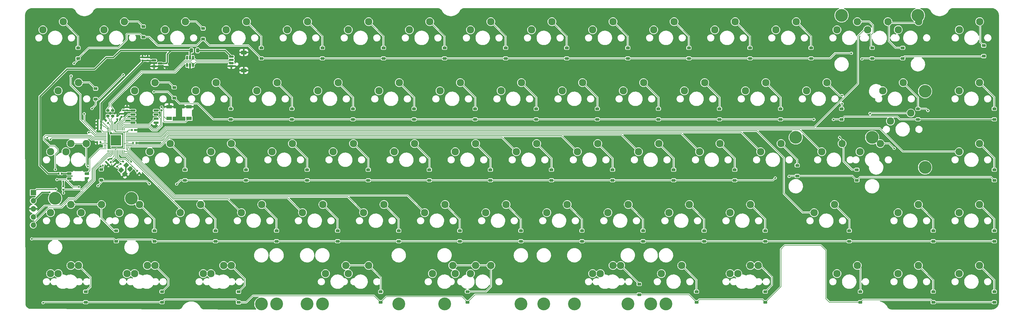
<source format=gbr>
%TF.GenerationSoftware,KiCad,Pcbnew,7.0.2-0*%
%TF.CreationDate,2023-05-06T19:14:59+03:00*%
%TF.ProjectId,rp2040-bakeneko65,72703230-3430-42d6-9261-6b656e656b6f,rev?*%
%TF.SameCoordinates,Original*%
%TF.FileFunction,Copper,L2,Bot*%
%TF.FilePolarity,Positive*%
%FSLAX46Y46*%
G04 Gerber Fmt 4.6, Leading zero omitted, Abs format (unit mm)*
G04 Created by KiCad (PCBNEW 7.0.2-0) date 2023-05-06 19:14:59*
%MOMM*%
%LPD*%
G01*
G04 APERTURE LIST*
G04 Aperture macros list*
%AMRoundRect*
0 Rectangle with rounded corners*
0 $1 Rounding radius*
0 $2 $3 $4 $5 $6 $7 $8 $9 X,Y pos of 4 corners*
0 Add a 4 corners polygon primitive as box body*
4,1,4,$2,$3,$4,$5,$6,$7,$8,$9,$2,$3,0*
0 Add four circle primitives for the rounded corners*
1,1,$1+$1,$2,$3*
1,1,$1+$1,$4,$5*
1,1,$1+$1,$6,$7*
1,1,$1+$1,$8,$9*
0 Add four rect primitives between the rounded corners*
20,1,$1+$1,$2,$3,$4,$5,0*
20,1,$1+$1,$4,$5,$6,$7,0*
20,1,$1+$1,$6,$7,$8,$9,0*
20,1,$1+$1,$8,$9,$2,$3,0*%
%AMRotRect*
0 Rectangle, with rotation*
0 The origin of the aperture is its center*
0 $1 length*
0 $2 width*
0 $3 Rotation angle, in degrees counterclockwise*
0 Add horizontal line*
21,1,$1,$2,0,0,$3*%
%AMFreePoly0*
4,1,18,-0.410000,0.593000,-0.403758,0.624380,-0.385983,0.650983,-0.359380,0.668758,-0.328000,0.675000,0.328000,0.675000,0.359380,0.668758,0.385983,0.650983,0.403758,0.624380,0.410000,0.593000,0.410000,-0.593000,0.403758,-0.624380,0.385983,-0.650983,0.359380,-0.668758,0.328000,-0.675000,0.000000,-0.675000,-0.410000,-0.265000,-0.410000,0.593000,-0.410000,0.593000,$1*%
G04 Aperture macros list end*
%TA.AperFunction,ComponentPad*%
%ADD10C,2.300000*%
%TD*%
%TA.AperFunction,ComponentPad*%
%ADD11C,4.000000*%
%TD*%
%TA.AperFunction,ComponentPad*%
%ADD12R,1.700000X1.700000*%
%TD*%
%TA.AperFunction,ComponentPad*%
%ADD13O,1.700000X1.700000*%
%TD*%
%TA.AperFunction,SMDPad,CuDef*%
%ADD14RoundRect,0.140000X0.140000X0.170000X-0.140000X0.170000X-0.140000X-0.170000X0.140000X-0.170000X0*%
%TD*%
%TA.AperFunction,SMDPad,CuDef*%
%ADD15RoundRect,0.225000X0.375000X-0.225000X0.375000X0.225000X-0.375000X0.225000X-0.375000X-0.225000X0*%
%TD*%
%TA.AperFunction,SMDPad,CuDef*%
%ADD16RoundRect,0.140000X0.170000X-0.140000X0.170000X0.140000X-0.170000X0.140000X-0.170000X-0.140000X0*%
%TD*%
%TA.AperFunction,SMDPad,CuDef*%
%ADD17RoundRect,0.140000X0.219203X0.021213X0.021213X0.219203X-0.219203X-0.021213X-0.021213X-0.219203X0*%
%TD*%
%TA.AperFunction,SMDPad,CuDef*%
%ADD18RoundRect,0.200000X-0.275000X0.200000X-0.275000X-0.200000X0.275000X-0.200000X0.275000X0.200000X0*%
%TD*%
%TA.AperFunction,SMDPad,CuDef*%
%ADD19RoundRect,0.082000X0.593000X-0.328000X0.593000X0.328000X-0.593000X0.328000X-0.593000X-0.328000X0*%
%TD*%
%TA.AperFunction,SMDPad,CuDef*%
%ADD20FreePoly0,90.000000*%
%TD*%
%TA.AperFunction,SMDPad,CuDef*%
%ADD21RoundRect,0.140000X-0.021213X0.219203X-0.219203X0.021213X0.021213X-0.219203X0.219203X-0.021213X0*%
%TD*%
%TA.AperFunction,SMDPad,CuDef*%
%ADD22R,1.800000X1.100000*%
%TD*%
%TA.AperFunction,SMDPad,CuDef*%
%ADD23RoundRect,0.140000X-0.140000X-0.170000X0.140000X-0.170000X0.140000X0.170000X-0.140000X0.170000X0*%
%TD*%
%TA.AperFunction,SMDPad,CuDef*%
%ADD24RoundRect,0.050000X0.387500X0.050000X-0.387500X0.050000X-0.387500X-0.050000X0.387500X-0.050000X0*%
%TD*%
%TA.AperFunction,SMDPad,CuDef*%
%ADD25RoundRect,0.050000X0.050000X0.387500X-0.050000X0.387500X-0.050000X-0.387500X0.050000X-0.387500X0*%
%TD*%
%TA.AperFunction,SMDPad,CuDef*%
%ADD26R,3.200000X3.200000*%
%TD*%
%TA.AperFunction,SMDPad,CuDef*%
%ADD27RoundRect,0.140000X-0.219203X-0.021213X-0.021213X-0.219203X0.219203X0.021213X0.021213X0.219203X0*%
%TD*%
%TA.AperFunction,SMDPad,CuDef*%
%ADD28RotRect,1.400000X1.200000X45.000000*%
%TD*%
%TA.AperFunction,SMDPad,CuDef*%
%ADD29RoundRect,0.135000X0.185000X-0.135000X0.185000X0.135000X-0.185000X0.135000X-0.185000X-0.135000X0*%
%TD*%
%TA.AperFunction,SMDPad,CuDef*%
%ADD30RoundRect,0.150000X-0.587500X-0.150000X0.587500X-0.150000X0.587500X0.150000X-0.587500X0.150000X0*%
%TD*%
%TA.AperFunction,SMDPad,CuDef*%
%ADD31RoundRect,0.150000X0.650000X0.150000X-0.650000X0.150000X-0.650000X-0.150000X0.650000X-0.150000X0*%
%TD*%
%TA.AperFunction,SMDPad,CuDef*%
%ADD32RoundRect,0.140000X-0.170000X0.140000X-0.170000X-0.140000X0.170000X-0.140000X0.170000X0.140000X0*%
%TD*%
%TA.AperFunction,SMDPad,CuDef*%
%ADD33RoundRect,0.150000X0.150000X-0.475000X0.150000X0.475000X-0.150000X0.475000X-0.150000X-0.475000X0*%
%TD*%
%TA.AperFunction,SMDPad,CuDef*%
%ADD34RoundRect,0.150000X-0.625000X0.150000X-0.625000X-0.150000X0.625000X-0.150000X0.625000X0.150000X0*%
%TD*%
%TA.AperFunction,SMDPad,CuDef*%
%ADD35RoundRect,0.250000X-0.650000X0.350000X-0.650000X-0.350000X0.650000X-0.350000X0.650000X0.350000X0*%
%TD*%
%TA.AperFunction,SMDPad,CuDef*%
%ADD36RoundRect,0.135000X-0.185000X0.135000X-0.185000X-0.135000X0.185000X-0.135000X0.185000X0.135000X0*%
%TD*%
%TA.AperFunction,SMDPad,CuDef*%
%ADD37RoundRect,0.135000X0.035355X-0.226274X0.226274X-0.035355X-0.035355X0.226274X-0.226274X0.035355X0*%
%TD*%
%TA.AperFunction,SMDPad,CuDef*%
%ADD38RoundRect,0.243750X-0.243750X-0.456250X0.243750X-0.456250X0.243750X0.456250X-0.243750X0.456250X0*%
%TD*%
%TA.AperFunction,ViaPad*%
%ADD39C,0.600000*%
%TD*%
%TA.AperFunction,Conductor*%
%ADD40C,0.200000*%
%TD*%
%TA.AperFunction,Conductor*%
%ADD41C,0.381000*%
%TD*%
%TA.AperFunction,Conductor*%
%ADD42C,0.250000*%
%TD*%
G04 APERTURE END LIST*
D10*
%TO.P,SW42,1,1*%
%TO.N,COL7*%
X212883750Y-128428750D03*
%TO.P,SW42,2,2*%
%TO.N,Net-(D42-A)*%
X219233750Y-125888750D03*
%TD*%
%TO.P,SW27,1,1*%
%TO.N,COL9*%
X246221250Y-109378750D03*
%TO.P,SW27,2,2*%
%TO.N,Net-(D27-A)*%
X252571250Y-106838750D03*
%TD*%
%TO.P,SW76,1,1*%
%TO.N,COL6*%
X198596250Y-166528750D03*
%TO.P,SW76,2,2*%
%TO.N,Net-(D74-A)*%
X204946250Y-163988750D03*
%TD*%
%TO.P,SW14,1,1*%
%TO.N,COL13*%
X312896250Y-90328750D03*
%TO.P,SW14,2,2*%
%TO.N,Net-(D14-A)*%
X319246250Y-87788750D03*
%TD*%
%TO.P,SW41,1,1*%
%TO.N,COL6*%
X193833750Y-128428750D03*
%TO.P,SW41,2,2*%
%TO.N,Net-(D41-A)*%
X200183750Y-125888750D03*
%TD*%
%TO.P,SW39,1,1*%
%TO.N,COL4*%
X155733750Y-128428750D03*
%TO.P,SW39,2,2*%
%TO.N,Net-(D39-A)*%
X162083750Y-125888750D03*
%TD*%
%TO.P,SW33,1,1*%
%TO.N,COL15*%
X350996250Y-109378750D03*
%TO.P,SW33,2,2*%
%TO.N,Net-(D33-A)*%
X357346250Y-106838750D03*
%TD*%
%TO.P,SW37,1,1*%
%TO.N,COL2*%
X117633750Y-128428750D03*
%TO.P,SW37,2,2*%
%TO.N,Net-(D37-A)*%
X123983750Y-125888750D03*
%TD*%
%TO.P,SW43,1,1*%
%TO.N,COL8*%
X231933750Y-128428750D03*
%TO.P,SW43,2,2*%
%TO.N,Net-(D43-A)*%
X238283750Y-125888750D03*
%TD*%
%TO.P,SW52,1,1*%
%TO.N,COL1*%
X89058750Y-147478750D03*
%TO.P,SW52,2,2*%
%TO.N,Net-(D52-A)*%
X95408750Y-144938750D03*
%TD*%
%TO.P,SW17,1,1*%
%TO.N,COL14*%
X331978000Y-90297000D03*
%TO.P,SW17,2,2*%
%TO.N,Net-(D15-A)*%
X338328000Y-87757000D03*
%TD*%
%TO.P,SW68,1,1*%
%TO.N,COL1*%
X91440000Y-166528750D03*
%TO.P,SW68,2,2*%
%TO.N,Net-(D68-A)*%
X97790000Y-163988750D03*
%TD*%
%TO.P,SW21,1,1*%
%TO.N,COL3*%
X131921250Y-109378750D03*
%TO.P,SW21,2,2*%
%TO.N,Net-(D21-A)*%
X138271250Y-106838750D03*
%TD*%
%TO.P,SW40,1,1*%
%TO.N,COL5*%
X174783750Y-128428750D03*
%TO.P,SW40,2,2*%
%TO.N,Net-(D40-A)*%
X181133750Y-125888750D03*
%TD*%
D11*
%TO.P,S73,*%
%TO.N,*%
X176212500Y-176053750D03*
X152400000Y-176053750D03*
%TD*%
D10*
%TO.P,SW75,1,1*%
%TO.N,COL6*%
X193833750Y-166528750D03*
%TO.P,SW75,2,2*%
%TO.N,Net-(D74-A)*%
X200183750Y-163988750D03*
%TD*%
%TO.P,SW45,1,1*%
%TO.N,COL10*%
X270033750Y-128428750D03*
%TO.P,SW45,2,2*%
%TO.N,Net-(D45-A)*%
X276383750Y-125888750D03*
%TD*%
%TO.P,SW7,1,1*%
%TO.N,COL6*%
X179546250Y-90328750D03*
%TO.P,SW7,2,2*%
%TO.N,Net-(D7-A)*%
X185896250Y-87788750D03*
%TD*%
%TO.P,SW77,1,1*%
%TO.N,COL7*%
X236696250Y-166528750D03*
%TO.P,SW77,2,2*%
%TO.N,Net-(D77-A)*%
X243046250Y-163988750D03*
%TD*%
%TO.P,SW53,1,1*%
%TO.N,COL2*%
X108108750Y-147478750D03*
%TO.P,SW53,2,2*%
%TO.N,Net-(D53-A)*%
X114458750Y-144938750D03*
%TD*%
%TO.P,SW56,1,1*%
%TO.N,COL5*%
X165258750Y-147478750D03*
%TO.P,SW56,2,2*%
%TO.N,Net-(D56-A)*%
X171608750Y-144938750D03*
%TD*%
%TO.P,SW4,1,1*%
%TO.N,COL3*%
X122396250Y-90328750D03*
%TO.P,SW4,2,2*%
%TO.N,Net-(D4-A)*%
X128746250Y-87788750D03*
%TD*%
%TO.P,SW1,1,1*%
%TO.N,COL0*%
X65246250Y-90328750D03*
%TO.P,SW1,2,2*%
%TO.N,Net-(D1-A)*%
X71596250Y-87788750D03*
%TD*%
%TO.P,SW80,1,1*%
%TO.N,COL11*%
X279558750Y-166528750D03*
%TO.P,SW80,2,2*%
%TO.N,Net-(D80-A)*%
X285908750Y-163988750D03*
%TD*%
%TO.P,SW34,1,1*%
%TO.N,COL0*%
X67627500Y-128428750D03*
%TO.P,SW34,2,2*%
%TO.N,Net-(D35-A)*%
X73977500Y-125888750D03*
%TD*%
%TO.P,SW59,1,1*%
%TO.N,COL8*%
X222408750Y-147478750D03*
%TO.P,SW59,2,2*%
%TO.N,Net-(D59-A)*%
X228758750Y-144938750D03*
%TD*%
%TO.P,SW9,1,1*%
%TO.N,COL8*%
X217646250Y-90328750D03*
%TO.P,SW9,2,2*%
%TO.N,Net-(D9-A)*%
X223996250Y-87788750D03*
%TD*%
D12*
%TO.P,J2,1,Pin_1*%
%TO.N,RESET*%
X62230000Y-141224000D03*
D13*
%TO.P,J2,2,Pin_2*%
%TO.N,+3V3*%
X62230000Y-143764000D03*
%TO.P,J2,3,Pin_3*%
%TO.N,GND*%
X62230000Y-146304000D03*
%TO.P,J2,4,Pin_4*%
%TO.N,SWD*%
X62230000Y-148844000D03*
%TO.P,J2,5,Pin_5*%
%TO.N,SWCLK*%
X62230000Y-151384000D03*
%TD*%
D10*
%TO.P,SW6,1,1*%
%TO.N,COL5*%
X160496250Y-90328750D03*
%TO.P,SW6,2,2*%
%TO.N,Net-(D6-A)*%
X166846250Y-87788750D03*
%TD*%
%TO.P,SW81,1,1*%
%TO.N,COL11*%
X281940000Y-166528750D03*
%TO.P,SW81,2,2*%
%TO.N,Net-(D80-A)*%
X288290000Y-163988750D03*
%TD*%
D11*
%TO.P,S77,*%
%TO.N,*%
X259556250Y-176053750D03*
X221456250Y-176053750D03*
%TD*%
D10*
%TO.P,SW38,1,1*%
%TO.N,COL3*%
X136683750Y-128428750D03*
%TO.P,SW38,2,2*%
%TO.N,Net-(D38-A)*%
X143033750Y-125888750D03*
%TD*%
D11*
%TO.P,S50,*%
%TO.N,*%
X69056250Y-143033750D03*
X92868750Y-143033750D03*
%TD*%
D10*
%TO.P,SW66,1,1*%
%TO.N,COL0*%
X67627500Y-166528750D03*
%TO.P,SW66,2,2*%
%TO.N,Net-(D66-A)*%
X73977500Y-163988750D03*
%TD*%
%TO.P,SW51,1,1*%
%TO.N,COL0*%
X77152500Y-147478750D03*
%TO.P,SW51,2,2*%
%TO.N,Net-(D51-A)*%
X83502500Y-144938750D03*
%TD*%
%TO.P,SW55,1,1*%
%TO.N,COL4*%
X146208750Y-147478750D03*
%TO.P,SW55,2,2*%
%TO.N,Net-(D55-A)*%
X152558750Y-144938750D03*
%TD*%
%TO.P,SW44,1,1*%
%TO.N,COL9*%
X250983750Y-128428750D03*
%TO.P,SW44,2,2*%
%TO.N,Net-(D44-A)*%
X257333750Y-125888750D03*
%TD*%
%TO.P,SW57,1,1*%
%TO.N,COL6*%
X184308750Y-147478750D03*
%TO.P,SW57,2,2*%
%TO.N,Net-(D57-A)*%
X190658750Y-144938750D03*
%TD*%
%TO.P,SW30,1,1*%
%TO.N,COL12*%
X303371250Y-109378750D03*
%TO.P,SW30,2,2*%
%TO.N,Net-(D30-A)*%
X309721250Y-106838750D03*
%TD*%
%TO.P,SW2,1,1*%
%TO.N,COL1*%
X84296250Y-90328750D03*
%TO.P,SW2,2,2*%
%TO.N,Net-(D2-A)*%
X90646250Y-87788750D03*
%TD*%
D11*
%TO.P,S78,*%
%TO.N,*%
X254793750Y-176053750D03*
X230981250Y-176053750D03*
%TD*%
D10*
%TO.P,SW84,1,1*%
%TO.N,COL15*%
X350996250Y-166528750D03*
%TO.P,SW84,2,2*%
%TO.N,Net-(D84-A)*%
X357346250Y-163988750D03*
%TD*%
%TO.P,SW20,1,1*%
%TO.N,COL2*%
X112871250Y-109378750D03*
%TO.P,SW20,2,2*%
%TO.N,Net-(D20-A)*%
X119221250Y-106838750D03*
%TD*%
%TO.P,SW35,1,1*%
%TO.N,COL0*%
X72390000Y-128428750D03*
%TO.P,SW35,2,2*%
%TO.N,Net-(D35-A)*%
X78740000Y-125888750D03*
%TD*%
%TO.P,SW18,1,1*%
%TO.N,COL0*%
X70008750Y-109378750D03*
%TO.P,SW18,2,2*%
%TO.N,Net-(D18-A)*%
X76358750Y-106838750D03*
%TD*%
%TO.P,SW49,1,1*%
%TO.N,COL15*%
X350996250Y-128428750D03*
%TO.P,SW49,2,2*%
%TO.N,Net-(D49-A)*%
X357346250Y-125888750D03*
%TD*%
%TO.P,SW54,1,1*%
%TO.N,COL3*%
X127158750Y-147478750D03*
%TO.P,SW54,2,2*%
%TO.N,Net-(D54-A)*%
X133508750Y-144938750D03*
%TD*%
%TO.P,SW73,1,1*%
%TO.N,COL5*%
X160496250Y-166528750D03*
%TO.P,SW73,2,2*%
%TO.N,Net-(D72-A)*%
X166846250Y-163988750D03*
%TD*%
%TO.P,SW22,1,1*%
%TO.N,COL4*%
X150971250Y-109378750D03*
%TO.P,SW22,2,2*%
%TO.N,Net-(D22-A)*%
X157321250Y-106838750D03*
%TD*%
%TO.P,SW12,1,1*%
%TO.N,COL11*%
X274796250Y-90328750D03*
%TO.P,SW12,2,2*%
%TO.N,Net-(D12-A)*%
X281146250Y-87788750D03*
%TD*%
%TO.P,SW62,1,1*%
%TO.N,COL11*%
X279558750Y-147478750D03*
%TO.P,SW62,2,2*%
%TO.N,Net-(D62-A)*%
X285908750Y-144938750D03*
%TD*%
%TO.P,SW8,1,1*%
%TO.N,COL7*%
X198596250Y-90328750D03*
%TO.P,SW8,2,2*%
%TO.N,Net-(D8-A)*%
X204946250Y-87788750D03*
%TD*%
%TO.P,SW83,1,1*%
%TO.N,COL13*%
X331946250Y-166528750D03*
%TO.P,SW83,2,2*%
%TO.N,Net-(D83-A)*%
X338296250Y-163988750D03*
%TD*%
D11*
%TO.P,S32,*%
%TO.N,*%
X340360000Y-133350000D03*
X340360000Y-109537500D03*
%TD*%
D10*
%TO.P,SW46,1,1*%
%TO.N,COL11*%
X289083750Y-128428750D03*
%TO.P,SW46,2,2*%
%TO.N,Net-(D46-A)*%
X295433750Y-125888750D03*
%TD*%
%TO.P,SW48,1,1*%
%TO.N,COL13*%
X320040000Y-128428750D03*
%TO.P,SW48,2,2*%
%TO.N,Net-(D31-A)*%
X326390000Y-125888750D03*
%TD*%
%TO.P,SW67,1,1*%
%TO.N,COL0*%
X70008750Y-166528750D03*
%TO.P,SW67,2,2*%
%TO.N,Net-(D66-A)*%
X76358750Y-163988750D03*
%TD*%
%TO.P,SW61,1,1*%
%TO.N,COL10*%
X260508750Y-147478750D03*
%TO.P,SW61,2,2*%
%TO.N,Net-(D61-A)*%
X266858750Y-144938750D03*
%TD*%
%TO.P,SW82,1,1*%
%TO.N,COL12*%
X312896250Y-166528750D03*
%TO.P,SW82,2,2*%
%TO.N,Net-(D82-A)*%
X319246250Y-163988750D03*
%TD*%
%TO.P,SW26,1,1*%
%TO.N,COL8*%
X227171250Y-109378750D03*
%TO.P,SW26,2,2*%
%TO.N,Net-(D26-A)*%
X233521250Y-106838750D03*
%TD*%
D11*
%TO.P,S75,*%
%TO.N,*%
X247650000Y-176053750D03*
X147637500Y-176053750D03*
%TD*%
D10*
%TO.P,SW79,1,1*%
%TO.N,COL9*%
X258127500Y-166528750D03*
%TO.P,SW79,2,2*%
%TO.N,Net-(D79-A)*%
X264477500Y-163988750D03*
%TD*%
%TO.P,SW47,1,1*%
%TO.N,COL13*%
X308133750Y-128428750D03*
%TO.P,SW47,2,2*%
%TO.N,Net-(D47-A)*%
X314483750Y-125888750D03*
%TD*%
%TO.P,SW32,1,1*%
%TO.N,COL13*%
X329565000Y-118903750D03*
%TO.P,SW32,2,2*%
%TO.N,Net-(D47-A)*%
X335915000Y-116363750D03*
%TD*%
D11*
%TO.P,S74,*%
%TO.N,*%
X247650000Y-176053750D03*
X133350000Y-176053750D03*
%TD*%
%TO.P,S47,*%
%TO.N,*%
X300037500Y-123983750D03*
X323850000Y-123983750D03*
%TD*%
D10*
%TO.P,SW10,1,1*%
%TO.N,COL9*%
X236696250Y-90328750D03*
%TO.P,SW10,2,2*%
%TO.N,Net-(D10-A)*%
X243046250Y-87788750D03*
%TD*%
%TO.P,SW31,1,1*%
%TO.N,COL13*%
X327183750Y-109378750D03*
%TO.P,SW31,2,2*%
%TO.N,Net-(D31-A)*%
X333533750Y-106838750D03*
%TD*%
%TO.P,SW11,1,1*%
%TO.N,COL10*%
X255746250Y-90328750D03*
%TO.P,SW11,2,2*%
%TO.N,Net-(D11-A)*%
X262096250Y-87788750D03*
%TD*%
%TO.P,SW70,1,1*%
%TO.N,COL2*%
X115252500Y-166528750D03*
%TO.P,SW70,2,2*%
%TO.N,Net-(D70-A)*%
X121602500Y-163988750D03*
%TD*%
%TO.P,SW5,1,1*%
%TO.N,COL4*%
X141446250Y-90328750D03*
%TO.P,SW5,2,2*%
%TO.N,Net-(D5-A)*%
X147796250Y-87788750D03*
%TD*%
%TO.P,SW78,1,1*%
%TO.N,COL7*%
X239077500Y-166528750D03*
%TO.P,SW78,2,2*%
%TO.N,Net-(D77-A)*%
X245427500Y-163988750D03*
%TD*%
%TO.P,SW16,1,1*%
%TO.N,COL15*%
X351028000Y-90297000D03*
%TO.P,SW16,2,2*%
%TO.N,Net-(D16-A)*%
X357378000Y-87757000D03*
%TD*%
%TO.P,SW13,1,1*%
%TO.N,COL12*%
X293846250Y-90328750D03*
%TO.P,SW13,2,2*%
%TO.N,Net-(D13-A)*%
X300196250Y-87788750D03*
%TD*%
%TO.P,SW3,1,1*%
%TO.N,COL2*%
X103346250Y-90328750D03*
%TO.P,SW3,2,2*%
%TO.N,Net-(D3-A)*%
X109696250Y-87788750D03*
%TD*%
%TO.P,SW72,1,1*%
%TO.N,COL5*%
X153352500Y-166528750D03*
%TO.P,SW72,2,2*%
%TO.N,Net-(D72-A)*%
X159702500Y-163988750D03*
%TD*%
%TO.P,SW23,1,1*%
%TO.N,COL5*%
X170021250Y-109378750D03*
%TO.P,SW23,2,2*%
%TO.N,Net-(D23-A)*%
X176371250Y-106838750D03*
%TD*%
%TO.P,SW65,1,1*%
%TO.N,COL15*%
X350996250Y-147478750D03*
%TO.P,SW65,2,2*%
%TO.N,Net-(D65-A)*%
X357346250Y-144938750D03*
%TD*%
%TO.P,SW69,1,1*%
%TO.N,COL1*%
X93821250Y-166528750D03*
%TO.P,SW69,2,2*%
%TO.N,Net-(D68-A)*%
X100171250Y-163988750D03*
%TD*%
%TO.P,SW19,1,1*%
%TO.N,COL1*%
X93821250Y-109378750D03*
%TO.P,SW19,2,2*%
%TO.N,Net-(D19-A)*%
X100171250Y-106838750D03*
%TD*%
%TO.P,SW25,1,1*%
%TO.N,COL7*%
X208121250Y-109378750D03*
%TO.P,SW25,2,2*%
%TO.N,Net-(D25-A)*%
X214471250Y-106838750D03*
%TD*%
%TO.P,SW74,1,1*%
%TO.N,COL6*%
X186690000Y-166528750D03*
%TO.P,SW74,2,2*%
%TO.N,Net-(D74-A)*%
X193040000Y-163988750D03*
%TD*%
%TO.P,SW71,1,1*%
%TO.N,COL2*%
X117633750Y-166528750D03*
%TO.P,SW71,2,2*%
%TO.N,Net-(D70-A)*%
X123983750Y-163988750D03*
%TD*%
%TO.P,SW24,1,1*%
%TO.N,COL6*%
X189071250Y-109378750D03*
%TO.P,SW24,2,2*%
%TO.N,Net-(D24-A)*%
X195421250Y-106838750D03*
%TD*%
%TO.P,SW60,1,1*%
%TO.N,COL9*%
X241458750Y-147478750D03*
%TO.P,SW60,2,2*%
%TO.N,Net-(D60-A)*%
X247808750Y-144938750D03*
%TD*%
D11*
%TO.P,S76,*%
%TO.N,*%
X214312500Y-176053750D03*
X190500000Y-176053750D03*
%TD*%
D10*
%TO.P,SW63,1,1*%
%TO.N,COL12*%
X305752500Y-147478750D03*
%TO.P,SW63,2,2*%
%TO.N,Net-(D63-A)*%
X312102500Y-144938750D03*
%TD*%
%TO.P,SW50,1,1*%
%TO.N,COL0*%
X67627500Y-147478750D03*
%TO.P,SW50,2,2*%
%TO.N,Net-(D51-A)*%
X73977500Y-144938750D03*
%TD*%
%TO.P,SW58,1,1*%
%TO.N,COL7*%
X203358750Y-147478750D03*
%TO.P,SW58,2,2*%
%TO.N,Net-(D58-A)*%
X209708750Y-144938750D03*
%TD*%
D11*
%TO.P,S72,*%
%TO.N,*%
X176212500Y-176053750D03*
X138112500Y-176053750D03*
%TD*%
D10*
%TO.P,SW36,1,1*%
%TO.N,COL1*%
X98583750Y-128428750D03*
%TO.P,SW36,2,2*%
%TO.N,Net-(D36-A)*%
X104933750Y-125888750D03*
%TD*%
%TO.P,SW28,1,1*%
%TO.N,COL10*%
X265271250Y-109378750D03*
%TO.P,SW28,2,2*%
%TO.N,Net-(D28-A)*%
X271621250Y-106838750D03*
%TD*%
%TO.P,SW64,1,1*%
%TO.N,COL13*%
X331946250Y-147478750D03*
%TO.P,SW64,2,2*%
%TO.N,Net-(D64-A)*%
X338296250Y-144938750D03*
%TD*%
D11*
%TO.P,S17,*%
%TO.N,*%
X314325000Y-85852000D03*
X338137500Y-85852000D03*
%TD*%
D10*
%TO.P,SW15,1,1*%
%TO.N,COL14*%
X322421250Y-90328750D03*
%TO.P,SW15,2,2*%
%TO.N,Net-(D15-A)*%
X328771250Y-87788750D03*
%TD*%
%TO.P,SW29,1,1*%
%TO.N,COL11*%
X284321250Y-109378750D03*
%TO.P,SW29,2,2*%
%TO.N,Net-(D29-A)*%
X290671250Y-106838750D03*
%TD*%
D14*
%TO.P,C15,1*%
%TO.N,+3V3*%
X83309194Y-121074731D03*
%TO.P,C15,2*%
%TO.N,GND*%
X82349194Y-121074731D03*
%TD*%
D15*
%TO.P,D29,1,K*%
%TO.N,ROW1*%
X295275000Y-118331250D03*
%TO.P,D29,2,A*%
%TO.N,Net-(D29-A)*%
X295275000Y-115031250D03*
%TD*%
%TO.P,D56,1,K*%
%TO.N,ROW3*%
X176212500Y-156431250D03*
%TO.P,D56,2,A*%
%TO.N,Net-(D56-A)*%
X176212500Y-153131250D03*
%TD*%
%TO.P,D40,1,K*%
%TO.N,ROW2*%
X185737500Y-137381250D03*
%TO.P,D40,2,A*%
%TO.N,Net-(D40-A)*%
X185737500Y-134081250D03*
%TD*%
%TO.P,D14,1,K*%
%TO.N,ROW0*%
X323850000Y-99281250D03*
%TO.P,D14,2,A*%
%TO.N,Net-(D14-A)*%
X323850000Y-95981250D03*
%TD*%
%TO.P,D39,1,K*%
%TO.N,ROW2*%
X166687500Y-137381250D03*
%TO.P,D39,2,A*%
%TO.N,Net-(D39-A)*%
X166687500Y-134081250D03*
%TD*%
%TO.P,D49,1,K*%
%TO.N,ROW2*%
X361950000Y-137381250D03*
%TO.P,D49,2,A*%
%TO.N,Net-(D49-A)*%
X361950000Y-134081250D03*
%TD*%
%TO.P,D43,1,K*%
%TO.N,ROW2*%
X242887500Y-137381250D03*
%TO.P,D43,2,A*%
%TO.N,Net-(D43-A)*%
X242887500Y-134081250D03*
%TD*%
D14*
%TO.P,C14,1*%
%TO.N,+3V3*%
X83309194Y-120058731D03*
%TO.P,C14,2*%
%TO.N,GND*%
X82349194Y-120058731D03*
%TD*%
D15*
%TO.P,D84,1,K*%
%TO.N,ROW4*%
X361950000Y-175481250D03*
%TO.P,D84,2,A*%
%TO.N,Net-(D84-A)*%
X361950000Y-172181250D03*
%TD*%
D16*
%TO.P,C5,1*%
%TO.N,+3V3*%
X96266000Y-99893000D03*
%TO.P,C5,2*%
%TO.N,GND*%
X96266000Y-98933000D03*
%TD*%
D15*
%TO.P,D52,1,K*%
%TO.N,ROW3*%
X100012500Y-156431250D03*
%TO.P,D52,2,A*%
%TO.N,Net-(D52-A)*%
X100012500Y-153131250D03*
%TD*%
%TO.P,D77,1,K*%
%TO.N,ROW4*%
X251206000Y-173099000D03*
%TO.P,D77,2,A*%
%TO.N,Net-(D77-A)*%
X251206000Y-169799000D03*
%TD*%
%TO.P,D1,1,K*%
%TO.N,ROW0*%
X76200000Y-99281250D03*
%TO.P,D1,2,A*%
%TO.N,Net-(D1-A)*%
X76200000Y-95981250D03*
%TD*%
D17*
%TO.P,C6,1*%
%TO.N,+1V1*%
X85556411Y-119423822D03*
%TO.P,C6,2*%
%TO.N,GND*%
X84877589Y-118745000D03*
%TD*%
D16*
%TO.P,C1,1*%
%TO.N,+3V3*%
X91440000Y-115514000D03*
%TO.P,C1,2*%
%TO.N,GND*%
X91440000Y-114554000D03*
%TD*%
D15*
%TO.P,D70,1,K*%
%TO.N,ROW4*%
X126238000Y-175514000D03*
%TO.P,D70,2,A*%
%TO.N,Net-(D70-A)*%
X126238000Y-172214000D03*
%TD*%
D18*
%TO.P,R2,1*%
%TO.N,D-*%
X85471000Y-115570000D03*
%TO.P,R2,2*%
%TO.N,/D_N*%
X85471000Y-117220000D03*
%TD*%
D19*
%TO.P,LED1,1,VDD*%
%TO.N,Net-(LED1-VDD)*%
X73475000Y-135298750D03*
%TO.P,LED1,2,DOUT*%
%TO.N,unconnected-(LED1-DOUT-Pad2)*%
X73475000Y-136798750D03*
%TO.P,LED1,3,DIN*%
%TO.N,LED*%
X78925000Y-135298750D03*
D20*
%TO.P,LED1,4,VSS*%
%TO.N,GND*%
X78925000Y-136798750D03*
%TD*%
D14*
%TO.P,C16,1*%
%TO.N,+3V3*%
X83157000Y-125476000D03*
%TO.P,C16,2*%
%TO.N,GND*%
X82197000Y-125476000D03*
%TD*%
D15*
%TO.P,D24,1,K*%
%TO.N,ROW1*%
X200025000Y-118331250D03*
%TO.P,D24,2,A*%
%TO.N,Net-(D24-A)*%
X200025000Y-115031250D03*
%TD*%
%TO.P,D68,1,K*%
%TO.N,ROW4*%
X102393750Y-175481250D03*
%TO.P,D68,2,A*%
%TO.N,Net-(D68-A)*%
X102393750Y-172181250D03*
%TD*%
D16*
%TO.P,C8,1*%
%TO.N,+1V1*%
X89817006Y-117534732D03*
%TO.P,C8,2*%
%TO.N,GND*%
X89817006Y-116574732D03*
%TD*%
D15*
%TO.P,D72,1,K*%
%TO.N,ROW4*%
X170561000Y-175513000D03*
%TO.P,D72,2,A*%
%TO.N,Net-(D72-A)*%
X170561000Y-172213000D03*
%TD*%
%TO.P,D33,1,K*%
%TO.N,ROW1*%
X361950000Y-118331250D03*
%TO.P,D33,2,A*%
%TO.N,Net-(D33-A)*%
X361950000Y-115031250D03*
%TD*%
%TO.P,D18,1,K*%
%TO.N,ROW1*%
X81661000Y-112013000D03*
%TO.P,D18,2,A*%
%TO.N,Net-(D18-A)*%
X81661000Y-108713000D03*
%TD*%
%TO.P,D38,1,K*%
%TO.N,ROW2*%
X147637500Y-137381250D03*
%TO.P,D38,2,A*%
%TO.N,Net-(D38-A)*%
X147637500Y-134081250D03*
%TD*%
D21*
%TO.P,C11,1*%
%TO.N,+3V3*%
X86385194Y-131742731D03*
%TO.P,C11,2*%
%TO.N,GND*%
X85706372Y-132421553D03*
%TD*%
D15*
%TO.P,D35,1,K*%
%TO.N,ROW2*%
X83439000Y-137285000D03*
%TO.P,D35,2,A*%
%TO.N,Net-(D35-A)*%
X83439000Y-133985000D03*
%TD*%
%TO.P,D51,1,K*%
%TO.N,ROW3*%
X88106250Y-156431250D03*
%TO.P,D51,2,A*%
%TO.N,Net-(D51-A)*%
X88106250Y-153131250D03*
%TD*%
%TO.P,D37,1,K*%
%TO.N,ROW2*%
X128587500Y-137381250D03*
%TO.P,D37,2,A*%
%TO.N,Net-(D37-A)*%
X128587500Y-134081250D03*
%TD*%
%TO.P,D30,1,K*%
%TO.N,ROW1*%
X314325000Y-118331250D03*
%TO.P,D30,2,A*%
%TO.N,Net-(D30-A)*%
X314325000Y-115031250D03*
%TD*%
%TO.P,D46,1,K*%
%TO.N,ROW2*%
X300482000Y-136016000D03*
%TO.P,D46,2,A*%
%TO.N,Net-(D46-A)*%
X300482000Y-132716000D03*
%TD*%
%TO.P,D7,1,K*%
%TO.N,ROW0*%
X190500000Y-99281250D03*
%TO.P,D7,2,A*%
%TO.N,Net-(D7-A)*%
X190500000Y-95981250D03*
%TD*%
D22*
%TO.P,SW85,1,1*%
%TO.N,GND*%
X110796000Y-114355000D03*
X104596000Y-114355000D03*
%TO.P,SW85,2,2*%
%TO.N,Net-(R3-Pad1)*%
X110796000Y-118055000D03*
X104596000Y-118055000D03*
%TD*%
D15*
%TO.P,D58,1,K*%
%TO.N,ROW3*%
X214312500Y-156431250D03*
%TO.P,D58,2,A*%
%TO.N,Net-(D58-A)*%
X214312500Y-153131250D03*
%TD*%
%TO.P,D82,1,K*%
%TO.N,ROW4*%
X320167000Y-175481250D03*
%TO.P,D82,2,A*%
%TO.N,Net-(D82-A)*%
X320167000Y-172181250D03*
%TD*%
%TO.P,D27,1,K*%
%TO.N,ROW1*%
X257175000Y-118331250D03*
%TO.P,D27,2,A*%
%TO.N,Net-(D27-A)*%
X257175000Y-115031250D03*
%TD*%
D23*
%TO.P,C12,1*%
%TO.N,+3V3*%
X92992000Y-121666000D03*
%TO.P,C12,2*%
%TO.N,GND*%
X93952000Y-121666000D03*
%TD*%
D15*
%TO.P,D80,1,K*%
%TO.N,ROW4*%
X290512500Y-175481250D03*
%TO.P,D80,2,A*%
%TO.N,Net-(D80-A)*%
X290512500Y-172181250D03*
%TD*%
%TO.P,D5,1,K*%
%TO.N,ROW0*%
X152400000Y-99281250D03*
%TO.P,D5,2,A*%
%TO.N,Net-(D5-A)*%
X152400000Y-95981250D03*
%TD*%
%TO.P,D64,1,K*%
%TO.N,ROW3*%
X342900000Y-156431250D03*
%TO.P,D64,2,A*%
%TO.N,Net-(D64-A)*%
X342900000Y-153131250D03*
%TD*%
%TO.P,D61,1,K*%
%TO.N,ROW3*%
X271462500Y-156431250D03*
%TO.P,D61,2,A*%
%TO.N,Net-(D61-A)*%
X271462500Y-153131250D03*
%TD*%
D24*
%TO.P,U1,1,IOVDD*%
%TO.N,+3V3*%
X91468006Y-122287732D03*
%TO.P,U1,2,GPIO0*%
%TO.N,COL14*%
X91468006Y-122687732D03*
%TO.P,U1,3,GPIO1*%
%TO.N,COL15*%
X91468006Y-123087732D03*
%TO.P,U1,4,GPIO2*%
%TO.N,COL13*%
X91468006Y-123487732D03*
%TO.P,U1,5,GPIO3*%
%TO.N,COL12*%
X91468006Y-123887732D03*
%TO.P,U1,6,GPIO4*%
%TO.N,COL11*%
X91468006Y-124287732D03*
%TO.P,U1,7,GPIO5*%
%TO.N,COL10*%
X91468006Y-124687732D03*
%TO.P,U1,8,GPIO6*%
%TO.N,COL9*%
X91468006Y-125087732D03*
%TO.P,U1,9,GPIO7*%
%TO.N,unconnected-(U1-GPIO7-Pad9)*%
X91468006Y-125487732D03*
%TO.P,U1,10,IOVDD*%
%TO.N,+3V3*%
X91468006Y-125887732D03*
%TO.P,U1,11,GPIO8*%
%TO.N,COL8*%
X91468006Y-126287732D03*
%TO.P,U1,12,GPIO9*%
%TO.N,COL7*%
X91468006Y-126687732D03*
%TO.P,U1,13,GPIO10*%
%TO.N,COL6*%
X91468006Y-127087732D03*
%TO.P,U1,14,GPIO11*%
%TO.N,COL5*%
X91468006Y-127487732D03*
D25*
%TO.P,U1,15,GPIO12*%
%TO.N,COL4*%
X90630506Y-128325232D03*
%TO.P,U1,16,GPIO13*%
%TO.N,COL3*%
X90230506Y-128325232D03*
%TO.P,U1,17,GPIO14*%
%TO.N,COL2*%
X89830506Y-128325232D03*
%TO.P,U1,18,GPIO15*%
%TO.N,COL1*%
X89430506Y-128325232D03*
%TO.P,U1,19,TESTEN*%
%TO.N,GND*%
X89030506Y-128325232D03*
%TO.P,U1,20,XIN*%
%TO.N,XTAL_IN*%
X88630506Y-128325232D03*
%TO.P,U1,21,XOUT*%
%TO.N,XTAL_OUT*%
X88230506Y-128325232D03*
%TO.P,U1,22,IOVDD*%
%TO.N,+3V3*%
X87830506Y-128325232D03*
%TO.P,U1,23,DVDD*%
%TO.N,+1V1*%
X87430506Y-128325232D03*
%TO.P,U1,24,SWCLK*%
%TO.N,SWCLK*%
X87030506Y-128325232D03*
%TO.P,U1,25,SWD*%
%TO.N,SWD*%
X86630506Y-128325232D03*
%TO.P,U1,26,RUN*%
%TO.N,RESET*%
X86230506Y-128325232D03*
%TO.P,U1,27,GPIO16*%
%TO.N,unconnected-(U1-GPIO16-Pad27)*%
X85830506Y-128325232D03*
%TO.P,U1,28,GPIO17*%
%TO.N,unconnected-(U1-GPIO17-Pad28)*%
X85430506Y-128325232D03*
D24*
%TO.P,U1,29,GPIO18*%
%TO.N,LED*%
X84593006Y-127487732D03*
%TO.P,U1,30,GPIO19*%
%TO.N,unconnected-(U1-GPIO19-Pad30)*%
X84593006Y-127087732D03*
%TO.P,U1,31,GPIO20*%
%TO.N,unconnected-(U1-GPIO20-Pad31)*%
X84593006Y-126687732D03*
%TO.P,U1,32,GPIO21*%
%TO.N,unconnected-(U1-GPIO21-Pad32)*%
X84593006Y-126287732D03*
%TO.P,U1,33,IOVDD*%
%TO.N,+3V3*%
X84593006Y-125887732D03*
%TO.P,U1,34,GPIO22*%
%TO.N,unconnected-(U1-GPIO22-Pad34)*%
X84593006Y-125487732D03*
%TO.P,U1,35,GPIO23*%
%TO.N,unconnected-(U1-GPIO23-Pad35)*%
X84593006Y-125087732D03*
%TO.P,U1,36,GPIO24*%
%TO.N,ROW4*%
X84593006Y-124687732D03*
%TO.P,U1,37,GPIO25*%
%TO.N,ROW3*%
X84593006Y-124287732D03*
%TO.P,U1,38,GPIO26_ADC0*%
%TO.N,ROW2*%
X84593006Y-123887732D03*
%TO.P,U1,39,GPIO27_ADC1*%
%TO.N,ROW1*%
X84593006Y-123487732D03*
%TO.P,U1,40,GPIO28_ADC2*%
%TO.N,ROW0*%
X84593006Y-123087732D03*
%TO.P,U1,41,GPIO29_ADC3*%
%TO.N,COL0*%
X84593006Y-122687732D03*
%TO.P,U1,42,IOVDD*%
%TO.N,+3V3*%
X84593006Y-122287732D03*
D25*
%TO.P,U1,43,ADC_AVDD*%
X85430506Y-121450232D03*
%TO.P,U1,44,VREG_IN*%
X85830506Y-121450232D03*
%TO.P,U1,45,VREG_VOUT*%
%TO.N,+1V1*%
X86230506Y-121450232D03*
%TO.P,U1,46,USB_DM*%
%TO.N,/D_N*%
X86630506Y-121450232D03*
%TO.P,U1,47,USB_DP*%
%TO.N,/D_P*%
X87030506Y-121450232D03*
%TO.P,U1,48,USB_VDD*%
%TO.N,+3V3*%
X87430506Y-121450232D03*
%TO.P,U1,49,IOVDD*%
X87830506Y-121450232D03*
%TO.P,U1,50,DVDD*%
%TO.N,+1V1*%
X88230506Y-121450232D03*
%TO.P,U1,51,QSPI_SD3*%
%TO.N,SD3*%
X88630506Y-121450232D03*
%TO.P,U1,52,QSPI_SCLK*%
%TO.N,QSPI_CLK*%
X89030506Y-121450232D03*
%TO.P,U1,53,QSPI_SD0*%
%TO.N,SD0*%
X89430506Y-121450232D03*
%TO.P,U1,54,QSPI_SD2*%
%TO.N,SD2*%
X89830506Y-121450232D03*
%TO.P,U1,55,QSPI_SD1*%
%TO.N,SD1*%
X90230506Y-121450232D03*
%TO.P,U1,56,QSPI_SS*%
%TO.N,CS*%
X90630506Y-121450232D03*
D26*
%TO.P,U1,57,GND*%
%TO.N,GND*%
X88030506Y-124887732D03*
%TD*%
D15*
%TO.P,D11,1,K*%
%TO.N,ROW0*%
X266700000Y-99281250D03*
%TO.P,D11,2,A*%
%TO.N,Net-(D11-A)*%
X266700000Y-95981250D03*
%TD*%
D27*
%TO.P,C3,1*%
%TO.N,GND*%
X87677441Y-132438663D03*
%TO.P,C3,2*%
%TO.N,Net-(C3-Pad2)*%
X88356263Y-133117485D03*
%TD*%
D15*
%TO.P,D54,1,K*%
%TO.N,ROW3*%
X138112500Y-156431250D03*
%TO.P,D54,2,A*%
%TO.N,Net-(D54-A)*%
X138112500Y-153131250D03*
%TD*%
%TO.P,D21,1,K*%
%TO.N,ROW1*%
X142875000Y-118331250D03*
%TO.P,D21,2,A*%
%TO.N,Net-(D21-A)*%
X142875000Y-115031250D03*
%TD*%
%TO.P,D15,1,K*%
%TO.N,ROW0*%
X333375000Y-99281250D03*
%TO.P,D15,2,A*%
%TO.N,Net-(D15-A)*%
X333375000Y-95981250D03*
%TD*%
D14*
%TO.P,C10,1*%
%TO.N,+3V3*%
X83309194Y-119042731D03*
%TO.P,C10,2*%
%TO.N,GND*%
X82349194Y-119042731D03*
%TD*%
D15*
%TO.P,D65,1,K*%
%TO.N,ROW3*%
X361950000Y-156431250D03*
%TO.P,D65,2,A*%
%TO.N,Net-(D65-A)*%
X361950000Y-153131250D03*
%TD*%
D28*
%TO.P,Y1,1,1*%
%TO.N,Net-(C3-Pad2)*%
X89636218Y-134206708D03*
%TO.P,Y1,2,2*%
%TO.N,GND*%
X91191853Y-132651073D03*
%TO.P,Y1,3,3*%
%TO.N,XTAL_IN*%
X92393934Y-133853154D03*
%TO.P,Y1,4,4*%
%TO.N,GND*%
X90838299Y-135408789D03*
%TD*%
D15*
%TO.P,D62,1,K*%
%TO.N,ROW3*%
X290512500Y-156431250D03*
%TO.P,D62,2,A*%
%TO.N,Net-(D62-A)*%
X290512500Y-153131250D03*
%TD*%
%TO.P,D2,1,K*%
%TO.N,ROW0*%
X96520000Y-92582000D03*
%TO.P,D2,2,A*%
%TO.N,Net-(D2-A)*%
X96520000Y-89282000D03*
%TD*%
%TO.P,D22,1,K*%
%TO.N,ROW1*%
X161925000Y-118331250D03*
%TO.P,D22,2,A*%
%TO.N,Net-(D22-A)*%
X161925000Y-115031250D03*
%TD*%
%TO.P,D28,1,K*%
%TO.N,ROW1*%
X276225000Y-118331250D03*
%TO.P,D28,2,A*%
%TO.N,Net-(D28-A)*%
X276225000Y-115031250D03*
%TD*%
D29*
%TO.P,R5,1*%
%TO.N,RESET*%
X71577200Y-140260800D03*
%TO.P,R5,2*%
%TO.N,+3V3*%
X71577200Y-139240800D03*
%TD*%
D21*
%TO.P,C7,1*%
%TO.N,+1V1*%
X85623194Y-130980731D03*
%TO.P,C7,2*%
%TO.N,GND*%
X84944372Y-131659553D03*
%TD*%
D15*
%TO.P,D59,1,K*%
%TO.N,ROW3*%
X233362500Y-156431250D03*
%TO.P,D59,2,A*%
%TO.N,Net-(D59-A)*%
X233362500Y-153131250D03*
%TD*%
%TO.P,D8,1,K*%
%TO.N,ROW0*%
X209550000Y-99281250D03*
%TO.P,D8,2,A*%
%TO.N,Net-(D8-A)*%
X209550000Y-95981250D03*
%TD*%
%TO.P,D25,1,K*%
%TO.N,ROW1*%
X219075000Y-118331250D03*
%TO.P,D25,2,A*%
%TO.N,Net-(D25-A)*%
X219075000Y-115031250D03*
%TD*%
%TO.P,D4,1,K*%
%TO.N,ROW0*%
X133350000Y-99281250D03*
%TO.P,D4,2,A*%
%TO.N,Net-(D4-A)*%
X133350000Y-95981250D03*
%TD*%
%TO.P,D41,1,K*%
%TO.N,ROW2*%
X204787500Y-137381250D03*
%TO.P,D41,2,A*%
%TO.N,Net-(D41-A)*%
X204787500Y-134081250D03*
%TD*%
%TO.P,D74,1,K*%
%TO.N,ROW4*%
X197643750Y-175481250D03*
%TO.P,D74,2,A*%
%TO.N,Net-(D74-A)*%
X197643750Y-172181250D03*
%TD*%
%TO.P,D57,1,K*%
%TO.N,ROW3*%
X195262500Y-156431250D03*
%TO.P,D57,2,A*%
%TO.N,Net-(D57-A)*%
X195262500Y-153131250D03*
%TD*%
%TO.P,D26,1,K*%
%TO.N,ROW1*%
X238125000Y-118331250D03*
%TO.P,D26,2,A*%
%TO.N,Net-(D26-A)*%
X238125000Y-115031250D03*
%TD*%
%TO.P,D55,1,K*%
%TO.N,ROW3*%
X157162500Y-156431250D03*
%TO.P,D55,2,A*%
%TO.N,Net-(D55-A)*%
X157162500Y-153131250D03*
%TD*%
%TO.P,D44,1,K*%
%TO.N,ROW2*%
X261937500Y-137381250D03*
%TO.P,D44,2,A*%
%TO.N,Net-(D44-A)*%
X261937500Y-134081250D03*
%TD*%
%TO.P,D16,1,K*%
%TO.N,ROW0*%
X358648000Y-98551000D03*
%TO.P,D16,2,A*%
%TO.N,Net-(D16-A)*%
X358648000Y-95251000D03*
%TD*%
D17*
%TO.P,C2,1*%
%TO.N,GND*%
X95278006Y-135088732D03*
%TO.P,C2,2*%
%TO.N,XTAL_IN*%
X94599184Y-134409910D03*
%TD*%
D30*
%TO.P,U3,1,GND*%
%TO.N,GND*%
X99900500Y-101788000D03*
%TO.P,U3,2,VO*%
%TO.N,+3V3*%
X99900500Y-99888000D03*
%TO.P,U3,3,VI*%
%TO.N,+5V*%
X101775500Y-100838000D03*
%TD*%
D15*
%TO.P,D19,1,K*%
%TO.N,ROW1*%
X106172000Y-111632000D03*
%TO.P,D19,2,A*%
%TO.N,Net-(D19-A)*%
X106172000Y-108332000D03*
%TD*%
%TO.P,D36,1,K*%
%TO.N,ROW2*%
X109537500Y-137381250D03*
%TO.P,D36,2,A*%
%TO.N,Net-(D36-A)*%
X109537500Y-134081250D03*
%TD*%
D23*
%TO.P,C17,1*%
%TO.N,+3V3*%
X93373000Y-125730000D03*
%TO.P,C17,2*%
%TO.N,GND*%
X94333000Y-125730000D03*
%TD*%
D18*
%TO.P,R1,1*%
%TO.N,D+*%
X86995000Y-115570000D03*
%TO.P,R1,2*%
%TO.N,/D_P*%
X86995000Y-117220000D03*
%TD*%
D15*
%TO.P,D12,1,K*%
%TO.N,ROW0*%
X285750000Y-99281250D03*
%TO.P,D12,2,A*%
%TO.N,Net-(D12-A)*%
X285750000Y-95981250D03*
%TD*%
%TO.P,D10,1,K*%
%TO.N,ROW0*%
X247650000Y-99281250D03*
%TO.P,D10,2,A*%
%TO.N,Net-(D10-A)*%
X247650000Y-95981250D03*
%TD*%
D31*
%TO.P,U2,1,~{CS}*%
%TO.N,CS*%
X100533200Y-115570000D03*
%TO.P,U2,2,DO(IO1)*%
%TO.N,SD1*%
X100533200Y-116840000D03*
%TO.P,U2,3,IO2*%
%TO.N,SD2*%
X100533200Y-118110000D03*
%TO.P,U2,4,GND*%
%TO.N,GND*%
X100533200Y-119380000D03*
%TO.P,U2,5,DI(IO0)*%
%TO.N,SD0*%
X93333200Y-119380000D03*
%TO.P,U2,6,CLK*%
%TO.N,QSPI_CLK*%
X93333200Y-118110000D03*
%TO.P,U2,7,IO3*%
%TO.N,SD3*%
X93333200Y-116840000D03*
%TO.P,U2,8,VCC*%
%TO.N,+3V3*%
X93333200Y-115570000D03*
%TD*%
D15*
%TO.P,D9,1,K*%
%TO.N,ROW0*%
X228600000Y-99281250D03*
%TO.P,D9,2,A*%
%TO.N,Net-(D9-A)*%
X228600000Y-95981250D03*
%TD*%
D32*
%TO.P,C4,1*%
%TO.N,+5V*%
X103632000Y-100866000D03*
%TO.P,C4,2*%
%TO.N,GND*%
X103632000Y-101826000D03*
%TD*%
D33*
%TO.P,U4,1,IO1*%
%TO.N,D+*%
X112075000Y-101378000D03*
%TO.P,U4,2,VN*%
%TO.N,GND*%
X111125000Y-101378000D03*
%TO.P,U4,3,IO2*%
%TO.N,unconnected-(U4-IO2-Pad3)*%
X110175000Y-101378000D03*
%TO.P,U4,4,IO3*%
%TO.N,unconnected-(U4-IO3-Pad4)*%
X110175000Y-99028000D03*
%TO.P,U4,5,VP*%
%TO.N,+5V*%
X111125000Y-99028000D03*
%TO.P,U4,6,IO4*%
%TO.N,D-*%
X112075000Y-99028000D03*
%TD*%
D34*
%TO.P,J1,1,Pin_1*%
%TO.N,Net-(J1-Pin_1)*%
X124014000Y-98709000D03*
%TO.P,J1,2,Pin_2*%
%TO.N,D-*%
X124014000Y-99709000D03*
%TO.P,J1,3,Pin_3*%
%TO.N,D+*%
X124014000Y-100709000D03*
%TO.P,J1,4,Pin_4*%
%TO.N,GND*%
X124014000Y-101709000D03*
D35*
%TO.P,J1,MP,MountPin*%
X127889000Y-97409000D03*
X127889000Y-103009000D03*
%TD*%
D16*
%TO.P,C9,1*%
%TO.N,+3V3*%
X97917000Y-99921000D03*
%TO.P,C9,2*%
%TO.N,GND*%
X97917000Y-98961000D03*
%TD*%
D15*
%TO.P,D83,1,K*%
%TO.N,ROW4*%
X342900000Y-175481250D03*
%TO.P,D83,2,A*%
%TO.N,Net-(D83-A)*%
X342900000Y-172181250D03*
%TD*%
%TO.P,D20,1,K*%
%TO.N,ROW1*%
X123825000Y-118331250D03*
%TO.P,D20,2,A*%
%TO.N,Net-(D20-A)*%
X123825000Y-115031250D03*
%TD*%
D23*
%TO.P,C18,1*%
%TO.N,+5V*%
X70104000Y-135255000D03*
%TO.P,C18,2*%
%TO.N,Net-(LED1-VDD)*%
X71064000Y-135255000D03*
%TD*%
D15*
%TO.P,D31,1,K*%
%TO.N,ROW1*%
X338137500Y-118331250D03*
%TO.P,D31,2,A*%
%TO.N,Net-(D31-A)*%
X338137500Y-115031250D03*
%TD*%
%TO.P,D13,1,K*%
%TO.N,ROW0*%
X304800000Y-99281250D03*
%TO.P,D13,2,A*%
%TO.N,Net-(D13-A)*%
X304800000Y-95981250D03*
%TD*%
%TO.P,D63,1,K*%
%TO.N,ROW3*%
X316706250Y-156431250D03*
%TO.P,D63,2,A*%
%TO.N,Net-(D63-A)*%
X316706250Y-153131250D03*
%TD*%
%TO.P,D42,1,K*%
%TO.N,ROW2*%
X223837500Y-137381250D03*
%TO.P,D42,2,A*%
%TO.N,Net-(D42-A)*%
X223837500Y-134081250D03*
%TD*%
%TO.P,D45,1,K*%
%TO.N,ROW2*%
X280987500Y-137381250D03*
%TO.P,D45,2,A*%
%TO.N,Net-(D45-A)*%
X280987500Y-134081250D03*
%TD*%
%TO.P,D3,1,K*%
%TO.N,ROW0*%
X115189000Y-93217000D03*
%TO.P,D3,2,A*%
%TO.N,Net-(D3-A)*%
X115189000Y-89917000D03*
%TD*%
%TO.P,D53,1,K*%
%TO.N,ROW3*%
X119062500Y-156431250D03*
%TO.P,D53,2,A*%
%TO.N,Net-(D53-A)*%
X119062500Y-153131250D03*
%TD*%
%TO.P,D66,1,K*%
%TO.N,ROW4*%
X78581250Y-175481250D03*
%TO.P,D66,2,A*%
%TO.N,Net-(D66-A)*%
X78581250Y-172181250D03*
%TD*%
D36*
%TO.P,R3,1*%
%TO.N,Net-(R3-Pad1)*%
X102260400Y-114501200D03*
%TO.P,R3,2*%
%TO.N,CS*%
X102260400Y-115521200D03*
%TD*%
D37*
%TO.P,R4,1*%
%TO.N,Net-(C3-Pad2)*%
X89454604Y-132229322D03*
%TO.P,R4,2*%
%TO.N,XTAL_OUT*%
X90175852Y-131508074D03*
%TD*%
D15*
%TO.P,D47,1,K*%
%TO.N,ROW2*%
X319087500Y-137381250D03*
%TO.P,D47,2,A*%
%TO.N,Net-(D47-A)*%
X319087500Y-134081250D03*
%TD*%
D16*
%TO.P,C13,1*%
%TO.N,+3V3*%
X88420006Y-118296732D03*
%TO.P,C13,2*%
%TO.N,GND*%
X88420006Y-117336732D03*
%TD*%
D15*
%TO.P,D60,1,K*%
%TO.N,ROW3*%
X252412500Y-156431250D03*
%TO.P,D60,2,A*%
%TO.N,Net-(D60-A)*%
X252412500Y-153131250D03*
%TD*%
D38*
%TO.P,F1,1*%
%TO.N,+5V*%
X111584500Y-96774000D03*
%TO.P,F1,2*%
%TO.N,Net-(J1-Pin_1)*%
X113459500Y-96774000D03*
%TD*%
D15*
%TO.P,D23,1,K*%
%TO.N,ROW1*%
X180975000Y-118331250D03*
%TO.P,D23,2,A*%
%TO.N,Net-(D23-A)*%
X180975000Y-115031250D03*
%TD*%
%TO.P,D6,1,K*%
%TO.N,ROW0*%
X171450000Y-99281250D03*
%TO.P,D6,2,A*%
%TO.N,Net-(D6-A)*%
X171450000Y-95981250D03*
%TD*%
%TO.P,D79,1,K*%
%TO.N,ROW4*%
X269081250Y-175481250D03*
%TO.P,D79,2,A*%
%TO.N,Net-(D79-A)*%
X269081250Y-172181250D03*
%TD*%
D39*
%TO.N,+3V3*%
X90170000Y-115468400D03*
X87658006Y-119467732D03*
X71577200Y-137718800D03*
X85953600Y-127050800D03*
X67360800Y-141122400D03*
%TO.N,GND*%
X99771200Y-120751600D03*
X88036194Y-124884731D03*
X65024000Y-126873000D03*
X76327000Y-126619000D03*
X77216000Y-138684000D03*
X84455000Y-101219000D03*
X87020194Y-123868731D03*
X85725000Y-100076000D03*
X98044000Y-101854000D03*
X106807000Y-104521000D03*
X63500000Y-125730000D03*
X86261006Y-133056732D03*
X90728800Y-116535200D03*
X102362000Y-97790000D03*
X73660000Y-133096000D03*
X64770000Y-147320000D03*
X88544194Y-131488731D03*
X63500000Y-150495000D03*
X81026000Y-125476000D03*
X68707000Y-125349000D03*
X75438000Y-101600000D03*
X121920000Y-101727000D03*
X104648000Y-102712499D03*
X68199000Y-136271000D03*
X70104000Y-136144000D03*
X89052194Y-123868731D03*
X101981000Y-95885000D03*
X89535000Y-106045000D03*
X94996000Y-121666000D03*
X94389006Y-135977732D03*
X104521000Y-95885000D03*
X91440000Y-113538000D03*
X72517000Y-138430000D03*
X92075000Y-109093000D03*
X88036194Y-125900731D03*
X67564000Y-133604000D03*
X65786000Y-135763000D03*
X73279000Y-139573000D03*
X91948000Y-106172000D03*
X112776000Y-114427000D03*
X63500000Y-144780000D03*
X84201000Y-117856000D03*
X68072000Y-132207000D03*
X68199000Y-134493000D03*
X72771000Y-103886000D03*
X87020194Y-125900731D03*
X75438000Y-104013000D03*
X85471000Y-98171000D03*
X89182006Y-136993732D03*
X83312000Y-98933000D03*
X106553000Y-101727000D03*
X72009000Y-125603000D03*
X72771000Y-101600000D03*
X89052194Y-124884731D03*
X98933000Y-98425000D03*
X89479754Y-130103246D03*
X77216000Y-128143000D03*
X93853000Y-107569000D03*
X70104000Y-134239000D03*
X110998000Y-103251000D03*
X108077000Y-103124000D03*
X82197006Y-122007732D03*
X88036194Y-123868731D03*
X90678000Y-107315000D03*
X87020194Y-124884731D03*
X72390000Y-133985000D03*
X89052194Y-125900731D03*
X64770000Y-145034000D03*
X95016589Y-125709411D03*
X74930000Y-128270000D03*
%TO.N,+1V1*%
X86652081Y-130604304D03*
X90043000Y-126960732D03*
X89306400Y-118414800D03*
X90043000Y-122809000D03*
%TO.N,ROW0*%
X74041000Y-104775000D03*
X74930000Y-100838000D03*
X317373000Y-97663000D03*
X320675000Y-99441000D03*
%TO.N,ROW1*%
X99822000Y-109728000D03*
X90297000Y-104394000D03*
X311785000Y-118364000D03*
X305689000Y-118364000D03*
X80518000Y-114935000D03*
X79502000Y-122428000D03*
%TO.N,Net-(D30-A)*%
X314452000Y-110871000D03*
X314452000Y-113411000D03*
%TO.N,Net-(D31-A)*%
X341249000Y-115570000D03*
X330708000Y-127381000D03*
%TO.N,ROW2*%
X293624000Y-136652000D03*
X69088000Y-133985000D03*
X106934000Y-138557000D03*
X82423000Y-139065000D03*
X69596000Y-137160000D03*
X98425000Y-138430000D03*
X297942000Y-136144000D03*
X76454000Y-139446000D03*
%TO.N,Net-(D35-A)*%
X79248000Y-133096000D03*
X83947000Y-132715000D03*
%TO.N,Net-(D47-A)*%
X313690000Y-123952000D03*
X323215000Y-116459000D03*
%TO.N,ROW3*%
X66548000Y-124079000D03*
X61722000Y-155702000D03*
%TO.N,ROW4*%
X67564000Y-124587000D03*
X65278000Y-175641000D03*
%TO.N,RESET*%
X69296504Y-140162504D03*
X71628000Y-141351000D03*
%TO.N,COL0*%
X78105000Y-116586000D03*
%TO.N,COL1*%
X92710000Y-131572000D03*
%TD*%
D40*
%TO.N,+3V3*%
X84593006Y-122287732D02*
X85398006Y-122287732D01*
X84593006Y-125887732D02*
X85556006Y-125887732D01*
X87830506Y-121982707D02*
X88074269Y-122226469D01*
X93215268Y-125887732D02*
X93373000Y-125730000D01*
X87430506Y-121582706D02*
X88074269Y-122226469D01*
X83568732Y-125887732D02*
X83157000Y-125476000D01*
X88109531Y-122261732D02*
X88928006Y-122261732D01*
X85430506Y-121450232D02*
X84503274Y-120523000D01*
D41*
X71577200Y-139240800D02*
X71577200Y-137718800D01*
D40*
X83736731Y-120058731D02*
X83309194Y-120058731D01*
X85430506Y-121450232D02*
X85430506Y-122320232D01*
X83780732Y-119086732D02*
X83353195Y-119086732D01*
X84503274Y-120523000D02*
X84201000Y-120523000D01*
D41*
X90215600Y-115514000D02*
X90170000Y-115468400D01*
D40*
X87830506Y-119640232D02*
X87658006Y-119467732D01*
D41*
X87658006Y-119467732D02*
X88420006Y-118705732D01*
X93333200Y-115570000D02*
X91496000Y-115570000D01*
D40*
X85830506Y-121450232D02*
X85830506Y-121136506D01*
X85830506Y-121136506D02*
X83780732Y-119086732D01*
X91468006Y-122287732D02*
X91468006Y-122145994D01*
X87830506Y-130297419D02*
X86385194Y-131742731D01*
X87830506Y-121450232D02*
X87830506Y-121982707D01*
X85398006Y-122287732D02*
X85631637Y-122521363D01*
X85830506Y-121450232D02*
X85830506Y-122565232D01*
D41*
X91440000Y-115514000D02*
X90215600Y-115514000D01*
D40*
X87830506Y-128325232D02*
X87830506Y-130297419D01*
X90636006Y-125887732D02*
X90579006Y-125944732D01*
D41*
X62230000Y-143764000D02*
X64871600Y-141122400D01*
X96294000Y-99921000D02*
X96266000Y-99893000D01*
D40*
X83309194Y-121468920D02*
X83309194Y-121074731D01*
X87830506Y-121450232D02*
X87830506Y-119640232D01*
X87830506Y-127792757D02*
X88166063Y-127457200D01*
D41*
X99900500Y-99888000D02*
X97950000Y-99888000D01*
X97950000Y-99888000D02*
X97917000Y-99921000D01*
D40*
X91468006Y-122287732D02*
X90553006Y-122287732D01*
X91468006Y-125887732D02*
X90636006Y-125887732D01*
X85631637Y-122521363D02*
X85753006Y-122642732D01*
X83353195Y-119086732D02*
X83309194Y-119042731D01*
D41*
X96266000Y-99893000D02*
X96266000Y-100290515D01*
D40*
X88074269Y-122226469D02*
X88109531Y-122261732D01*
D41*
X96266000Y-100290515D02*
X83309194Y-113247321D01*
X91496000Y-115570000D02*
X91440000Y-115514000D01*
D40*
X91468006Y-122145994D02*
X91948000Y-121666000D01*
X91948000Y-121666000D02*
X92992000Y-121666000D01*
X91468006Y-125887732D02*
X93215268Y-125887732D01*
X85430506Y-122320232D02*
X85631637Y-122521363D01*
X84593006Y-122287732D02*
X84128006Y-122287732D01*
X85830506Y-122565232D02*
X85753006Y-122642732D01*
X85556006Y-125887732D02*
X85626006Y-125817732D01*
X87430506Y-119695232D02*
X87658006Y-119467732D01*
X88166063Y-127457200D02*
X88239600Y-127457200D01*
X87830506Y-128325232D02*
X87830506Y-127792757D01*
D41*
X97917000Y-99921000D02*
X96294000Y-99921000D01*
D40*
X84593006Y-125887732D02*
X83568732Y-125887732D01*
X87430506Y-121450232D02*
X87430506Y-121582706D01*
D41*
X64871600Y-141122400D02*
X67360800Y-141122400D01*
X83309194Y-113247321D02*
X83309194Y-121074731D01*
D40*
X84201000Y-120523000D02*
X83736731Y-120058731D01*
D41*
X88420006Y-118705732D02*
X88420006Y-118296732D01*
D40*
X84128006Y-122287732D02*
X83309194Y-121468920D01*
X87430506Y-121450232D02*
X87430506Y-119695232D01*
D41*
%TO.N,GND*%
X111125000Y-103124000D02*
X110998000Y-103251000D01*
X90838299Y-135408789D02*
X90838299Y-135417626D01*
X96266000Y-98933000D02*
X97889000Y-98933000D01*
X103632000Y-101826000D02*
X103761501Y-101826000D01*
X98397000Y-98961000D02*
X98933000Y-98425000D01*
X90766949Y-135408789D02*
X89182006Y-136993732D01*
X100533200Y-119989600D02*
X99771200Y-120751600D01*
X124014000Y-101709000D02*
X121938000Y-101709000D01*
X78925000Y-136798750D02*
X78925000Y-136975000D01*
X87677441Y-132355484D02*
X88544194Y-131488731D01*
X89817006Y-116574732D02*
X90689268Y-116574732D01*
X87677441Y-132438663D02*
X87677441Y-132355484D01*
D40*
X89030506Y-129653998D02*
X89479754Y-130103246D01*
D41*
X78925000Y-136975000D02*
X77216000Y-138684000D01*
X94333000Y-125730000D02*
X94996000Y-125730000D01*
X103761501Y-101826000D02*
X104648000Y-102712499D01*
X84877589Y-118532589D02*
X84201000Y-117856000D01*
X91440000Y-114554000D02*
X91440000Y-113538000D01*
X62230000Y-146304000D02*
X63500000Y-146304000D01*
X91191852Y-132651073D02*
X91084194Y-132758731D01*
X95278006Y-135088732D02*
X94389006Y-135977732D01*
X91084195Y-135162894D02*
X90838299Y-135408789D01*
X63500000Y-146304000D02*
X64770000Y-145034000D01*
X90689268Y-116574732D02*
X90728800Y-116535200D01*
X99900500Y-101788000D02*
X98110000Y-101788000D01*
X93952000Y-121666000D02*
X94996000Y-121666000D01*
X82349194Y-119042731D02*
X82349194Y-121855544D01*
X112704000Y-114355000D02*
X112776000Y-114427000D01*
X104596000Y-114355000D02*
X112704000Y-114355000D01*
X88420006Y-117336732D02*
X89182006Y-116574732D01*
X91084194Y-132758731D02*
X91084195Y-135162894D01*
X94996000Y-125730000D02*
X95016589Y-125709411D01*
X84944372Y-131740098D02*
X86261006Y-133056732D01*
D40*
X89030506Y-128325232D02*
X89030506Y-129653998D01*
D41*
X84877589Y-118745000D02*
X84877589Y-118532589D01*
X82197000Y-125476000D02*
X81026000Y-125476000D01*
X98110000Y-101788000D02*
X98044000Y-101854000D01*
X97889000Y-98933000D02*
X97917000Y-98961000D01*
X82349194Y-121855544D02*
X82197006Y-122007732D01*
X100533200Y-119380000D02*
X100533200Y-119989600D01*
X111125000Y-101378000D02*
X111125000Y-103124000D01*
X97917000Y-98961000D02*
X98397000Y-98961000D01*
X90838299Y-135408789D02*
X90766949Y-135408789D01*
X89182006Y-116574732D02*
X89817006Y-116574732D01*
X84944372Y-131659553D02*
X84944372Y-131740098D01*
X121938000Y-101709000D02*
X121920000Y-101727000D01*
D40*
%TO.N,XTAL_IN*%
X92989194Y-132816395D02*
X92989194Y-133257894D01*
X92920269Y-132747469D02*
X92989194Y-132816395D01*
X92989194Y-133257894D02*
X92393934Y-133853154D01*
X89338686Y-130810000D02*
X90982800Y-130810000D01*
X90982800Y-130810000D02*
X92920269Y-132747469D01*
X92920269Y-132747469D02*
X94582710Y-134409910D01*
X88630506Y-130101820D02*
X89338686Y-130810000D01*
X88630506Y-128325232D02*
X88630506Y-130101820D01*
X94582710Y-134409910D02*
X94599184Y-134409910D01*
%TO.N,Net-(C3-Pad2)*%
X89445487Y-134206709D02*
X88356263Y-133117486D01*
X89636217Y-134206708D02*
X89445487Y-134206709D01*
X89244426Y-132229322D02*
X88356263Y-133117486D01*
X89454605Y-132229321D02*
X89244426Y-132229322D01*
D41*
%TO.N,+5V*%
X64262000Y-132715000D02*
X66802000Y-135255000D01*
X104013000Y-100485000D02*
X103632000Y-100866000D01*
X111125000Y-97233500D02*
X111125000Y-99028000D01*
X103632000Y-100866000D02*
X101803500Y-100866000D01*
X72771000Y-102616000D02*
X64262000Y-111125000D01*
X64262000Y-111125000D02*
X64262000Y-132715000D01*
X105156000Y-96774000D02*
X104013000Y-97917000D01*
X104013000Y-97917000D02*
X104013000Y-100485000D01*
X84965917Y-98979821D02*
X81329738Y-102616000D01*
X81329738Y-102616000D02*
X72771000Y-102616000D01*
X111584500Y-96774000D02*
X111125000Y-97233500D01*
X105156000Y-96774000D02*
X89408000Y-96774000D01*
X111584500Y-96774000D02*
X105156000Y-96774000D01*
X89408000Y-96774000D02*
X87202179Y-98979821D01*
X87202179Y-98979821D02*
X84965917Y-98979821D01*
X66802000Y-135255000D02*
X70104000Y-135255000D01*
X101803500Y-100866000D02*
X101775500Y-100838000D01*
%TO.N,+1V1*%
X85999621Y-130604304D02*
X85623194Y-130980731D01*
D40*
X87430505Y-129727476D02*
X87430505Y-129825880D01*
X88230506Y-119784232D02*
X89306400Y-118708338D01*
X88230506Y-121450232D02*
X88230506Y-119784232D01*
X87430506Y-128325232D02*
X87430505Y-129727476D01*
D41*
X86652081Y-130604304D02*
X85999621Y-130604304D01*
X89306400Y-118414800D02*
X89306400Y-118045338D01*
D40*
X89306400Y-118708338D02*
X89306400Y-118414800D01*
X86230506Y-121450232D02*
X86230506Y-120097917D01*
X86230506Y-120097917D02*
X85556411Y-119423822D01*
X87430505Y-129825880D02*
X86652081Y-130604304D01*
X86230506Y-122358232D02*
X86388006Y-122515732D01*
D41*
X89306400Y-118045338D02*
X89817006Y-117534732D01*
D40*
X86230506Y-121450232D02*
X86230506Y-122358232D01*
%TO.N,ROW0*%
X98424000Y-92582000D02*
X101092000Y-95250000D01*
X76200000Y-99281250D02*
X79469250Y-96012000D01*
X113156000Y-95250000D02*
X115189000Y-93217000D01*
X74930000Y-100838000D02*
X76200000Y-99568000D01*
X320675000Y-99441000D02*
X320834750Y-99281250D01*
X91490250Y-91643750D02*
X95581750Y-91643750D01*
X320834750Y-99281250D02*
X323850000Y-99281250D01*
X76200000Y-99568000D02*
X76200000Y-99281250D01*
X312293000Y-97663000D02*
X317373000Y-97663000D01*
X73914000Y-107569000D02*
X73914000Y-104902000D01*
X84593006Y-123087732D02*
X81685732Y-123087732D01*
X323850000Y-99281250D02*
X333375000Y-99281250D01*
X96520000Y-92582000D02*
X98424000Y-92582000D01*
X91313000Y-93472000D02*
X91313000Y-91821000D01*
X76962000Y-110617000D02*
X73914000Y-107569000D01*
X133350000Y-99281250D02*
X304800000Y-99281250D01*
X333977250Y-98679000D02*
X358520000Y-98679000D01*
X73914000Y-104902000D02*
X74041000Y-104775000D01*
X95581750Y-91643750D02*
X96520000Y-92582000D01*
X88773000Y-96012000D02*
X91313000Y-93472000D01*
X358520000Y-98679000D02*
X358648000Y-98551000D01*
X333375000Y-99281250D02*
X333977250Y-98679000D01*
X81685732Y-123087732D02*
X76962000Y-118364000D01*
X76962000Y-118364000D02*
X76962000Y-110617000D01*
X101092000Y-95250000D02*
X113156000Y-95250000D01*
X304800000Y-99281250D02*
X310674750Y-99281250D01*
X91313000Y-91821000D02*
X91490250Y-91643750D01*
X129318750Y-95250000D02*
X133350000Y-99281250D01*
X79469250Y-96012000D02*
X88773000Y-96012000D01*
X115189000Y-93217000D02*
X117222000Y-95250000D01*
X117222000Y-95250000D02*
X129318750Y-95250000D01*
X310674750Y-99281250D02*
X312293000Y-97663000D01*
%TO.N,Net-(D1-A)*%
X76200000Y-92392500D02*
X76200000Y-95981250D01*
X71596250Y-87788750D02*
X76200000Y-92392500D01*
%TO.N,Net-(D2-A)*%
X90646250Y-87788750D02*
X95026750Y-87788750D01*
X95026750Y-87788750D02*
X96520000Y-89282000D01*
%TO.N,Net-(D3-A)*%
X113060750Y-87788750D02*
X115189000Y-89917000D01*
X109696250Y-87788750D02*
X113060750Y-87788750D01*
%TO.N,Net-(D4-A)*%
X133350000Y-92392500D02*
X133350000Y-95981250D01*
X128746250Y-87788750D02*
X133350000Y-92392500D01*
%TO.N,Net-(D5-A)*%
X147796250Y-87788750D02*
X152400000Y-92392500D01*
X152400000Y-92392500D02*
X152400000Y-95981250D01*
%TO.N,Net-(D6-A)*%
X171450000Y-92392500D02*
X171450000Y-95981250D01*
X166846250Y-87788750D02*
X171450000Y-92392500D01*
%TO.N,Net-(D7-A)*%
X185896250Y-87788750D02*
X190500000Y-92392500D01*
X190500000Y-92392500D02*
X190500000Y-95981250D01*
%TO.N,Net-(D8-A)*%
X204946250Y-87788750D02*
X209550000Y-92392500D01*
X209550000Y-92392500D02*
X209550000Y-95981250D01*
%TO.N,Net-(D9-A)*%
X228600000Y-92392500D02*
X228600000Y-95981250D01*
X223996250Y-87788750D02*
X228600000Y-92392500D01*
%TO.N,Net-(D10-A)*%
X247650000Y-92392500D02*
X247650000Y-95981250D01*
X243046250Y-87788750D02*
X247650000Y-92392500D01*
%TO.N,Net-(D11-A)*%
X262096250Y-87788750D02*
X266700000Y-92392500D01*
X266700000Y-92392500D02*
X266700000Y-95981250D01*
%TO.N,Net-(D12-A)*%
X285750000Y-92392500D02*
X285750000Y-95981250D01*
X281146250Y-87788750D02*
X285750000Y-92392500D01*
%TO.N,Net-(D13-A)*%
X304800000Y-92392500D02*
X304800000Y-95981250D01*
X300196250Y-87788750D02*
X304800000Y-92392500D01*
%TO.N,Net-(D14-A)*%
X322992750Y-87788750D02*
X324104000Y-88900000D01*
X324104000Y-88900000D02*
X324104000Y-91313000D01*
X319246250Y-87788750D02*
X322992750Y-87788750D01*
X323469000Y-91948000D02*
X323469000Y-95600250D01*
X323469000Y-95600250D02*
X323850000Y-95981250D01*
X324104000Y-91313000D02*
X323469000Y-91948000D01*
%TO.N,Net-(D15-A)*%
X329134500Y-88152000D02*
X338328000Y-88152000D01*
X329057000Y-93853000D02*
X331185250Y-95981250D01*
X329057000Y-88074500D02*
X329057000Y-93853000D01*
X328771250Y-87788750D02*
X329134500Y-88152000D01*
X328771250Y-87788750D02*
X329057000Y-88074500D01*
X331185250Y-95981250D02*
X333375000Y-95981250D01*
%TO.N,Net-(D16-A)*%
X358648000Y-95251000D02*
X357505000Y-94108000D01*
X357505000Y-94108000D02*
X357505000Y-87884000D01*
X357505000Y-87884000D02*
X357378000Y-87757000D01*
%TO.N,ROW1*%
X84593006Y-123487732D02*
X81450732Y-123487732D01*
X80518000Y-114935000D02*
X81661000Y-113792000D01*
X81450732Y-123487732D02*
X80391000Y-122428000D01*
X81661000Y-112013000D02*
X82678000Y-112013000D01*
D42*
X338137500Y-118331250D02*
X361950000Y-118331250D01*
D40*
X113538000Y-113411000D02*
X118458250Y-118331250D01*
X106172000Y-111632000D02*
X107951000Y-113411000D01*
X104268000Y-109728000D02*
X106172000Y-111632000D01*
X80391000Y-122428000D02*
X79502000Y-122428000D01*
X315202500Y-117453750D02*
X331702750Y-117453750D01*
X311785000Y-118364000D02*
X311817750Y-118331250D01*
X99822000Y-109728000D02*
X104268000Y-109728000D01*
X118458250Y-118331250D02*
X123825000Y-118331250D01*
X81661000Y-113792000D02*
X81661000Y-112013000D01*
X331702750Y-117453750D02*
X332580250Y-118331250D01*
X295275000Y-118331250D02*
X305656250Y-118331250D01*
X314325000Y-118331250D02*
X315202500Y-117453750D01*
X332580250Y-118331250D02*
X338137500Y-118331250D01*
X107951000Y-113411000D02*
X113538000Y-113411000D01*
X311817750Y-118331250D02*
X314325000Y-118331250D01*
X305656250Y-118331250D02*
X305689000Y-118364000D01*
X82678000Y-112013000D02*
X90297000Y-104394000D01*
X123825000Y-118331250D02*
X295275000Y-118331250D01*
%TO.N,Net-(D18-A)*%
X79786750Y-106838750D02*
X81661000Y-108713000D01*
X76358750Y-106838750D02*
X79786750Y-106838750D01*
%TO.N,Net-(D19-A)*%
X100171250Y-106838750D02*
X104678750Y-106838750D01*
X104678750Y-106838750D02*
X106172000Y-108332000D01*
%TO.N,Net-(D20-A)*%
X119221250Y-106838750D02*
X123825000Y-111442500D01*
X123825000Y-111442500D02*
X123825000Y-115031250D01*
%TO.N,Net-(D21-A)*%
X138271250Y-106838750D02*
X142875000Y-111442500D01*
X142875000Y-111442500D02*
X142875000Y-115031250D01*
%TO.N,Net-(D22-A)*%
X157321250Y-106838750D02*
X161925000Y-111442500D01*
X161925000Y-111442500D02*
X161925000Y-115031250D01*
%TO.N,Net-(D23-A)*%
X180975000Y-111442500D02*
X180975000Y-115031250D01*
X176371250Y-106838750D02*
X180975000Y-111442500D01*
%TO.N,Net-(D24-A)*%
X200025000Y-111442500D02*
X200025000Y-115031250D01*
X195421250Y-106838750D02*
X200025000Y-111442500D01*
%TO.N,Net-(D25-A)*%
X214471250Y-106838750D02*
X219075000Y-111442500D01*
X219075000Y-111442500D02*
X219075000Y-115031250D01*
%TO.N,Net-(D26-A)*%
X238125000Y-111442500D02*
X238125000Y-115031250D01*
X233521250Y-106838750D02*
X238125000Y-111442500D01*
%TO.N,Net-(D27-A)*%
X252571250Y-106838750D02*
X257175000Y-111442500D01*
X257175000Y-111442500D02*
X257175000Y-115031250D01*
%TO.N,Net-(D28-A)*%
X276225000Y-111442500D02*
X276225000Y-115031250D01*
X271621250Y-106838750D02*
X276225000Y-111442500D01*
%TO.N,Net-(D29-A)*%
X290671250Y-106838750D02*
X295275000Y-111442500D01*
X295275000Y-111442500D02*
X295275000Y-115031250D01*
%TO.N,Net-(D30-A)*%
X314452000Y-113411000D02*
X314452000Y-114904250D01*
X314452000Y-114904250D02*
X314325000Y-115031250D01*
X309721250Y-106838750D02*
X313753500Y-110871000D01*
X313753500Y-110871000D02*
X314452000Y-110871000D01*
%TO.N,Net-(D31-A)*%
X329215750Y-125888750D02*
X330708000Y-127381000D01*
X340710250Y-115031250D02*
X338137500Y-115031250D01*
X333533750Y-106838750D02*
X338137500Y-111442500D01*
X338137500Y-111442500D02*
X338137500Y-115031250D01*
X341249000Y-115570000D02*
X340710250Y-115031250D01*
X326390000Y-125888750D02*
X329215750Y-125888750D01*
%TO.N,Net-(D33-A)*%
X357346250Y-106838750D02*
X361950000Y-111442500D01*
X361950000Y-111442500D02*
X361950000Y-115031250D01*
%TO.N,ROW2*%
X67437000Y-126619000D02*
X68834000Y-126619000D01*
X108109750Y-137381250D02*
X109537500Y-137381250D01*
X65532500Y-123824500D02*
X65532500Y-124714500D01*
X298070000Y-136016000D02*
X300482000Y-136016000D01*
X80772000Y-123887732D02*
X80201268Y-123317000D01*
X360966750Y-136398000D02*
X361950000Y-137381250D01*
X97588732Y-137593732D02*
X98425000Y-138430000D01*
X109537500Y-137381250D02*
X280987500Y-137381250D01*
X280987500Y-137381250D02*
X292894750Y-137381250D01*
X66040000Y-123317000D02*
X65532500Y-123824500D01*
X65532500Y-124714500D02*
X67437000Y-126619000D01*
X68834000Y-126619000D02*
X69850000Y-127635000D01*
X83439000Y-138049000D02*
X83439000Y-137285000D01*
X300482000Y-136016000D02*
X317722250Y-136016000D01*
X74661020Y-139446000D02*
X76454000Y-139446000D01*
X69596000Y-137160000D02*
X69637200Y-137118800D01*
X80201268Y-123317000D02*
X66040000Y-123317000D01*
X317722250Y-136016000D02*
X319087500Y-137381250D01*
X69088000Y-129159000D02*
X69088000Y-133985000D01*
X106934000Y-138557000D02*
X108109750Y-137381250D01*
X83439000Y-137285000D02*
X83747732Y-137593732D01*
X69850000Y-127635000D02*
X69850000Y-128397000D01*
X72333820Y-137118800D02*
X74661020Y-139446000D01*
X69850000Y-128397000D02*
X69088000Y-129159000D01*
X297942000Y-136144000D02*
X298070000Y-136016000D01*
X69637200Y-137118800D02*
X72333820Y-137118800D01*
X292894750Y-137381250D02*
X293624000Y-136652000D01*
X83747732Y-137593732D02*
X97588732Y-137593732D01*
X320070750Y-136398000D02*
X360966750Y-136398000D01*
X84593006Y-123887732D02*
X80772000Y-123887732D01*
X319087500Y-137381250D02*
X320070750Y-136398000D01*
X82423000Y-139065000D02*
X83439000Y-138049000D01*
%TO.N,Net-(D35-A)*%
X73977500Y-125888750D02*
X78740000Y-125888750D01*
X83947000Y-132715000D02*
X83947000Y-133477000D01*
X83947000Y-133477000D02*
X83439000Y-133985000D01*
X78740000Y-132588000D02*
X79248000Y-133096000D01*
X78740000Y-125888750D02*
X78740000Y-132588000D01*
%TO.N,Net-(D36-A)*%
X109537500Y-130492500D02*
X109537500Y-134081250D01*
X104933750Y-125888750D02*
X109537500Y-130492500D01*
%TO.N,Net-(D37-A)*%
X123983750Y-125888750D02*
X128587500Y-130492500D01*
X128587500Y-130492500D02*
X128587500Y-134081250D01*
%TO.N,Net-(D38-A)*%
X147637500Y-130492500D02*
X147637500Y-134081250D01*
X143033750Y-125888750D02*
X147637500Y-130492500D01*
%TO.N,Net-(D39-A)*%
X162083750Y-125888750D02*
X166687500Y-130492500D01*
X166687500Y-130492500D02*
X166687500Y-134081250D01*
%TO.N,Net-(D40-A)*%
X185737500Y-130492500D02*
X185737500Y-134081250D01*
X181133750Y-125888750D02*
X185737500Y-130492500D01*
%TO.N,Net-(D41-A)*%
X204787500Y-130492500D02*
X204787500Y-134081250D01*
X200183750Y-125888750D02*
X204787500Y-130492500D01*
%TO.N,Net-(D42-A)*%
X223837500Y-130492500D02*
X223837500Y-134081250D01*
X219233750Y-125888750D02*
X223837500Y-130492500D01*
%TO.N,Net-(D43-A)*%
X238283750Y-125888750D02*
X242887500Y-130492500D01*
X242887500Y-130492500D02*
X242887500Y-134081250D01*
%TO.N,Net-(D44-A)*%
X257333750Y-125888750D02*
X261937500Y-130492500D01*
X261937500Y-130492500D02*
X261937500Y-134081250D01*
%TO.N,Net-(D45-A)*%
X276383750Y-125888750D02*
X280987500Y-130492500D01*
X280987500Y-130492500D02*
X280987500Y-134081250D01*
%TO.N,Net-(D46-A)*%
X295433750Y-125888750D02*
X300482000Y-130937000D01*
X300482000Y-130937000D02*
X300482000Y-132716000D01*
D42*
%TO.N,Net-(D47-A)*%
X314483750Y-124745750D02*
X313690000Y-123952000D01*
D40*
X314960000Y-126365000D02*
X314960000Y-131445000D01*
X335915000Y-116363750D02*
X323310250Y-116363750D01*
X314483750Y-125888750D02*
X314960000Y-126365000D01*
D42*
X314483750Y-125888750D02*
X314483750Y-124745750D01*
D40*
X314960000Y-131445000D02*
X317596250Y-134081250D01*
X323310250Y-116363750D02*
X323215000Y-116459000D01*
X317596250Y-134081250D02*
X319087500Y-134081250D01*
%TO.N,Net-(D49-A)*%
X361950000Y-130492500D02*
X361950000Y-134081250D01*
X357346250Y-125888750D02*
X361950000Y-130492500D01*
%TO.N,ROW3*%
X66910000Y-123717000D02*
X66548000Y-124079000D01*
X88106250Y-156431250D02*
X88607650Y-155929850D01*
X88607650Y-155929850D02*
X99511100Y-155929850D01*
X87377000Y-155702000D02*
X88106250Y-156431250D01*
X80599732Y-124287732D02*
X80029000Y-123717000D01*
X99511100Y-155929850D02*
X100012500Y-156431250D01*
X84593006Y-124287732D02*
X80599732Y-124287732D01*
X80029000Y-123717000D02*
X66910000Y-123717000D01*
X100012500Y-156431250D02*
X361950000Y-156431250D01*
X61722000Y-155702000D02*
X87377000Y-155702000D01*
%TO.N,Net-(D51-A)*%
X83502500Y-149211162D02*
X87422588Y-153131250D01*
X87422588Y-153131250D02*
X88106250Y-153131250D01*
X83502500Y-144938750D02*
X83502500Y-149211162D01*
X73977500Y-144938750D02*
X83502500Y-144938750D01*
%TO.N,Net-(D52-A)*%
X95408750Y-144938750D02*
X100012500Y-149542500D01*
X100012500Y-149542500D02*
X100012500Y-153131250D01*
%TO.N,Net-(D53-A)*%
X114458750Y-144938750D02*
X119062500Y-149542500D01*
X119062500Y-149542500D02*
X119062500Y-153131250D01*
%TO.N,Net-(D54-A)*%
X133508750Y-144938750D02*
X138112500Y-149542500D01*
X138112500Y-149542500D02*
X138112500Y-153131250D01*
%TO.N,Net-(D55-A)*%
X157162500Y-149542500D02*
X157162500Y-153131250D01*
X152558750Y-144938750D02*
X157162500Y-149542500D01*
%TO.N,Net-(D56-A)*%
X171608750Y-144938750D02*
X176212500Y-149542500D01*
X176212500Y-149542500D02*
X176212500Y-153131250D01*
%TO.N,Net-(D57-A)*%
X190658750Y-144938750D02*
X195262500Y-149542500D01*
X195262500Y-149542500D02*
X195262500Y-153131250D01*
%TO.N,Net-(D58-A)*%
X209708750Y-144938750D02*
X214312500Y-149542500D01*
X214312500Y-149542500D02*
X214312500Y-153131250D01*
%TO.N,Net-(D59-A)*%
X233362500Y-149542500D02*
X233362500Y-153131250D01*
X228758750Y-144938750D02*
X233362500Y-149542500D01*
%TO.N,Net-(D60-A)*%
X247808750Y-144938750D02*
X252412500Y-149542500D01*
X252412500Y-149542500D02*
X252412500Y-153131250D01*
%TO.N,Net-(D61-A)*%
X266858750Y-144938750D02*
X271462500Y-149542500D01*
X271462500Y-149542500D02*
X271462500Y-153131250D01*
%TO.N,Net-(D62-A)*%
X290512500Y-149542500D02*
X290512500Y-153131250D01*
X285908750Y-144938750D02*
X290512500Y-149542500D01*
%TO.N,Net-(D63-A)*%
X312102500Y-144938750D02*
X316706250Y-149542500D01*
X316706250Y-149542500D02*
X316706250Y-153131250D01*
%TO.N,Net-(D64-A)*%
X342900000Y-149542500D02*
X342900000Y-153131250D01*
X338296250Y-144938750D02*
X342900000Y-149542500D01*
%TO.N,Net-(D65-A)*%
X357346250Y-144938750D02*
X361950000Y-149542500D01*
X361950000Y-149542500D02*
X361950000Y-153131250D01*
%TO.N,ROW4*%
X309372000Y-159258000D02*
X309372000Y-174371000D01*
X342900000Y-175481250D02*
X361950000Y-175481250D01*
X168530000Y-173482000D02*
X170561000Y-175513000D01*
X65278000Y-175641000D02*
X65437750Y-175481250D01*
X290512500Y-175481250D02*
X295402000Y-170591750D01*
X289656250Y-174625000D02*
X290512500Y-175481250D01*
X126238000Y-175514000D02*
X128651000Y-175514000D01*
X269081250Y-175481250D02*
X269937500Y-174625000D01*
X128651000Y-175514000D02*
X130683000Y-173482000D01*
X84593006Y-124687732D02*
X80434046Y-124687732D01*
X79863314Y-124117000D02*
X68034000Y-124117000D01*
X102393750Y-175481250D02*
X103250000Y-174625000D01*
X195916250Y-173753750D02*
X197643750Y-175481250D01*
X320167000Y-175481250D02*
X320896250Y-174752000D01*
X80434046Y-124687732D02*
X79863314Y-124117000D01*
X342170750Y-174752000D02*
X342900000Y-175481250D01*
X170561000Y-175513000D02*
X172320250Y-173753750D01*
X103250000Y-174625000D02*
X125349000Y-174625000D01*
X320896250Y-174752000D02*
X342170750Y-174752000D01*
X197643750Y-175481250D02*
X200026000Y-173099000D01*
X266699000Y-173099000D02*
X269081250Y-175481250D01*
X251206000Y-173099000D02*
X266699000Y-173099000D01*
X295402000Y-170591750D02*
X295402000Y-158877000D01*
X172320250Y-173753750D02*
X195916250Y-173753750D01*
X296545000Y-157734000D02*
X307848000Y-157734000D01*
X307848000Y-157734000D02*
X309372000Y-159258000D01*
X309372000Y-174371000D02*
X310482250Y-175481250D01*
X78581250Y-175481250D02*
X102393750Y-175481250D01*
X269937500Y-174625000D02*
X289656250Y-174625000D01*
X65437750Y-175481250D02*
X78581250Y-175481250D01*
X310482250Y-175481250D02*
X320167000Y-175481250D01*
X68034000Y-124117000D02*
X67564000Y-124587000D01*
X200026000Y-173099000D02*
X251206000Y-173099000D01*
X130683000Y-173482000D02*
X168530000Y-173482000D01*
X125349000Y-174625000D02*
X126238000Y-175514000D01*
X295402000Y-158877000D02*
X296545000Y-157734000D01*
%TO.N,Net-(D66-A)*%
X76358750Y-163988750D02*
X80123750Y-167753750D01*
X80123750Y-167753750D02*
X80123750Y-170638750D01*
X73977500Y-163988750D02*
X76358750Y-163988750D01*
X80123750Y-170638750D02*
X78581250Y-172181250D01*
%TO.N,Net-(D68-A)*%
X104394000Y-168211500D02*
X104394000Y-170181000D01*
X104394000Y-170181000D02*
X102393750Y-172181250D01*
X100171250Y-163988750D02*
X104394000Y-168211500D01*
X97790000Y-163988750D02*
X100171250Y-163988750D01*
%TO.N,Net-(D70-A)*%
X128143000Y-168148000D02*
X128143000Y-170309000D01*
X128143000Y-170309000D02*
X126238000Y-172214000D01*
X123983750Y-163988750D02*
X128143000Y-168148000D01*
X121602500Y-163988750D02*
X123983750Y-163988750D01*
%TO.N,Net-(D72-A)*%
X166846250Y-163988750D02*
X170611250Y-167753750D01*
X170611250Y-167753750D02*
X170611250Y-172162750D01*
X159702500Y-163988750D02*
X166846250Y-163988750D01*
X170611250Y-172162750D02*
X170561000Y-172213000D01*
%TO.N,Net-(D74-A)*%
X203357750Y-172181250D02*
X197643750Y-172181250D01*
X204946250Y-163988750D02*
X204946250Y-170592750D01*
X204946250Y-170592750D02*
X203357750Y-172181250D01*
X200183750Y-163988750D02*
X204946250Y-163988750D01*
X193040000Y-163988750D02*
X200183750Y-163988750D01*
%TO.N,Net-(D77-A)*%
X251206000Y-169767250D02*
X251206000Y-169799000D01*
X245427500Y-163988750D02*
X251206000Y-169767250D01*
X243046250Y-163988750D02*
X245427500Y-163988750D01*
%TO.N,Net-(D79-A)*%
X264477500Y-163988750D02*
X269081250Y-168592500D01*
X269081250Y-168592500D02*
X269081250Y-172181250D01*
%TO.N,Net-(D80-A)*%
X285908750Y-163988750D02*
X288290000Y-163988750D01*
X289004375Y-163988750D02*
X292608000Y-167592375D01*
X292608000Y-170085750D02*
X290512500Y-172181250D01*
X292608000Y-167592375D02*
X292608000Y-170085750D01*
X288290000Y-163988750D02*
X289004375Y-163988750D01*
%TO.N,Net-(D82-A)*%
X320167000Y-164909500D02*
X320167000Y-172181250D01*
X319246250Y-163988750D02*
X320167000Y-164909500D01*
%TO.N,Net-(D83-A)*%
X338296250Y-163988750D02*
X342900000Y-168592500D01*
X342900000Y-168592500D02*
X342900000Y-172181250D01*
%TO.N,Net-(D84-A)*%
X361950000Y-168592500D02*
X361950000Y-172181250D01*
X357346250Y-163988750D02*
X361950000Y-168592500D01*
D41*
%TO.N,Net-(J1-Pin_1)*%
X122079000Y-96774000D02*
X124014000Y-98709000D01*
X122079000Y-96774000D02*
X113459500Y-96774000D01*
D40*
%TO.N,D-*%
X124014000Y-99709000D02*
X123739000Y-99984000D01*
X123739000Y-99984000D02*
X113031000Y-99984000D01*
X111725000Y-99689396D02*
X111436397Y-99977999D01*
X113031000Y-99984000D02*
X112075000Y-99028000D01*
X86008000Y-113254999D02*
X86008000Y-114320499D01*
X106173801Y-103311999D02*
X95951000Y-103311999D01*
X111436397Y-99977999D02*
X109507801Y-99977999D01*
X109507801Y-99977999D02*
X106173801Y-103311999D01*
X112075000Y-99028000D02*
X111725000Y-99378000D01*
X85471000Y-114857499D02*
X85471000Y-115570000D01*
X95951000Y-103311999D02*
X86008000Y-113254999D01*
X111725000Y-99378000D02*
X111725000Y-99689396D01*
X86008000Y-114320499D02*
X85471000Y-114857499D01*
%TO.N,D+*%
X96137395Y-103762001D02*
X86458000Y-113441396D01*
X111725000Y-101028000D02*
X111725000Y-100716604D01*
X123739000Y-100434000D02*
X113019000Y-100434000D01*
X106360199Y-103762001D02*
X96137395Y-103762001D01*
X124014000Y-100709000D02*
X123739000Y-100434000D01*
X86458000Y-113441396D02*
X86458000Y-114320499D01*
X86458000Y-114320499D02*
X86995000Y-114857499D01*
X111725000Y-100716604D02*
X111436397Y-100428001D01*
X86995000Y-114857499D02*
X86995000Y-115570000D01*
X113019000Y-100434000D02*
X112075000Y-101378000D01*
X111436397Y-100428001D02*
X109694199Y-100428001D01*
X109694199Y-100428001D02*
X106360199Y-103762001D01*
X112075000Y-101378000D02*
X111725000Y-101028000D01*
D42*
%TO.N,RESET*%
X71628000Y-141351000D02*
X71628000Y-140311600D01*
D40*
X80523815Y-133750585D02*
X85211669Y-129062732D01*
D42*
X63291496Y-140162504D02*
X69296504Y-140162504D01*
D40*
X86025481Y-129062732D02*
X86230506Y-128857707D01*
X71577200Y-140260800D02*
X77365328Y-140260800D01*
D42*
X71628000Y-140311600D02*
X71577200Y-140260800D01*
D40*
X86230506Y-128857707D02*
X86230506Y-128325232D01*
X77367329Y-140258800D02*
X77494864Y-140131264D01*
D42*
X63195200Y-140258800D02*
X63291496Y-140162504D01*
D40*
X80523815Y-137102314D02*
X80523815Y-133750585D01*
X77365328Y-140260800D02*
X77494864Y-140131264D01*
D42*
X71524400Y-140208000D02*
X71577200Y-140260800D01*
D40*
X85211669Y-129062732D02*
X86025481Y-129062732D01*
X62230000Y-141224000D02*
X63195200Y-140258800D01*
X77494864Y-140131264D02*
X80523815Y-137102314D01*
%TO.N,LED*%
X79848000Y-134375750D02*
X78925000Y-135298750D01*
X84593006Y-127487732D02*
X83028606Y-127487732D01*
X83028606Y-127487732D02*
X79848000Y-130668338D01*
X79848000Y-130668338D02*
X79848000Y-134375750D01*
%TO.N,/D_P*%
X86995000Y-117220000D02*
X86995000Y-117703750D01*
X86995000Y-117703750D02*
X86458000Y-118240750D01*
X86458000Y-118240750D02*
X86458000Y-118666659D01*
X87030506Y-119239165D02*
X87030506Y-121450232D01*
X86458000Y-118666659D02*
X87030506Y-119239165D01*
%TO.N,/D_N*%
X86630506Y-119404851D02*
X86630506Y-121450232D01*
X85471000Y-117220000D02*
X85471000Y-117729000D01*
X85979000Y-118237000D02*
X85979000Y-118753345D01*
X85471000Y-117729000D02*
X85979000Y-118237000D01*
X85979000Y-118753345D02*
X86630506Y-119404851D01*
%TO.N,XTAL_OUT*%
X89471074Y-131508074D02*
X88230506Y-130267506D01*
X90175852Y-131508074D02*
X89471074Y-131508074D01*
X88230506Y-130267506D02*
X88230506Y-128325232D01*
%TO.N,COL0*%
X82028477Y-122687732D02*
X78105000Y-118764255D01*
X84593006Y-122687732D02*
X82028477Y-122687732D01*
X78105000Y-118764255D02*
X78105000Y-116586000D01*
%TO.N,COL1*%
X89430507Y-129189079D02*
X90104161Y-129862732D01*
X89430506Y-128325232D02*
X89430507Y-129189079D01*
X91283577Y-129862732D02*
X92710000Y-131289155D01*
X92710000Y-131289155D02*
X92710000Y-131572000D01*
X90104161Y-129862732D02*
X91283577Y-129862732D01*
%TO.N,COL2*%
X89830506Y-128325232D02*
X89830506Y-129023393D01*
X90269846Y-129462732D02*
X91449263Y-129462732D01*
X89830506Y-129023393D02*
X90269846Y-129462732D01*
X108108750Y-146122221D02*
X108108750Y-147478750D01*
X91449263Y-129462732D02*
X108108750Y-146122221D01*
%TO.N,COL3*%
X105846217Y-143294000D02*
X122974000Y-143294000D01*
X90230506Y-128857707D02*
X90435531Y-129062732D01*
X90435531Y-129062732D02*
X91614949Y-129062732D01*
X91614949Y-129062732D02*
X105846217Y-143294000D01*
X90230506Y-128325232D02*
X90230506Y-128857707D01*
X122974000Y-143294000D02*
X127158750Y-147478750D01*
%TO.N,COL4*%
X90630506Y-128325232D02*
X91443133Y-128325232D01*
X141624000Y-142894000D02*
X146208750Y-147478750D01*
X91443133Y-128325232D02*
X106011902Y-142894000D01*
X106011902Y-142894000D02*
X141624000Y-142894000D01*
%TO.N,COL5*%
X91468006Y-127487732D02*
X91468006Y-127925232D01*
X160274000Y-142494000D02*
X165258750Y-147478750D01*
X106177587Y-142494000D02*
X160274000Y-142494000D01*
X91608819Y-127925232D02*
X106177587Y-142494000D01*
X91468006Y-127925232D02*
X91608819Y-127925232D01*
%TO.N,COL6*%
X91468006Y-127087732D02*
X92000481Y-127087732D01*
X92000481Y-127087732D02*
X92205506Y-127292757D01*
X106343273Y-142094000D02*
X178924000Y-142094000D01*
X92205506Y-127956233D02*
X106343273Y-142094000D01*
X178924000Y-142094000D02*
X184308750Y-147478750D01*
X92205506Y-127292757D02*
X92205506Y-127956233D01*
%TO.N,COL7*%
X91468006Y-126687732D02*
X92832792Y-126687732D01*
X92832792Y-126687732D02*
X92885061Y-126740000D01*
X208407000Y-123952000D02*
X212883750Y-128428750D01*
X102031890Y-126740000D02*
X104819890Y-123952000D01*
X104819890Y-123952000D02*
X208407000Y-123952000D01*
X92885061Y-126740000D02*
X102031890Y-126740000D01*
%TO.N,COL8*%
X91468006Y-126287732D02*
X92998478Y-126287732D01*
X104654205Y-123552000D02*
X227057000Y-123552000D01*
X227057000Y-123552000D02*
X231933750Y-128428750D01*
X92998478Y-126287732D02*
X93050746Y-126340000D01*
X93050746Y-126340000D02*
X101866204Y-126340000D01*
X101866204Y-126340000D02*
X104654205Y-123552000D01*
%TO.N,COL9*%
X91468006Y-125087732D02*
X102552789Y-125087732D01*
X245707000Y-123152000D02*
X250983750Y-128428750D01*
X104488522Y-123151999D02*
X245707000Y-123152000D01*
X102552789Y-125087732D02*
X104488522Y-123151999D01*
%TO.N,COL10*%
X91468006Y-124687732D02*
X102387100Y-124687732D01*
X104322831Y-122752001D02*
X264357000Y-122752000D01*
X102387100Y-124687732D02*
X103440916Y-123633916D01*
X103440916Y-123633916D02*
X104322831Y-122752001D01*
X264357000Y-122752000D02*
X270033750Y-128428750D01*
%TO.N,COL11*%
X104157146Y-122352001D02*
X283007000Y-122352000D01*
X283007000Y-122352000D02*
X289083750Y-128428750D01*
X102967573Y-123541573D02*
X104157146Y-122352001D01*
X91468006Y-124287732D02*
X102221414Y-124287732D01*
X102221414Y-124287732D02*
X102967573Y-123541573D01*
%TO.N,COL12*%
X302291750Y-147478750D02*
X305752500Y-147478750D01*
X296291000Y-141478000D02*
X302291750Y-147478750D01*
X287941001Y-121952001D02*
X296291000Y-130302000D01*
X91468006Y-123887732D02*
X102055730Y-123887732D01*
X103991461Y-121952001D02*
X287941001Y-121952001D01*
X102055730Y-123887732D02*
X103991461Y-121952001D01*
X296291000Y-130302000D02*
X296291000Y-141478000D01*
%TO.N,COL13*%
X301257001Y-121552001D02*
X308133750Y-128428750D01*
X103825776Y-121552001D02*
X301257001Y-121552001D01*
X101890045Y-123487732D02*
X103825776Y-121552001D01*
X91468006Y-123487732D02*
X101890045Y-123487732D01*
%TO.N,COL14*%
X103494406Y-120752001D02*
X305840999Y-120752001D01*
X319405000Y-107188000D02*
X319405000Y-92329000D01*
X91468006Y-122687732D02*
X101558674Y-122687732D01*
X321405250Y-90328750D02*
X322421250Y-90328750D01*
X305840999Y-120752001D02*
X319405000Y-107188000D01*
X101558674Y-122687732D02*
X103494406Y-120752001D01*
X319405000Y-92329000D02*
X321405250Y-90328750D01*
%TO.N,COL15*%
X333547588Y-128428750D02*
X350996250Y-128428750D01*
X326270839Y-121152001D02*
X333547588Y-128428750D01*
X103660091Y-121152001D02*
X326270839Y-121152001D01*
X101724360Y-123087732D02*
X103660091Y-121152001D01*
X91468006Y-123087732D02*
X101724360Y-123087732D01*
%TO.N,SWD*%
X62230000Y-148844000D02*
X65740250Y-145333750D01*
X86630506Y-129023392D02*
X86630506Y-128325232D01*
X85377354Y-129462732D02*
X86191167Y-129462732D01*
X70889565Y-145333750D02*
X73240315Y-142983000D01*
X80923815Y-133916271D02*
X85377354Y-129462732D01*
X86191167Y-129462732D02*
X86630506Y-129023392D01*
X73240315Y-142983000D02*
X75208815Y-142983000D01*
X65740250Y-145333750D02*
X70889565Y-145333750D01*
X75208815Y-142983000D02*
X80923815Y-137268000D01*
X80923815Y-137268000D02*
X80923815Y-133916271D01*
%TO.N,SWCLK*%
X81323815Y-134081957D02*
X85543040Y-129862732D01*
X72527500Y-144261500D02*
X73406000Y-143383000D01*
X62230000Y-151384000D02*
X62230000Y-150825640D01*
X75374500Y-143383000D02*
X81323815Y-137433685D01*
X86356853Y-129862731D02*
X87030506Y-129189078D01*
X62230000Y-150825640D02*
X67132640Y-145923000D01*
X85543040Y-129862732D02*
X86356853Y-129862731D01*
X73406000Y-143383000D02*
X75374500Y-143383000D01*
X67132640Y-145923000D02*
X70993000Y-145923000D01*
X70993000Y-145923000D02*
X72527500Y-144388500D01*
X87030506Y-129189078D02*
X87030506Y-128325232D01*
X72527500Y-144388500D02*
X72527500Y-144261500D01*
X81323815Y-137433685D02*
X81323815Y-134081957D01*
%TO.N,SD3*%
X88630506Y-121450232D02*
X88630506Y-120005094D01*
X88630506Y-120005094D02*
X91795600Y-116840000D01*
X91795600Y-116840000D02*
X93333200Y-116840000D01*
%TO.N,QSPI_CLK*%
X91091286Y-118110000D02*
X93333200Y-118110000D01*
X89030506Y-121450232D02*
X89030506Y-120170780D01*
X89030506Y-120170780D02*
X91091286Y-118110000D01*
%TO.N,SD0*%
X89430506Y-120336466D02*
X90386972Y-119380000D01*
X90386972Y-119380000D02*
X93333200Y-119380000D01*
X89430506Y-121450232D02*
X89430506Y-120336466D01*
%TO.N,SD2*%
X100228400Y-118110000D02*
X100533200Y-118110000D01*
X89830506Y-120502152D02*
X90352658Y-119980000D01*
X89830506Y-121450232D02*
X89830506Y-120502152D01*
X98358400Y-119980000D02*
X100228400Y-118110000D01*
X90352658Y-119980000D02*
X98358400Y-119980000D01*
%TO.N,SD1*%
X99522671Y-121351600D02*
X100586714Y-121351600D01*
X101860400Y-118000804D02*
X100699596Y-116840000D01*
X98567071Y-120396000D02*
X99522671Y-121351600D01*
X100586714Y-121351600D02*
X101860400Y-120077914D01*
X90230506Y-121450232D02*
X90230506Y-120917757D01*
X90752263Y-120396000D02*
X98567071Y-120396000D01*
X100699596Y-116840000D02*
X100533200Y-116840000D01*
X90230506Y-120917757D02*
X90752263Y-120396000D01*
X101860400Y-120077914D02*
X101860400Y-118000804D01*
%TO.N,CS*%
X99356986Y-121751600D02*
X100854000Y-121751600D01*
X100854000Y-121751600D02*
X102260400Y-120345200D01*
X98401386Y-120796000D02*
X99356986Y-121751600D01*
X100582000Y-115521200D02*
X100533200Y-115570000D01*
X90630506Y-121450232D02*
X90630506Y-121083443D01*
X102260400Y-120345200D02*
X102260400Y-115521200D01*
X90917949Y-120796000D02*
X98401386Y-120796000D01*
X90630506Y-121083443D02*
X90917949Y-120796000D01*
X102260400Y-115521200D02*
X100582000Y-115521200D01*
%TO.N,Net-(R3-Pad1)*%
X102880400Y-117439400D02*
X103496000Y-118055000D01*
X102880400Y-118882400D02*
X103124000Y-119126000D01*
X103496000Y-118055000D02*
X104596000Y-118055000D01*
X109725000Y-119126000D02*
X110796000Y-118055000D01*
X102880400Y-115206017D02*
X102880400Y-117439400D01*
X103124000Y-119126000D02*
X109725000Y-119126000D01*
X102260400Y-114586017D02*
X102880400Y-115206017D01*
X102260400Y-114501200D02*
X102260400Y-114586017D01*
X102880400Y-117439400D02*
X102880400Y-118882400D01*
D41*
%TO.N,Net-(LED1-VDD)*%
X73431250Y-135255000D02*
X73475000Y-135298750D01*
X71064000Y-135255000D02*
X73431250Y-135255000D01*
%TD*%
%TA.AperFunction,Conductor*%
%TO.N,GND*%
G36*
X67074084Y-141533085D02*
G01*
X67150747Y-141582353D01*
X67180074Y-141590964D01*
X67238850Y-141628736D01*
X67267876Y-141692291D01*
X67257933Y-141761450D01*
X67248241Y-141778830D01*
X67148727Y-141927764D01*
X67146472Y-141931139D01*
X67144682Y-141934767D01*
X67144676Y-141934779D01*
X67020687Y-142186205D01*
X67020684Y-142186211D01*
X67018891Y-142189848D01*
X67017587Y-142193687D01*
X67017585Y-142193694D01*
X66927473Y-142459152D01*
X66927468Y-142459168D01*
X66926169Y-142462997D01*
X66925378Y-142466969D01*
X66925376Y-142466980D01*
X66870685Y-142741931D01*
X66870683Y-142741940D01*
X66869894Y-142745911D01*
X66851028Y-143033750D01*
X66869894Y-143321589D01*
X66870684Y-143325560D01*
X66870685Y-143325568D01*
X66925376Y-143600519D01*
X66925378Y-143600526D01*
X66926169Y-143604503D01*
X66927469Y-143608334D01*
X66927473Y-143608347D01*
X66999346Y-143820075D01*
X67018891Y-143877652D01*
X67020686Y-143881293D01*
X67020687Y-143881294D01*
X67112438Y-144067348D01*
X67146472Y-144136361D01*
X67148723Y-144139730D01*
X67148726Y-144139735D01*
X67304470Y-144372822D01*
X67306730Y-144376204D01*
X67309405Y-144379254D01*
X67309411Y-144379262D01*
X67455938Y-144546343D01*
X67496923Y-144593077D01*
X67499971Y-144595750D01*
X67710737Y-144780588D01*
X67710743Y-144780592D01*
X67713796Y-144783270D01*
X67735397Y-144797703D01*
X67748035Y-144806148D01*
X67792840Y-144859761D01*
X67801547Y-144929086D01*
X67771392Y-144992113D01*
X67711949Y-145028832D01*
X67679144Y-145033250D01*
X65809493Y-145033250D01*
X65792672Y-145030506D01*
X65749558Y-145032499D01*
X65736169Y-145033118D01*
X65730445Y-145033250D01*
X65711433Y-145033250D01*
X65696945Y-145034931D01*
X65670257Y-145036165D01*
X65663916Y-145038965D01*
X65636628Y-145047415D01*
X65629818Y-145048688D01*
X65607109Y-145062748D01*
X65591927Y-145070750D01*
X65567483Y-145081544D01*
X65562583Y-145086444D01*
X65540193Y-145104179D01*
X65534298Y-145107829D01*
X65518200Y-145129146D01*
X65506929Y-145142098D01*
X63670329Y-146978698D01*
X63609006Y-147012183D01*
X63539314Y-147007199D01*
X63483381Y-146965327D01*
X63458964Y-146899863D01*
X63470266Y-146838611D01*
X63503431Y-146767490D01*
X63560636Y-146554000D01*
X62663686Y-146554000D01*
X62689493Y-146513844D01*
X62730000Y-146375889D01*
X62730000Y-146232111D01*
X62689493Y-146094156D01*
X62663686Y-146054000D01*
X63560636Y-146054000D01*
X63560635Y-146053999D01*
X63503430Y-145840507D01*
X63403599Y-145626421D01*
X63268109Y-145432921D01*
X63101081Y-145265893D01*
X62907576Y-145130399D01*
X62693492Y-145030569D01*
X62571349Y-144997841D01*
X62511689Y-144961476D01*
X62481160Y-144898629D01*
X62489455Y-144829253D01*
X62533940Y-144775375D01*
X62567444Y-144759407D01*
X62633954Y-144739232D01*
X62816450Y-144641685D01*
X62976410Y-144510410D01*
X63107685Y-144350450D01*
X63205232Y-144167954D01*
X63265300Y-143969934D01*
X63285583Y-143764000D01*
X63265300Y-143558066D01*
X63222542Y-143417110D01*
X63221919Y-143347243D01*
X63253522Y-143293434D01*
X63660642Y-142886315D01*
X64453209Y-142093748D01*
X64997239Y-141549719D01*
X65058562Y-141516234D01*
X65084920Y-141513400D01*
X67007045Y-141513400D01*
X67074084Y-141533085D01*
G37*
%TD.AperFunction*%
%TA.AperFunction,Conductor*%
G36*
X66764095Y-145653935D02*
G01*
X66809850Y-145706739D01*
X66819794Y-145775897D01*
X66790769Y-145839453D01*
X66784737Y-145845931D01*
X63475890Y-149154777D01*
X63414567Y-149188262D01*
X63344875Y-149183278D01*
X63288942Y-149141406D01*
X63264525Y-149075942D01*
X63264806Y-149054941D01*
X63265298Y-149049938D01*
X63265300Y-149049934D01*
X63285583Y-148844000D01*
X63265300Y-148638066D01*
X63205232Y-148440046D01*
X63197619Y-148425803D01*
X63183378Y-148357405D01*
X63208377Y-148292161D01*
X63219289Y-148279680D01*
X65828401Y-145670569D01*
X65889725Y-145637084D01*
X65916083Y-145634250D01*
X66697056Y-145634250D01*
X66764095Y-145653935D01*
G37*
%TD.AperFunction*%
%TA.AperFunction,Conductor*%
G36*
X72254111Y-137468069D02*
G01*
X72274752Y-137484703D01*
X74399570Y-139609521D01*
X74409527Y-139623358D01*
X74417061Y-139630226D01*
X74417062Y-139630228D01*
X74430449Y-139642432D01*
X74451336Y-139661474D01*
X74455477Y-139665429D01*
X74468907Y-139678859D01*
X74480342Y-139687916D01*
X74500087Y-139705916D01*
X74506541Y-139708416D01*
X74531825Y-139721743D01*
X74549719Y-139734001D01*
X74593901Y-139788128D01*
X74601807Y-139857549D01*
X74570925Y-139920224D01*
X74511062Y-139956253D01*
X74479641Y-139960300D01*
X72122531Y-139960300D01*
X72055492Y-139940615D01*
X72034850Y-139923981D01*
X71949350Y-139838481D01*
X71915865Y-139777158D01*
X71920849Y-139707466D01*
X71949350Y-139663118D01*
X71957602Y-139654865D01*
X71957604Y-139654865D01*
X72041265Y-139571204D01*
X72091268Y-139463973D01*
X72097700Y-139415116D01*
X72097700Y-139066484D01*
X72091268Y-139017627D01*
X72041265Y-138910396D01*
X72041264Y-138910395D01*
X72041264Y-138910394D01*
X72004519Y-138873649D01*
X71971034Y-138812326D01*
X71968200Y-138785968D01*
X71968200Y-138078095D01*
X71987885Y-138011056D01*
X71998484Y-137996895D01*
X72002577Y-137992173D01*
X72062365Y-137861257D01*
X72082847Y-137718800D01*
X72064333Y-137590030D01*
X72074277Y-137520872D01*
X72120032Y-137468068D01*
X72187071Y-137448384D01*
X72254111Y-137468069D01*
G37*
%TD.AperFunction*%
%TA.AperFunction,Conductor*%
G36*
X79118039Y-136568435D02*
G01*
X79163794Y-136621239D01*
X79175000Y-136672750D01*
X79175000Y-137708750D01*
X79193045Y-137708750D01*
X79260084Y-137728435D01*
X79305839Y-137781239D01*
X79315783Y-137850397D01*
X79286758Y-137913953D01*
X79280730Y-137920426D01*
X78290762Y-138910394D01*
X77322098Y-139879058D01*
X77322097Y-139879059D01*
X77277177Y-139923980D01*
X77215854Y-139957466D01*
X77189495Y-139960300D01*
X76942135Y-139960300D01*
X76875096Y-139940615D01*
X76829341Y-139887811D01*
X76819397Y-139818653D01*
X76848422Y-139755098D01*
X76879376Y-139719374D01*
X76879375Y-139719374D01*
X76879377Y-139719373D01*
X76939165Y-139588457D01*
X76959647Y-139446000D01*
X76939165Y-139303543D01*
X76879377Y-139172627D01*
X76879376Y-139172626D01*
X76879376Y-139172625D01*
X76785129Y-139063858D01*
X76785128Y-139063857D01*
X76664053Y-138986047D01*
X76525961Y-138945500D01*
X76382039Y-138945500D01*
X76243947Y-138986047D01*
X76122870Y-139063858D01*
X76089212Y-139102702D01*
X76030435Y-139140477D01*
X75995499Y-139145500D01*
X74836853Y-139145500D01*
X74769814Y-139125815D01*
X74749172Y-139109181D01*
X73260922Y-137620931D01*
X73227437Y-137559608D01*
X73232421Y-137489916D01*
X73274293Y-137433983D01*
X73339757Y-137409566D01*
X73348603Y-137409250D01*
X74106600Y-137409250D01*
X74110174Y-137409250D01*
X74133799Y-137406509D01*
X74150207Y-137399264D01*
X74230413Y-137363850D01*
X74230414Y-137363848D01*
X74230416Y-137363848D01*
X74240188Y-137354075D01*
X74301509Y-137320591D01*
X74371200Y-137325574D01*
X74427135Y-137367445D01*
X74443669Y-137399264D01*
X74459756Y-137424323D01*
X74469168Y-137438985D01*
X74474778Y-137447723D01*
X74481940Y-137472162D01*
X74491188Y-137480697D01*
X74511437Y-137504831D01*
X74514453Y-137509528D01*
X74514496Y-137509595D01*
X74608724Y-137596551D01*
X74608726Y-137596552D01*
X74613693Y-137599205D01*
X74639382Y-137617462D01*
X74642800Y-137620616D01*
X74646208Y-137620506D01*
X74673553Y-137631168D01*
X74721827Y-137656946D01*
X74738535Y-137660957D01*
X74764874Y-137670539D01*
X74770581Y-137673382D01*
X74771889Y-137672976D01*
X74802796Y-137676386D01*
X74846503Y-137686880D01*
X74846503Y-137686879D01*
X74846504Y-137686880D01*
X74852208Y-137686770D01*
X74875942Y-137686315D01*
X74900403Y-137688274D01*
X74909135Y-137689854D01*
X74940306Y-137685079D01*
X74974698Y-137684420D01*
X75015934Y-137672829D01*
X75036591Y-137668877D01*
X75050382Y-137667436D01*
X75077489Y-137655528D01*
X75098133Y-137649726D01*
X75112385Y-137641430D01*
X75112720Y-137641347D01*
X75148804Y-137620249D01*
X75158473Y-137615154D01*
X75158953Y-137614927D01*
X75165026Y-137612258D01*
X75231948Y-137584962D01*
X75235016Y-137582819D01*
X75250301Y-137576418D01*
X75265757Y-137571114D01*
X75285237Y-137565839D01*
X75301277Y-137562615D01*
X75392075Y-137550540D01*
X75397467Y-137549944D01*
X75399889Y-137549730D01*
X75410802Y-137549249D01*
X76988986Y-137549249D01*
X76999862Y-137549727D01*
X77002026Y-137549917D01*
X77002891Y-137549993D01*
X77008321Y-137550593D01*
X77098747Y-137562618D01*
X77114786Y-137565841D01*
X77126499Y-137569010D01*
X77134144Y-137571079D01*
X77149648Y-137576397D01*
X77171656Y-137585614D01*
X77173692Y-137587268D01*
X77235311Y-137612398D01*
X77250965Y-137620109D01*
X77290226Y-137643011D01*
X77291536Y-137643594D01*
X77301908Y-137649631D01*
X77324795Y-137656064D01*
X77341609Y-137666596D01*
X77363992Y-137668935D01*
X77384645Y-137672886D01*
X77425318Y-137684319D01*
X77461102Y-137685005D01*
X77481751Y-137691501D01*
X77500092Y-137688182D01*
X77524553Y-137686223D01*
X77553484Y-137686778D01*
X77553484Y-137686777D01*
X77553487Y-137686778D01*
X77598154Y-137676053D01*
X77621689Y-137677229D01*
X77635519Y-137670340D01*
X77661859Y-137660757D01*
X77678137Y-137656849D01*
X77680617Y-137655525D01*
X77695229Y-137647722D01*
X77727076Y-137630715D01*
X77751824Y-137625573D01*
X77760906Y-137617192D01*
X77786597Y-137598933D01*
X77791217Y-137596466D01*
X77802713Y-137585857D01*
X77803864Y-137584795D01*
X77866480Y-137553795D01*
X77935915Y-137561568D01*
X77963446Y-137577544D01*
X78038489Y-137635126D01*
X78180067Y-137693769D01*
X78289834Y-137708220D01*
X78297907Y-137708750D01*
X78675000Y-137708750D01*
X78675000Y-136672750D01*
X78694685Y-136605711D01*
X78747489Y-136559956D01*
X78799000Y-136548750D01*
X79051000Y-136548750D01*
X79118039Y-136568435D01*
G37*
%TD.AperFunction*%
%TA.AperFunction,Conductor*%
G36*
X79754520Y-124437185D02*
G01*
X79775162Y-124453819D01*
X80172596Y-124851253D01*
X80182553Y-124865090D01*
X80190087Y-124871958D01*
X80190088Y-124871960D01*
X80203475Y-124884164D01*
X80224362Y-124903206D01*
X80228503Y-124907161D01*
X80241933Y-124920591D01*
X80253368Y-124929648D01*
X80273113Y-124947648D01*
X80279567Y-124950148D01*
X80304851Y-124963475D01*
X80310565Y-124967389D01*
X80336571Y-124973505D01*
X80352963Y-124978581D01*
X80377873Y-124988232D01*
X80384798Y-124988232D01*
X80413188Y-124991526D01*
X80419927Y-124993111D01*
X80446378Y-124989421D01*
X80463510Y-124988232D01*
X81317704Y-124988232D01*
X81384743Y-125007917D01*
X81430498Y-125060721D01*
X81440442Y-125129879D01*
X81436781Y-125146827D01*
X81419855Y-125205086D01*
X81418209Y-125225999D01*
X81418210Y-125226000D01*
X82323000Y-125226000D01*
X82390039Y-125245685D01*
X82435794Y-125298489D01*
X82447000Y-125350000D01*
X82447000Y-126280503D01*
X82593196Y-126238031D01*
X82732376Y-126155720D01*
X82857795Y-126030301D01*
X82859025Y-126031531D01*
X82895609Y-125997369D01*
X82964350Y-125984861D01*
X82967433Y-125985227D01*
X82977099Y-125986500D01*
X83191165Y-125986499D01*
X83258205Y-126006183D01*
X83278847Y-126022818D01*
X83307282Y-126051253D01*
X83317239Y-126065090D01*
X83324773Y-126071958D01*
X83324774Y-126071960D01*
X83338161Y-126084164D01*
X83359048Y-126103206D01*
X83363189Y-126107161D01*
X83376619Y-126120591D01*
X83388054Y-126129648D01*
X83407799Y-126147648D01*
X83414253Y-126150148D01*
X83439537Y-126163475D01*
X83445251Y-126167389D01*
X83471257Y-126173505D01*
X83487649Y-126178581D01*
X83512559Y-126188232D01*
X83519484Y-126188232D01*
X83547874Y-126191526D01*
X83554613Y-126193111D01*
X83581064Y-126189421D01*
X83598196Y-126188232D01*
X83831006Y-126188232D01*
X83898045Y-126207917D01*
X83943800Y-126260721D01*
X83955006Y-126312232D01*
X83955006Y-126362406D01*
X83957925Y-126377083D01*
X83974352Y-126459662D01*
X83971392Y-126460250D01*
X83979305Y-126485529D01*
X83971170Y-126515169D01*
X83974351Y-126515802D01*
X83955006Y-126613055D01*
X83955006Y-126613058D01*
X83955006Y-126762406D01*
X83969341Y-126834474D01*
X83974352Y-126859662D01*
X83971392Y-126860250D01*
X83979305Y-126885529D01*
X83971170Y-126915169D01*
X83974351Y-126915802D01*
X83955006Y-127013055D01*
X83955006Y-127063232D01*
X83935321Y-127130271D01*
X83882517Y-127176026D01*
X83831006Y-127187232D01*
X83097849Y-127187232D01*
X83081028Y-127184488D01*
X83037914Y-127186481D01*
X83024525Y-127187100D01*
X83018801Y-127187232D01*
X82999789Y-127187232D01*
X82985301Y-127188913D01*
X82958613Y-127190147D01*
X82952272Y-127192947D01*
X82924984Y-127201397D01*
X82918174Y-127202670D01*
X82895465Y-127216730D01*
X82880283Y-127224732D01*
X82855839Y-127235526D01*
X82850939Y-127240426D01*
X82828549Y-127258161D01*
X82822654Y-127261811D01*
X82806556Y-127283128D01*
X82795285Y-127296080D01*
X79684475Y-130406890D01*
X79670639Y-130416846D01*
X79632523Y-130458656D01*
X79628573Y-130462792D01*
X79615141Y-130476224D01*
X79606087Y-130487655D01*
X79588083Y-130507405D01*
X79585578Y-130513872D01*
X79572259Y-130539140D01*
X79568343Y-130544856D01*
X79562228Y-130570855D01*
X79557151Y-130587251D01*
X79547500Y-130612164D01*
X79547500Y-130619090D01*
X79544206Y-130647480D01*
X79542621Y-130654218D01*
X79546311Y-130680671D01*
X79547500Y-130697802D01*
X79547500Y-132496666D01*
X79527815Y-132563705D01*
X79475011Y-132609460D01*
X79405853Y-132619404D01*
X79388566Y-132615644D01*
X79387167Y-132615233D01*
X79319961Y-132595500D01*
X79223834Y-132595500D01*
X79156795Y-132575815D01*
X79136153Y-132559181D01*
X79076819Y-132499847D01*
X79043334Y-132438524D01*
X79040500Y-132412166D01*
X79040500Y-127301520D01*
X79060185Y-127234481D01*
X79112989Y-127188726D01*
X79132408Y-127181745D01*
X79203663Y-127162653D01*
X79417830Y-127062785D01*
X79611401Y-126927245D01*
X79778495Y-126760151D01*
X79914035Y-126566580D01*
X80013903Y-126352413D01*
X80075063Y-126124158D01*
X80095659Y-125888750D01*
X80081420Y-125726000D01*
X81418210Y-125726000D01*
X81419854Y-125746915D01*
X81464967Y-125902194D01*
X81547281Y-126041379D01*
X81661620Y-126155718D01*
X81800803Y-126238031D01*
X81947000Y-126280504D01*
X81947000Y-125726000D01*
X81418210Y-125726000D01*
X80081420Y-125726000D01*
X80075063Y-125653342D01*
X80013903Y-125425087D01*
X79914035Y-125210921D01*
X79778495Y-125017349D01*
X79611401Y-124850255D01*
X79417830Y-124714715D01*
X79287372Y-124653881D01*
X79234934Y-124607710D01*
X79215782Y-124540516D01*
X79235998Y-124473635D01*
X79289163Y-124428300D01*
X79339778Y-124417500D01*
X79687481Y-124417500D01*
X79754520Y-124437185D01*
G37*
%TD.AperFunction*%
%TA.AperFunction,Conductor*%
G36*
X89136209Y-129295885D02*
G01*
X89168440Y-129339512D01*
X89178300Y-129361843D01*
X89183195Y-129366738D01*
X89200941Y-129389142D01*
X89204588Y-129395031D01*
X89221935Y-129408131D01*
X89225903Y-129411127D01*
X89238858Y-129422401D01*
X89842711Y-130026253D01*
X89852668Y-130040090D01*
X89860202Y-130046958D01*
X89860203Y-130046960D01*
X89873590Y-130059164D01*
X89894477Y-130078206D01*
X89898618Y-130082161D01*
X89912049Y-130095592D01*
X89923489Y-130104654D01*
X89943226Y-130122647D01*
X89943227Y-130122647D01*
X89943228Y-130122648D01*
X89949687Y-130125150D01*
X89974970Y-130138477D01*
X89980681Y-130142389D01*
X90006678Y-130148503D01*
X90023069Y-130153578D01*
X90047988Y-130163232D01*
X90054913Y-130163232D01*
X90083303Y-130166526D01*
X90090042Y-130168111D01*
X90116493Y-130164421D01*
X90133625Y-130163232D01*
X91107744Y-130163232D01*
X91174783Y-130182917D01*
X91195425Y-130199551D01*
X92226841Y-131230967D01*
X92260326Y-131292290D01*
X92255342Y-131361982D01*
X92251954Y-131370160D01*
X92237100Y-131402685D01*
X92191345Y-131455489D01*
X92124305Y-131475173D01*
X92057266Y-131455488D01*
X92036625Y-131438854D01*
X91244250Y-130646479D01*
X91234297Y-130632645D01*
X91192481Y-130594524D01*
X91188340Y-130590569D01*
X91174910Y-130577139D01*
X91163478Y-130568083D01*
X91143734Y-130550084D01*
X91137268Y-130547579D01*
X91111992Y-130534256D01*
X91106281Y-130530344D01*
X91106280Y-130530343D01*
X91106278Y-130530342D01*
X91080284Y-130524228D01*
X91063887Y-130519151D01*
X91038973Y-130509500D01*
X91032049Y-130509500D01*
X91003659Y-130506206D01*
X90996919Y-130504621D01*
X90996918Y-130504621D01*
X90985557Y-130506206D01*
X90970466Y-130508311D01*
X90953335Y-130509500D01*
X89514519Y-130509500D01*
X89447480Y-130489815D01*
X89426838Y-130473181D01*
X88967325Y-130013668D01*
X88933840Y-129952345D01*
X88931006Y-129925987D01*
X88931006Y-129389598D01*
X88950691Y-129322559D01*
X89003495Y-129276804D01*
X89072653Y-129266860D01*
X89136209Y-129295885D01*
G37*
%TD.AperFunction*%
%TA.AperFunction,Conductor*%
G36*
X102160678Y-125407917D02*
G01*
X102206433Y-125460721D01*
X102216377Y-125529879D01*
X102187352Y-125593435D01*
X102181320Y-125599913D01*
X101778052Y-126003181D01*
X101716729Y-126036666D01*
X101690371Y-126039500D01*
X95221030Y-126039500D01*
X95153991Y-126019815D01*
X95129973Y-125999670D01*
X95111791Y-125980000D01*
X94207000Y-125980000D01*
X94139961Y-125960315D01*
X94094206Y-125907511D01*
X94083000Y-125856000D01*
X94083000Y-125604000D01*
X94102685Y-125536961D01*
X94155489Y-125491206D01*
X94207000Y-125480000D01*
X95111790Y-125480000D01*
X95127469Y-125463039D01*
X95129457Y-125453579D01*
X95178510Y-125403825D01*
X95238708Y-125388232D01*
X102093639Y-125388232D01*
X102160678Y-125407917D01*
G37*
%TD.AperFunction*%
%TA.AperFunction,Conductor*%
G36*
X100726239Y-119149685D02*
G01*
X100771994Y-119202489D01*
X100783200Y-119254000D01*
X100783200Y-120180000D01*
X101033980Y-120180000D01*
X101101019Y-120199685D01*
X101146774Y-120252489D01*
X101156718Y-120321647D01*
X101127693Y-120385203D01*
X101121661Y-120391681D01*
X100498562Y-121014781D01*
X100437239Y-121048266D01*
X100410881Y-121051100D01*
X99698505Y-121051100D01*
X99631466Y-121031415D01*
X99610824Y-121014781D01*
X98828521Y-120232479D01*
X98818568Y-120218645D01*
X98776752Y-120180524D01*
X98772611Y-120176569D01*
X98767387Y-120171345D01*
X98733902Y-120110022D01*
X98738886Y-120040330D01*
X98767387Y-119995983D01*
X98914540Y-119848830D01*
X99064153Y-119699216D01*
X99125474Y-119665733D01*
X99195165Y-119670717D01*
X99251099Y-119712588D01*
X99270908Y-119752303D01*
X99281917Y-119790197D01*
X99365517Y-119931557D01*
X99481642Y-120047682D01*
X99623002Y-120131282D01*
X99780706Y-120177099D01*
X99815123Y-120179808D01*
X99820003Y-120180000D01*
X100283200Y-120180000D01*
X100283200Y-119254000D01*
X100302885Y-119186961D01*
X100355689Y-119141206D01*
X100407200Y-119130000D01*
X100659200Y-119130000D01*
X100726239Y-119149685D01*
G37*
%TD.AperFunction*%
%TA.AperFunction,Conductor*%
G36*
X74054009Y-83561882D02*
G01*
X74101857Y-83565147D01*
X74256929Y-83577219D01*
X74272437Y-83579422D01*
X74355474Y-83596635D01*
X74358956Y-83597410D01*
X74472245Y-83624367D01*
X74484951Y-83628119D01*
X74570999Y-83658623D01*
X74576538Y-83660741D01*
X74678600Y-83702616D01*
X74688429Y-83707161D01*
X74771249Y-83749958D01*
X74778584Y-83754070D01*
X74859300Y-83803014D01*
X74871720Y-83810545D01*
X74878789Y-83815169D01*
X74954985Y-83868791D01*
X74963583Y-83875423D01*
X75047864Y-83946531D01*
X75052381Y-83950534D01*
X75119160Y-84012683D01*
X75128377Y-84022231D01*
X75204613Y-84110173D01*
X75206944Y-84112942D01*
X75260614Y-84178633D01*
X75269747Y-84191379D01*
X75350420Y-84320490D01*
X75377477Y-84364744D01*
X75381592Y-84372020D01*
X75408587Y-84423789D01*
X75408661Y-84423882D01*
X75441635Y-84487063D01*
X75458909Y-84520163D01*
X75460776Y-84522954D01*
X75460780Y-84522960D01*
X75568072Y-84683316D01*
X75571493Y-84688726D01*
X75611817Y-84756297D01*
X75626092Y-84770031D01*
X75650083Y-84805887D01*
X75652251Y-84808468D01*
X75652259Y-84808478D01*
X75791139Y-84973802D01*
X75794698Y-84978241D01*
X75837178Y-85033797D01*
X75849501Y-85043276D01*
X75871207Y-85069115D01*
X75945672Y-85140330D01*
X76049137Y-85239280D01*
X76052666Y-85242794D01*
X76092542Y-85284121D01*
X76102062Y-85289896D01*
X76119658Y-85306724D01*
X76255098Y-85410561D01*
X76341032Y-85476444D01*
X76344374Y-85479098D01*
X76374690Y-85504043D01*
X76380621Y-85506795D01*
X76392485Y-85515891D01*
X76667011Y-85682346D01*
X76670012Y-85684226D01*
X76680014Y-85690690D01*
X76680963Y-85691008D01*
X76680574Y-85690787D01*
X76681033Y-85691032D01*
X76681709Y-85691259D01*
X76683565Y-85692384D01*
X76686450Y-85694133D01*
X76689496Y-85695552D01*
X76689501Y-85695555D01*
X76937457Y-85811094D01*
X76998062Y-85839334D01*
X77001247Y-85840414D01*
X77001251Y-85840416D01*
X77158216Y-85893662D01*
X77323621Y-85949771D01*
X77659264Y-86024133D01*
X78001004Y-86061535D01*
X78004386Y-86061535D01*
X78341403Y-86061535D01*
X78344785Y-86061535D01*
X78686526Y-86024133D01*
X79022168Y-85949772D01*
X79347728Y-85839335D01*
X79659340Y-85694133D01*
X79664077Y-85691260D01*
X79664572Y-85691128D01*
X79665205Y-85690791D01*
X79664646Y-85691109D01*
X79665461Y-85690892D01*
X79675781Y-85684223D01*
X79678700Y-85682393D01*
X79953304Y-85515891D01*
X79965168Y-85506795D01*
X79970043Y-85504912D01*
X80001439Y-85479078D01*
X80004703Y-85476484D01*
X80226132Y-85306724D01*
X80243722Y-85289901D01*
X80251600Y-85285824D01*
X80293090Y-85242826D01*
X80296594Y-85239336D01*
X80474582Y-85069116D01*
X80496285Y-85043280D01*
X80506606Y-85036421D01*
X80551087Y-84978246D01*
X80554629Y-84973827D01*
X80695707Y-84805887D01*
X80719690Y-84770042D01*
X80731801Y-84759933D01*
X80774290Y-84688734D01*
X80777681Y-84683369D01*
X80886880Y-84520163D01*
X80964470Y-84371491D01*
X80968586Y-84364217D01*
X80993603Y-84323300D01*
X81076049Y-84191315D01*
X81085182Y-84178570D01*
X81138736Y-84113026D01*
X81141039Y-84110288D01*
X81217426Y-84022178D01*
X81226604Y-84012671D01*
X81293383Y-83950526D01*
X81297809Y-83946605D01*
X81382237Y-83875378D01*
X81390796Y-83868777D01*
X81466956Y-83815185D01*
X81473996Y-83810581D01*
X81567261Y-83754034D01*
X81574552Y-83749946D01*
X81657314Y-83707184D01*
X81667128Y-83702646D01*
X81769329Y-83660719D01*
X81774849Y-83658609D01*
X81860808Y-83628142D01*
X81873500Y-83624395D01*
X81986898Y-83597418D01*
X81990420Y-83596634D01*
X82073364Y-83579445D01*
X82088866Y-83577243D01*
X82240964Y-83565385D01*
X82292388Y-83561879D01*
X82300735Y-83561595D01*
X188345569Y-83561595D01*
X188354009Y-83561882D01*
X188401857Y-83565147D01*
X188556929Y-83577219D01*
X188572437Y-83579422D01*
X188655474Y-83596635D01*
X188658956Y-83597410D01*
X188772245Y-83624367D01*
X188784951Y-83628119D01*
X188870999Y-83658623D01*
X188876538Y-83660741D01*
X188978600Y-83702616D01*
X188988429Y-83707161D01*
X189071249Y-83749958D01*
X189078584Y-83754070D01*
X189159300Y-83803014D01*
X189171720Y-83810545D01*
X189178789Y-83815169D01*
X189254985Y-83868791D01*
X189263583Y-83875423D01*
X189347864Y-83946531D01*
X189352381Y-83950534D01*
X189419160Y-84012683D01*
X189428377Y-84022231D01*
X189504613Y-84110173D01*
X189506944Y-84112942D01*
X189560614Y-84178633D01*
X189569747Y-84191379D01*
X189650420Y-84320490D01*
X189677478Y-84364747D01*
X189681593Y-84372021D01*
X189724421Y-84454155D01*
X189724604Y-84454431D01*
X189757352Y-84517181D01*
X189757358Y-84517191D01*
X189758909Y-84520163D01*
X189760776Y-84522954D01*
X189760780Y-84522960D01*
X189868061Y-84683301D01*
X189871483Y-84688712D01*
X189911809Y-84756286D01*
X189926088Y-84770026D01*
X189950082Y-84805887D01*
X189952250Y-84808468D01*
X189952258Y-84808478D01*
X190091131Y-84973793D01*
X190094691Y-84978233D01*
X190137174Y-85033795D01*
X190149503Y-85043279D01*
X190171207Y-85069116D01*
X190245671Y-85140330D01*
X190349140Y-85239284D01*
X190352669Y-85242797D01*
X190392548Y-85284126D01*
X190402064Y-85289899D01*
X190417203Y-85304377D01*
X190417211Y-85304384D01*
X190419658Y-85306724D01*
X190641053Y-85476460D01*
X190644372Y-85479096D01*
X190674692Y-85504045D01*
X190680631Y-85506803D01*
X190692485Y-85515891D01*
X190966957Y-85682315D01*
X190969953Y-85684191D01*
X190980008Y-85690690D01*
X190980971Y-85691013D01*
X190980580Y-85690790D01*
X190981041Y-85691036D01*
X190981710Y-85691260D01*
X190986449Y-85694134D01*
X191298061Y-85839335D01*
X191301246Y-85840415D01*
X191301250Y-85840417D01*
X191458213Y-85893662D01*
X191623621Y-85949772D01*
X191959264Y-86024134D01*
X192301004Y-86061536D01*
X192304386Y-86061536D01*
X192641403Y-86061536D01*
X192644785Y-86061536D01*
X192986526Y-86024134D01*
X193322168Y-85949772D01*
X193647728Y-85839336D01*
X193959340Y-85694134D01*
X193964065Y-85691268D01*
X193964563Y-85691136D01*
X193965212Y-85690790D01*
X193964639Y-85691116D01*
X193965455Y-85690899D01*
X193975804Y-85684211D01*
X193978796Y-85682337D01*
X194253305Y-85515892D01*
X194265156Y-85506806D01*
X194270026Y-85504925D01*
X194301393Y-85479116D01*
X194304712Y-85476479D01*
X194526132Y-85306725D01*
X194543717Y-85289906D01*
X194551599Y-85285827D01*
X194593094Y-85242823D01*
X194596594Y-85239337D01*
X194774583Y-85069116D01*
X194796280Y-85043286D01*
X194806596Y-85036431D01*
X194851069Y-84978268D01*
X194854602Y-84973860D01*
X194995707Y-84805888D01*
X195019691Y-84770040D01*
X195031803Y-84759931D01*
X195074292Y-84688732D01*
X195077680Y-84683371D01*
X195186881Y-84520163D01*
X195264464Y-84371503D01*
X195268586Y-84364217D01*
X195293603Y-84323300D01*
X195376049Y-84191315D01*
X195385182Y-84178570D01*
X195438736Y-84113026D01*
X195441039Y-84110288D01*
X195517426Y-84022178D01*
X195526604Y-84012671D01*
X195593383Y-83950526D01*
X195597809Y-83946605D01*
X195682237Y-83875378D01*
X195690796Y-83868777D01*
X195766956Y-83815185D01*
X195773996Y-83810581D01*
X195867261Y-83754034D01*
X195874552Y-83749946D01*
X195957314Y-83707184D01*
X195967128Y-83702646D01*
X196069329Y-83660719D01*
X196074849Y-83658609D01*
X196160808Y-83628142D01*
X196173500Y-83624395D01*
X196286898Y-83597418D01*
X196290420Y-83596634D01*
X196373364Y-83579445D01*
X196388866Y-83577243D01*
X196540964Y-83565385D01*
X196592388Y-83561879D01*
X196600735Y-83561595D01*
X313475491Y-83561595D01*
X313542530Y-83581280D01*
X313588285Y-83634084D01*
X313598229Y-83703242D01*
X313569204Y-83766798D01*
X313515350Y-83803014D01*
X313484944Y-83813335D01*
X313484937Y-83813337D01*
X313481098Y-83814641D01*
X313477461Y-83816434D01*
X313477455Y-83816437D01*
X313226029Y-83940426D01*
X313226017Y-83940432D01*
X313222389Y-83942222D01*
X313219026Y-83944468D01*
X313219014Y-83944476D01*
X312985927Y-84100220D01*
X312985918Y-84100226D01*
X312982546Y-84102480D01*
X312979502Y-84105149D01*
X312979487Y-84105161D01*
X312768721Y-84289999D01*
X312768713Y-84290006D01*
X312765673Y-84292673D01*
X312763006Y-84295713D01*
X312762999Y-84295721D01*
X312578161Y-84506487D01*
X312578149Y-84506502D01*
X312575480Y-84509546D01*
X312573226Y-84512918D01*
X312573220Y-84512927D01*
X312417476Y-84746014D01*
X312417468Y-84746026D01*
X312415222Y-84749389D01*
X312413432Y-84753017D01*
X312413426Y-84753029D01*
X312289437Y-85004455D01*
X312289434Y-85004461D01*
X312287641Y-85008098D01*
X312286337Y-85011937D01*
X312286335Y-85011944D01*
X312196223Y-85277402D01*
X312196218Y-85277418D01*
X312194919Y-85281247D01*
X312194128Y-85285219D01*
X312194126Y-85285230D01*
X312139435Y-85560181D01*
X312139433Y-85560190D01*
X312138644Y-85564161D01*
X312138379Y-85568201D01*
X312138379Y-85568203D01*
X312120701Y-85837911D01*
X312119778Y-85852000D01*
X312138644Y-86139839D01*
X312139434Y-86143810D01*
X312139435Y-86143818D01*
X312194126Y-86418769D01*
X312194128Y-86418776D01*
X312194919Y-86422753D01*
X312196219Y-86426584D01*
X312196223Y-86426597D01*
X312286335Y-86692055D01*
X312287641Y-86695902D01*
X312289436Y-86699543D01*
X312289437Y-86699544D01*
X312381188Y-86885598D01*
X312415222Y-86954611D01*
X312417473Y-86957980D01*
X312417476Y-86957985D01*
X312498450Y-87079171D01*
X312575480Y-87194454D01*
X312578155Y-87197504D01*
X312578161Y-87197512D01*
X312762999Y-87408278D01*
X312765673Y-87411327D01*
X312768721Y-87414000D01*
X312979487Y-87598838D01*
X312979493Y-87598842D01*
X312982546Y-87601520D01*
X313222389Y-87761778D01*
X313481098Y-87889359D01*
X313677411Y-87955998D01*
X313750402Y-87980776D01*
X313750404Y-87980776D01*
X313754247Y-87982081D01*
X314037161Y-88038356D01*
X314325000Y-88057222D01*
X314612839Y-88038356D01*
X314895753Y-87982081D01*
X315168902Y-87889359D01*
X315427611Y-87761778D01*
X315667454Y-87601520D01*
X315884327Y-87411327D01*
X316074520Y-87194454D01*
X316234778Y-86954611D01*
X316362359Y-86695902D01*
X316455081Y-86422753D01*
X316511356Y-86139839D01*
X316530222Y-85852000D01*
X316529298Y-85837910D01*
X316527285Y-85807184D01*
X316511356Y-85564161D01*
X316455081Y-85281247D01*
X316448195Y-85260963D01*
X316401283Y-85122765D01*
X316362359Y-85008098D01*
X316234778Y-84749389D01*
X316074520Y-84509546D01*
X316071842Y-84506493D01*
X316071838Y-84506487D01*
X315887000Y-84295721D01*
X315884327Y-84292673D01*
X315865923Y-84276533D01*
X315670512Y-84105161D01*
X315670504Y-84105155D01*
X315667454Y-84102480D01*
X315629758Y-84077292D01*
X315430985Y-83944476D01*
X315430980Y-83944473D01*
X315427611Y-83942222D01*
X315423975Y-83940429D01*
X315423970Y-83940426D01*
X315172544Y-83816437D01*
X315172543Y-83816436D01*
X315168902Y-83814641D01*
X315134649Y-83803013D01*
X315077496Y-83762825D01*
X315051143Y-83698116D01*
X315063957Y-83629432D01*
X315111871Y-83578579D01*
X315174509Y-83561595D01*
X337287991Y-83561595D01*
X337355030Y-83581280D01*
X337400785Y-83634084D01*
X337410729Y-83703242D01*
X337381704Y-83766798D01*
X337327850Y-83803014D01*
X337297444Y-83813335D01*
X337297437Y-83813337D01*
X337293598Y-83814641D01*
X337289961Y-83816434D01*
X337289955Y-83816437D01*
X337038529Y-83940426D01*
X337038517Y-83940432D01*
X337034889Y-83942222D01*
X337031526Y-83944468D01*
X337031514Y-83944476D01*
X336798427Y-84100220D01*
X336798418Y-84100226D01*
X336795046Y-84102480D01*
X336792002Y-84105149D01*
X336791987Y-84105161D01*
X336581221Y-84289999D01*
X336581213Y-84290006D01*
X336578173Y-84292673D01*
X336575506Y-84295713D01*
X336575499Y-84295721D01*
X336390661Y-84506487D01*
X336390649Y-84506502D01*
X336387980Y-84509546D01*
X336385726Y-84512918D01*
X336385720Y-84512927D01*
X336229976Y-84746014D01*
X336229968Y-84746026D01*
X336227722Y-84749389D01*
X336225932Y-84753017D01*
X336225926Y-84753029D01*
X336101937Y-85004455D01*
X336101934Y-85004461D01*
X336100141Y-85008098D01*
X336098837Y-85011937D01*
X336098835Y-85011944D01*
X336008723Y-85277402D01*
X336008718Y-85277418D01*
X336007419Y-85281247D01*
X336006628Y-85285219D01*
X336006626Y-85285230D01*
X335951935Y-85560181D01*
X335951933Y-85560190D01*
X335951144Y-85564161D01*
X335950879Y-85568201D01*
X335950879Y-85568203D01*
X335933201Y-85837911D01*
X335932278Y-85852000D01*
X335951144Y-86139839D01*
X335951934Y-86143810D01*
X335951935Y-86143818D01*
X336006626Y-86418769D01*
X336006628Y-86418776D01*
X336007419Y-86422753D01*
X336008719Y-86426584D01*
X336008723Y-86426597D01*
X336098835Y-86692055D01*
X336100141Y-86695902D01*
X336101936Y-86699543D01*
X336101937Y-86699544D01*
X336193688Y-86885598D01*
X336227722Y-86954611D01*
X336229973Y-86957980D01*
X336229976Y-86957985D01*
X336310950Y-87079171D01*
X336387980Y-87194454D01*
X336390655Y-87197504D01*
X336390661Y-87197512D01*
X336575499Y-87408278D01*
X336578173Y-87411327D01*
X336581221Y-87414000D01*
X336791987Y-87598838D01*
X336791993Y-87598842D01*
X336795046Y-87601520D01*
X336823724Y-87620682D01*
X336829285Y-87624398D01*
X336874090Y-87678011D01*
X336882797Y-87747336D01*
X336852642Y-87810363D01*
X336793199Y-87847082D01*
X336760394Y-87851500D01*
X330246024Y-87851500D01*
X330178985Y-87831815D01*
X330133230Y-87779011D01*
X330122496Y-87738307D01*
X330106313Y-87553342D01*
X330092818Y-87502978D01*
X330045153Y-87325087D01*
X329945285Y-87110921D01*
X329809745Y-86917349D01*
X329642651Y-86750255D01*
X329449080Y-86614715D01*
X329234913Y-86514847D01*
X329173751Y-86498459D01*
X329006657Y-86453686D01*
X328771250Y-86433090D01*
X328535842Y-86453686D01*
X328307586Y-86514847D01*
X328093420Y-86614715D01*
X327899848Y-86750255D01*
X327732755Y-86917348D01*
X327597215Y-87110920D01*
X327497347Y-87325086D01*
X327436186Y-87553342D01*
X327415590Y-87788749D01*
X327436186Y-88024157D01*
X327478254Y-88181156D01*
X327497347Y-88252413D01*
X327597215Y-88466580D01*
X327732755Y-88660151D01*
X327899849Y-88827245D01*
X328093420Y-88962785D01*
X328307587Y-89062653D01*
X328535842Y-89123813D01*
X328596867Y-89129152D01*
X328643307Y-89133215D01*
X328708376Y-89158667D01*
X328749355Y-89215258D01*
X328756500Y-89256743D01*
X328756500Y-93783756D01*
X328753756Y-93800577D01*
X328756368Y-93857078D01*
X328756500Y-93862804D01*
X328756500Y-93881818D01*
X328758181Y-93896307D01*
X328759415Y-93922993D01*
X328762213Y-93929330D01*
X328770666Y-93956626D01*
X328771938Y-93963434D01*
X328785997Y-93986140D01*
X328794002Y-94001327D01*
X328804792Y-94025763D01*
X328809688Y-94030659D01*
X328827434Y-94053063D01*
X328831081Y-94058952D01*
X328852396Y-94075048D01*
X328865351Y-94086322D01*
X330923800Y-96144771D01*
X330933757Y-96158608D01*
X330941291Y-96165476D01*
X330941292Y-96165478D01*
X330954679Y-96177682D01*
X330975566Y-96196724D01*
X330979707Y-96200679D01*
X330993138Y-96214110D01*
X331004578Y-96223172D01*
X331024315Y-96241165D01*
X331024316Y-96241165D01*
X331024317Y-96241166D01*
X331030590Y-96243596D01*
X331030773Y-96243667D01*
X331056060Y-96256995D01*
X331061769Y-96260906D01*
X331087764Y-96267019D01*
X331104160Y-96272096D01*
X331129077Y-96281750D01*
X331136001Y-96281750D01*
X331164390Y-96285043D01*
X331171131Y-96286629D01*
X331197583Y-96282938D01*
X331214715Y-96281750D01*
X332484932Y-96281750D01*
X332551971Y-96301435D01*
X332595417Y-96349456D01*
X332651471Y-96459470D01*
X332746778Y-96554777D01*
X332746780Y-96554778D01*
X332866874Y-96615969D01*
X332900086Y-96621229D01*
X332966510Y-96631750D01*
X332966512Y-96631750D01*
X333783490Y-96631750D01*
X333833306Y-96623859D01*
X333883126Y-96615969D01*
X334003220Y-96554778D01*
X334098528Y-96459470D01*
X334159719Y-96339376D01*
X334171162Y-96267130D01*
X334175500Y-96239740D01*
X334175500Y-95722759D01*
X334159719Y-95623125D01*
X334159719Y-95623124D01*
X334098528Y-95503030D01*
X334098527Y-95503028D01*
X334003221Y-95407722D01*
X333883124Y-95346530D01*
X333783490Y-95330750D01*
X333783488Y-95330750D01*
X332966512Y-95330750D01*
X332966510Y-95330750D01*
X332866875Y-95346530D01*
X332746778Y-95407722D01*
X332651471Y-95503029D01*
X332595417Y-95613044D01*
X332547443Y-95663841D01*
X332484932Y-95680750D01*
X331361083Y-95680750D01*
X331294044Y-95661065D01*
X331273402Y-95644431D01*
X329393819Y-93764848D01*
X329360334Y-93703525D01*
X329357500Y-93677167D01*
X329357500Y-93081205D01*
X329377185Y-93014166D01*
X329429989Y-92968411D01*
X329499147Y-92958467D01*
X329562703Y-92987492D01*
X329600477Y-93046270D01*
X329601999Y-93051949D01*
X329622221Y-93135304D01*
X329639564Y-93206794D01*
X329728852Y-93402309D01*
X329824284Y-93536323D01*
X329853534Y-93577399D01*
X330009097Y-93725727D01*
X330083083Y-93773275D01*
X330189917Y-93841934D01*
X330227745Y-93857078D01*
X330389468Y-93921822D01*
X330600528Y-93962500D01*
X330758664Y-93962500D01*
X330761618Y-93962500D01*
X330764569Y-93962218D01*
X330764573Y-93962218D01*
X330933759Y-93946063D01*
X330934135Y-93950002D01*
X330982218Y-93949979D01*
X330992464Y-93953523D01*
X330992717Y-93953571D01*
X330992718Y-93953572D01*
X331203778Y-93994250D01*
X331361914Y-93994250D01*
X331364868Y-93994250D01*
X331367819Y-93993968D01*
X331367823Y-93993968D01*
X331426648Y-93988350D01*
X331525221Y-93978938D01*
X331731459Y-93918381D01*
X331922509Y-93819888D01*
X332091467Y-93687018D01*
X332232226Y-93524574D01*
X332339698Y-93338427D01*
X332410000Y-93135304D01*
X332440589Y-92922547D01*
X332440094Y-92912164D01*
X333539833Y-92912164D01*
X333540247Y-92916285D01*
X333540248Y-92916296D01*
X333564316Y-93155528D01*
X333569911Y-93211145D01*
X333570871Y-93215173D01*
X333570873Y-93215185D01*
X333637421Y-93494433D01*
X333639570Y-93503449D01*
X333641060Y-93507318D01*
X333641062Y-93507324D01*
X333698042Y-93655268D01*
X333747569Y-93783860D01*
X333749553Y-93787481D01*
X333749559Y-93787493D01*
X333854475Y-93978939D01*
X333891979Y-94047375D01*
X333894435Y-94050708D01*
X333894438Y-94050713D01*
X334045936Y-94256327D01*
X334070223Y-94289290D01*
X334279121Y-94505289D01*
X334402026Y-94602346D01*
X334511691Y-94688948D01*
X334511695Y-94688950D01*
X334514946Y-94691518D01*
X334518510Y-94693629D01*
X334518513Y-94693631D01*
X334568552Y-94723269D01*
X334773487Y-94844652D01*
X334777291Y-94846265D01*
X334777295Y-94846267D01*
X334849799Y-94877011D01*
X335050133Y-94961960D01*
X335339946Y-95041348D01*
X335637755Y-95081400D01*
X335641895Y-95081400D01*
X335860951Y-95081400D01*
X335863033Y-95081400D01*
X336087819Y-95066352D01*
X336382287Y-95006499D01*
X336666151Y-94907931D01*
X336934343Y-94772407D01*
X337182080Y-94602346D01*
X337404939Y-94400782D01*
X337598943Y-94171312D01*
X337760631Y-93918032D01*
X337887118Y-93645460D01*
X337976146Y-93358462D01*
X338026126Y-93062158D01*
X338035453Y-92783203D01*
X339738661Y-92783203D01*
X339745299Y-92922548D01*
X339748888Y-92997904D01*
X339799564Y-93206794D01*
X339888852Y-93402309D01*
X339984284Y-93536323D01*
X340013534Y-93577399D01*
X340169097Y-93725727D01*
X340243083Y-93773275D01*
X340349917Y-93841934D01*
X340387745Y-93857078D01*
X340549468Y-93921822D01*
X340760528Y-93962500D01*
X340918664Y-93962500D01*
X340921618Y-93962500D01*
X340924569Y-93962218D01*
X340924573Y-93962218D01*
X340983398Y-93956600D01*
X341081971Y-93947188D01*
X341288209Y-93886631D01*
X341479259Y-93788138D01*
X341648217Y-93655268D01*
X341788976Y-93492824D01*
X341896448Y-93306677D01*
X341966750Y-93103554D01*
X341997339Y-92890797D01*
X341992214Y-92783203D01*
X348628661Y-92783203D01*
X348635299Y-92922548D01*
X348638888Y-92997904D01*
X348689564Y-93206794D01*
X348778852Y-93402309D01*
X348874284Y-93536323D01*
X348903534Y-93577399D01*
X349059097Y-93725727D01*
X349133083Y-93773275D01*
X349239917Y-93841934D01*
X349277745Y-93857078D01*
X349439468Y-93921822D01*
X349650528Y-93962500D01*
X349808664Y-93962500D01*
X349811618Y-93962500D01*
X349814569Y-93962218D01*
X349814573Y-93962218D01*
X349873398Y-93956600D01*
X349971971Y-93947188D01*
X350178209Y-93886631D01*
X350369259Y-93788138D01*
X350538217Y-93655268D01*
X350678976Y-93492824D01*
X350786448Y-93306677D01*
X350856750Y-93103554D01*
X350884267Y-92912164D01*
X352589833Y-92912164D01*
X352590247Y-92916285D01*
X352590248Y-92916296D01*
X352614316Y-93155528D01*
X352619911Y-93211145D01*
X352620871Y-93215173D01*
X352620873Y-93215185D01*
X352687421Y-93494433D01*
X352689570Y-93503449D01*
X352691060Y-93507318D01*
X352691062Y-93507324D01*
X352748042Y-93655268D01*
X352797569Y-93783860D01*
X352799553Y-93787481D01*
X352799559Y-93787493D01*
X352904475Y-93978939D01*
X352941979Y-94047375D01*
X352944435Y-94050708D01*
X352944438Y-94050713D01*
X353095936Y-94256327D01*
X353120223Y-94289290D01*
X353329121Y-94505289D01*
X353452026Y-94602346D01*
X353561691Y-94688948D01*
X353561695Y-94688950D01*
X353564946Y-94691518D01*
X353568510Y-94693629D01*
X353568513Y-94693631D01*
X353618552Y-94723269D01*
X353823487Y-94844652D01*
X353827291Y-94846265D01*
X353827295Y-94846267D01*
X353899799Y-94877011D01*
X354100133Y-94961960D01*
X354389946Y-95041348D01*
X354687755Y-95081400D01*
X354691895Y-95081400D01*
X354910951Y-95081400D01*
X354913033Y-95081400D01*
X355137819Y-95066352D01*
X355432287Y-95006499D01*
X355716151Y-94907931D01*
X355984343Y-94772407D01*
X356232080Y-94602346D01*
X356454939Y-94400782D01*
X356648943Y-94171312D01*
X356810631Y-93918032D01*
X356937118Y-93645460D01*
X356962067Y-93565031D01*
X357000730Y-93506834D01*
X357064719Y-93478778D01*
X357133719Y-93489771D01*
X357185822Y-93536323D01*
X357204500Y-93601770D01*
X357204500Y-94038756D01*
X357201756Y-94055577D01*
X357204368Y-94112078D01*
X357204500Y-94117804D01*
X357204500Y-94136818D01*
X357206181Y-94151307D01*
X357207415Y-94177993D01*
X357210213Y-94184330D01*
X357218666Y-94211626D01*
X357219938Y-94218434D01*
X357233997Y-94241140D01*
X357242002Y-94256327D01*
X357252792Y-94280763D01*
X357257688Y-94285659D01*
X357275434Y-94308063D01*
X357279080Y-94313952D01*
X357279081Y-94313952D01*
X357300396Y-94330048D01*
X357313351Y-94341322D01*
X357818827Y-94846798D01*
X357852312Y-94908121D01*
X357853619Y-94953877D01*
X357847500Y-94992510D01*
X357847500Y-95509490D01*
X357863280Y-95609124D01*
X357924472Y-95729221D01*
X358019778Y-95824527D01*
X358019780Y-95824528D01*
X358139874Y-95885719D01*
X358173086Y-95890979D01*
X358239510Y-95901500D01*
X358239512Y-95901500D01*
X359056490Y-95901500D01*
X359106307Y-95893609D01*
X359156126Y-95885719D01*
X359276220Y-95824528D01*
X359371528Y-95729220D01*
X359432719Y-95609126D01*
X359441816Y-95551689D01*
X359448500Y-95509490D01*
X359448500Y-94992509D01*
X359432719Y-94892875D01*
X359432719Y-94892874D01*
X359371528Y-94772780D01*
X359371527Y-94772778D01*
X359276221Y-94677472D01*
X359156124Y-94616280D01*
X359056490Y-94600500D01*
X359056488Y-94600500D01*
X358473833Y-94600500D01*
X358406794Y-94580815D01*
X358386152Y-94564181D01*
X357841819Y-94019848D01*
X357808334Y-93958525D01*
X357805500Y-93932167D01*
X357805500Y-92783203D01*
X358788661Y-92783203D01*
X358795299Y-92922548D01*
X358798888Y-92997904D01*
X358849564Y-93206794D01*
X358938852Y-93402309D01*
X359034284Y-93536323D01*
X359063534Y-93577399D01*
X359219097Y-93725727D01*
X359293083Y-93773275D01*
X359399917Y-93841934D01*
X359437745Y-93857078D01*
X359599468Y-93921822D01*
X359810528Y-93962500D01*
X359968664Y-93962500D01*
X359971618Y-93962500D01*
X359974569Y-93962218D01*
X359974573Y-93962218D01*
X360033398Y-93956600D01*
X360131971Y-93947188D01*
X360338209Y-93886631D01*
X360529259Y-93788138D01*
X360698217Y-93655268D01*
X360838976Y-93492824D01*
X360946448Y-93306677D01*
X361016750Y-93103554D01*
X361047339Y-92890797D01*
X361037112Y-92676096D01*
X360986437Y-92467210D01*
X360976260Y-92444925D01*
X360897147Y-92271690D01*
X360790141Y-92121422D01*
X360772466Y-92096601D01*
X360616903Y-91948273D01*
X360564123Y-91914353D01*
X360436082Y-91832065D01*
X360255378Y-91759723D01*
X360236532Y-91752178D01*
X360236531Y-91752177D01*
X360236529Y-91752177D01*
X360025472Y-91711500D01*
X359864382Y-91711500D01*
X359861452Y-91711779D01*
X359861426Y-91711781D01*
X359704031Y-91726811D01*
X359497792Y-91787368D01*
X359306742Y-91885861D01*
X359245681Y-91933880D01*
X359140318Y-92016739D01*
X359137782Y-92018733D01*
X358997022Y-92181177D01*
X358889552Y-92367321D01*
X358819249Y-92570445D01*
X358788661Y-92783201D01*
X358788661Y-92783203D01*
X357805500Y-92783203D01*
X357805500Y-89126762D01*
X357825185Y-89059723D01*
X357877093Y-89014381D01*
X358055830Y-88931035D01*
X358249401Y-88795495D01*
X358416495Y-88628401D01*
X358552035Y-88434830D01*
X358651903Y-88220663D01*
X358713063Y-87992408D01*
X358733659Y-87757000D01*
X358713063Y-87521592D01*
X358651903Y-87293337D01*
X358552035Y-87079171D01*
X358416495Y-86885599D01*
X358249401Y-86718505D01*
X358055830Y-86582965D01*
X357841663Y-86483097D01*
X357780502Y-86466709D01*
X357613407Y-86421936D01*
X357378000Y-86401340D01*
X357142592Y-86421936D01*
X356914336Y-86483097D01*
X356700170Y-86582965D01*
X356506598Y-86718505D01*
X356339505Y-86885598D01*
X356203965Y-87079170D01*
X356104097Y-87293336D01*
X356042936Y-87521592D01*
X356022340Y-87757000D01*
X356042936Y-87992407D01*
X356078617Y-88125569D01*
X356104097Y-88220663D01*
X356203965Y-88434830D01*
X356339505Y-88628401D01*
X356506599Y-88795495D01*
X356700170Y-88931035D01*
X356914337Y-89030903D01*
X357092916Y-89078752D01*
X357112593Y-89084025D01*
X357172254Y-89120390D01*
X357202783Y-89183237D01*
X357204500Y-89203800D01*
X357204500Y-92069787D01*
X357184815Y-92136826D01*
X357132011Y-92182581D01*
X357062853Y-92192525D01*
X356999297Y-92163500D01*
X356964786Y-92114354D01*
X356946760Y-92067552D01*
X356878431Y-91890140D01*
X356876086Y-91885861D01*
X356795230Y-91738318D01*
X356734021Y-91626625D01*
X356691935Y-91569506D01*
X356615963Y-91466395D01*
X356555777Y-91384710D01*
X356346879Y-91168711D01*
X356167175Y-91026800D01*
X356114308Y-90985051D01*
X356114301Y-90985046D01*
X356111054Y-90982482D01*
X356107493Y-90980372D01*
X356107486Y-90980368D01*
X355856074Y-90831457D01*
X355856071Y-90831455D01*
X355852513Y-90829348D01*
X355848714Y-90827737D01*
X355848704Y-90827732D01*
X355579676Y-90713655D01*
X355579673Y-90713654D01*
X355575867Y-90712040D01*
X355571880Y-90710948D01*
X355571872Y-90710945D01*
X355290049Y-90633746D01*
X355290044Y-90633745D01*
X355286054Y-90632652D01*
X355281959Y-90632101D01*
X355281953Y-90632100D01*
X354992344Y-90593151D01*
X354992340Y-90593150D01*
X354988245Y-90592600D01*
X354762967Y-90592600D01*
X354760893Y-90592738D01*
X354760888Y-90592739D01*
X354542313Y-90607371D01*
X354542307Y-90607371D01*
X354538181Y-90607648D01*
X354534124Y-90608472D01*
X354534121Y-90608473D01*
X354247781Y-90666674D01*
X354247778Y-90666674D01*
X354243713Y-90667501D01*
X354239799Y-90668860D01*
X354239792Y-90668862D01*
X353963761Y-90764710D01*
X353963753Y-90764713D01*
X353959849Y-90766069D01*
X353956152Y-90767936D01*
X353956150Y-90767938D01*
X353695358Y-90899722D01*
X353695348Y-90899727D01*
X353691657Y-90901593D01*
X353688246Y-90903934D01*
X353688240Y-90903938D01*
X353447337Y-91069307D01*
X353447323Y-91069317D01*
X353443920Y-91071654D01*
X353440855Y-91074425D01*
X353440845Y-91074434D01*
X353224135Y-91270437D01*
X353224129Y-91270442D01*
X353221061Y-91273218D01*
X353218392Y-91276373D01*
X353218386Y-91276381D01*
X353029732Y-91499523D01*
X353029726Y-91499530D01*
X353027057Y-91502688D01*
X353024834Y-91506169D01*
X353024826Y-91506181D01*
X352867595Y-91752480D01*
X352867591Y-91752487D01*
X352865369Y-91755968D01*
X352863629Y-91759717D01*
X352863626Y-91759723D01*
X352740627Y-92024778D01*
X352740623Y-92024787D01*
X352738882Y-92028540D01*
X352737656Y-92032490D01*
X352737654Y-92032497D01*
X352651081Y-92311582D01*
X352649854Y-92315538D01*
X352649165Y-92319616D01*
X352649165Y-92319621D01*
X352600727Y-92606786D01*
X352599874Y-92611842D01*
X352599736Y-92615965D01*
X352599735Y-92615977D01*
X352589971Y-92908016D01*
X352589971Y-92908026D01*
X352589833Y-92912164D01*
X350884267Y-92912164D01*
X350887339Y-92890797D01*
X350877112Y-92676096D01*
X350826437Y-92467210D01*
X350816260Y-92444925D01*
X350737147Y-92271690D01*
X350630141Y-92121422D01*
X350612466Y-92096601D01*
X350456903Y-91948273D01*
X350404123Y-91914353D01*
X350276082Y-91832065D01*
X350095378Y-91759723D01*
X350076532Y-91752178D01*
X350076531Y-91752177D01*
X350076529Y-91752177D01*
X349865472Y-91711500D01*
X349704382Y-91711500D01*
X349701452Y-91711779D01*
X349701426Y-91711781D01*
X349544031Y-91726811D01*
X349337792Y-91787368D01*
X349146742Y-91885861D01*
X349085681Y-91933880D01*
X348980318Y-92016739D01*
X348977782Y-92018733D01*
X348837022Y-92181177D01*
X348729552Y-92367321D01*
X348659249Y-92570445D01*
X348628661Y-92783201D01*
X348628661Y-92783203D01*
X341992214Y-92783203D01*
X341987112Y-92676096D01*
X341936437Y-92467210D01*
X341926260Y-92444925D01*
X341847147Y-92271690D01*
X341740141Y-92121422D01*
X341722466Y-92096601D01*
X341566903Y-91948273D01*
X341514123Y-91914353D01*
X341386082Y-91832065D01*
X341205378Y-91759723D01*
X341186532Y-91752178D01*
X341186531Y-91752177D01*
X341186529Y-91752177D01*
X340975472Y-91711500D01*
X340814382Y-91711500D01*
X340811452Y-91711779D01*
X340811426Y-91711781D01*
X340654031Y-91726811D01*
X340447792Y-91787368D01*
X340256742Y-91885861D01*
X340195681Y-91933880D01*
X340090318Y-92016739D01*
X340087782Y-92018733D01*
X339947022Y-92181177D01*
X339839552Y-92367321D01*
X339769249Y-92570445D01*
X339738661Y-92783201D01*
X339738661Y-92783203D01*
X338035453Y-92783203D01*
X338036167Y-92761836D01*
X338006089Y-92462855D01*
X337936430Y-92170551D01*
X337828431Y-91890140D01*
X337826086Y-91885861D01*
X337745230Y-91738318D01*
X337684021Y-91626625D01*
X337641935Y-91569506D01*
X337565963Y-91466395D01*
X337505777Y-91384710D01*
X337296879Y-91168711D01*
X337117175Y-91026800D01*
X337064308Y-90985051D01*
X337064301Y-90985046D01*
X337061054Y-90982482D01*
X337057493Y-90980372D01*
X337057486Y-90980368D01*
X336806074Y-90831457D01*
X336806071Y-90831455D01*
X336802513Y-90829348D01*
X336798714Y-90827737D01*
X336798704Y-90827732D01*
X336529676Y-90713655D01*
X336529673Y-90713654D01*
X336525867Y-90712040D01*
X336521880Y-90710948D01*
X336521872Y-90710945D01*
X336240049Y-90633746D01*
X336240044Y-90633745D01*
X336236054Y-90632652D01*
X336231959Y-90632101D01*
X336231953Y-90632100D01*
X335942344Y-90593151D01*
X335942340Y-90593150D01*
X335938245Y-90592600D01*
X335712967Y-90592600D01*
X335710893Y-90592738D01*
X335710888Y-90592739D01*
X335492313Y-90607371D01*
X335492307Y-90607371D01*
X335488181Y-90607648D01*
X335484124Y-90608472D01*
X335484121Y-90608473D01*
X335197781Y-90666674D01*
X335197778Y-90666674D01*
X335193713Y-90667501D01*
X335189799Y-90668860D01*
X335189792Y-90668862D01*
X334913761Y-90764710D01*
X334913753Y-90764713D01*
X334909849Y-90766069D01*
X334906152Y-90767936D01*
X334906150Y-90767938D01*
X334645358Y-90899722D01*
X334645348Y-90899727D01*
X334641657Y-90901593D01*
X334638246Y-90903934D01*
X334638240Y-90903938D01*
X334397337Y-91069307D01*
X334397323Y-91069317D01*
X334393920Y-91071654D01*
X334390855Y-91074425D01*
X334390845Y-91074434D01*
X334174135Y-91270437D01*
X334174129Y-91270442D01*
X334171061Y-91273218D01*
X334168392Y-91276373D01*
X334168386Y-91276381D01*
X333979732Y-91499523D01*
X333979726Y-91499530D01*
X333977057Y-91502688D01*
X333974834Y-91506169D01*
X333974826Y-91506181D01*
X333817595Y-91752480D01*
X333817591Y-91752487D01*
X333815369Y-91755968D01*
X333813629Y-91759717D01*
X333813626Y-91759723D01*
X333690627Y-92024778D01*
X333690623Y-92024787D01*
X333688882Y-92028540D01*
X333687656Y-92032490D01*
X333687654Y-92032497D01*
X333601081Y-92311582D01*
X333599854Y-92315538D01*
X333599165Y-92319616D01*
X333599165Y-92319621D01*
X333550727Y-92606786D01*
X333549874Y-92611842D01*
X333549736Y-92615965D01*
X333549735Y-92615977D01*
X333539971Y-92908016D01*
X333539971Y-92908026D01*
X333539833Y-92912164D01*
X332440094Y-92912164D01*
X332430362Y-92707846D01*
X332379687Y-92498960D01*
X332375853Y-92490564D01*
X332290397Y-92303440D01*
X332202852Y-92180502D01*
X332165716Y-92128351D01*
X332010153Y-91980023D01*
X331925715Y-91925758D01*
X331848227Y-91875959D01*
X331802473Y-91823155D01*
X331792529Y-91753997D01*
X331821554Y-91690441D01*
X331880332Y-91652667D01*
X331926074Y-91648116D01*
X331978000Y-91652659D01*
X332213408Y-91632063D01*
X332441663Y-91570903D01*
X332655830Y-91471035D01*
X332849401Y-91335495D01*
X333016495Y-91168401D01*
X333152035Y-90974830D01*
X333251903Y-90760663D01*
X333313063Y-90532408D01*
X333333659Y-90297000D01*
X333333659Y-90296999D01*
X349672340Y-90296999D01*
X349692936Y-90532407D01*
X349729499Y-90668862D01*
X349754097Y-90760663D01*
X349853965Y-90974830D01*
X349989505Y-91168401D01*
X350156599Y-91335495D01*
X350350170Y-91471035D01*
X350564337Y-91570903D01*
X350792592Y-91632063D01*
X351028000Y-91652659D01*
X351263408Y-91632063D01*
X351491663Y-91570903D01*
X351705830Y-91471035D01*
X351899401Y-91335495D01*
X352066495Y-91168401D01*
X352202035Y-90974830D01*
X352301903Y-90760663D01*
X352363063Y-90532408D01*
X352383659Y-90297000D01*
X352363063Y-90061592D01*
X352301903Y-89833337D01*
X352202035Y-89619171D01*
X352066495Y-89425599D01*
X351899401Y-89258505D01*
X351705830Y-89122965D01*
X351491663Y-89023097D01*
X351411158Y-89001526D01*
X351263407Y-88961936D01*
X351028000Y-88941340D01*
X350792592Y-88961936D01*
X350564336Y-89023097D01*
X350350170Y-89122965D01*
X350156598Y-89258505D01*
X349989505Y-89425598D01*
X349853965Y-89619170D01*
X349754097Y-89833336D01*
X349692936Y-90061592D01*
X349672340Y-90296999D01*
X333333659Y-90296999D01*
X333313063Y-90061592D01*
X333251903Y-89833337D01*
X333152035Y-89619171D01*
X333016495Y-89425599D01*
X332849401Y-89258505D01*
X332655830Y-89122965D01*
X332441663Y-89023097D01*
X332361158Y-89001526D01*
X332213407Y-88961936D01*
X331978000Y-88941340D01*
X331742592Y-88961936D01*
X331514336Y-89023097D01*
X331300170Y-89122965D01*
X331106598Y-89258505D01*
X330939505Y-89425598D01*
X330803965Y-89619170D01*
X330704097Y-89833336D01*
X330642936Y-90061592D01*
X330622340Y-90297000D01*
X330642936Y-90532407D01*
X330679499Y-90668862D01*
X330704097Y-90760663D01*
X330803965Y-90974830D01*
X330939505Y-91168401D01*
X331106599Y-91335495D01*
X331300170Y-91471035D01*
X331361263Y-91499523D01*
X331377014Y-91506868D01*
X331429453Y-91553041D01*
X331448605Y-91620234D01*
X331428389Y-91687115D01*
X331375224Y-91732450D01*
X331324609Y-91743250D01*
X331257632Y-91743250D01*
X331254702Y-91743529D01*
X331254676Y-91743531D01*
X331085493Y-91759687D01*
X331085117Y-91755759D01*
X331036916Y-91755736D01*
X331026784Y-91752226D01*
X330815472Y-91711500D01*
X330654382Y-91711500D01*
X330651452Y-91711779D01*
X330651426Y-91711781D01*
X330494031Y-91726811D01*
X330287792Y-91787368D01*
X330096742Y-91885861D01*
X330035681Y-91933880D01*
X329930318Y-92016739D01*
X329927782Y-92018733D01*
X329787022Y-92181177D01*
X329679552Y-92367321D01*
X329609249Y-92570445D01*
X329604238Y-92605306D01*
X329575213Y-92668861D01*
X329516435Y-92706636D01*
X329446566Y-92706636D01*
X329387787Y-92668862D01*
X329358762Y-92605307D01*
X329357500Y-92587659D01*
X329357500Y-89084485D01*
X329377185Y-89017446D01*
X329429096Y-88972103D01*
X329449080Y-88962785D01*
X329642651Y-88827245D01*
X329809745Y-88660151D01*
X329918120Y-88505374D01*
X329972696Y-88461752D01*
X330019694Y-88452500D01*
X337101788Y-88452500D01*
X337168827Y-88472185D01*
X337203362Y-88505376D01*
X337289505Y-88628401D01*
X337456599Y-88795495D01*
X337650170Y-88931035D01*
X337864337Y-89030903D01*
X338092592Y-89092062D01*
X338092592Y-89092063D01*
X338327999Y-89112659D01*
X338327999Y-89112658D01*
X338328000Y-89112659D01*
X338563408Y-89092063D01*
X338791663Y-89030903D01*
X339005830Y-88931035D01*
X339199401Y-88795495D01*
X339366495Y-88628401D01*
X339502035Y-88434830D01*
X339601903Y-88220663D01*
X339663063Y-87992408D01*
X339683659Y-87757000D01*
X339662118Y-87510785D01*
X339665816Y-87510461D01*
X339667003Y-87460283D01*
X339696866Y-87411285D01*
X339696827Y-87411327D01*
X339887020Y-87194454D01*
X340047278Y-86954611D01*
X340174859Y-86695902D01*
X340267581Y-86422753D01*
X340323856Y-86139839D01*
X340342722Y-85852000D01*
X340341798Y-85837910D01*
X340339785Y-85807184D01*
X340323856Y-85564161D01*
X340267581Y-85281247D01*
X340260695Y-85260963D01*
X340213783Y-85122765D01*
X340174859Y-85008098D01*
X340047278Y-84749389D01*
X339887020Y-84509546D01*
X339884342Y-84506493D01*
X339884338Y-84506487D01*
X339699500Y-84295721D01*
X339696827Y-84292673D01*
X339678423Y-84276533D01*
X339483012Y-84105161D01*
X339483004Y-84105155D01*
X339479954Y-84102480D01*
X339442258Y-84077292D01*
X339243485Y-83944476D01*
X339243480Y-83944473D01*
X339240111Y-83942222D01*
X339236475Y-83940429D01*
X339236470Y-83940426D01*
X338985044Y-83816437D01*
X338985043Y-83816436D01*
X338981402Y-83814641D01*
X338947149Y-83803013D01*
X338889996Y-83762825D01*
X338863643Y-83698116D01*
X338876457Y-83629432D01*
X338924371Y-83578579D01*
X338987009Y-83561595D01*
X340745569Y-83561595D01*
X340754009Y-83561882D01*
X340801857Y-83565147D01*
X340956929Y-83577219D01*
X340972437Y-83579422D01*
X341055474Y-83596635D01*
X341058956Y-83597410D01*
X341172245Y-83624367D01*
X341184951Y-83628119D01*
X341270999Y-83658623D01*
X341276538Y-83660741D01*
X341378600Y-83702616D01*
X341388429Y-83707161D01*
X341471249Y-83749958D01*
X341478584Y-83754070D01*
X341559300Y-83803014D01*
X341571720Y-83810545D01*
X341578789Y-83815169D01*
X341654985Y-83868791D01*
X341663583Y-83875423D01*
X341747864Y-83946531D01*
X341752381Y-83950534D01*
X341819160Y-84012683D01*
X341828377Y-84022231D01*
X341904613Y-84110173D01*
X341906944Y-84112942D01*
X341960614Y-84178633D01*
X341969747Y-84191379D01*
X342050420Y-84320490D01*
X342077478Y-84364747D01*
X342081593Y-84372021D01*
X342124421Y-84454155D01*
X342124604Y-84454431D01*
X342157352Y-84517181D01*
X342157358Y-84517191D01*
X342158909Y-84520163D01*
X342160776Y-84522954D01*
X342160780Y-84522960D01*
X342268061Y-84683301D01*
X342271483Y-84688712D01*
X342311809Y-84756286D01*
X342326088Y-84770026D01*
X342350082Y-84805887D01*
X342352250Y-84808468D01*
X342352258Y-84808478D01*
X342491131Y-84973793D01*
X342494691Y-84978233D01*
X342537174Y-85033795D01*
X342549503Y-85043279D01*
X342571207Y-85069116D01*
X342645671Y-85140330D01*
X342749140Y-85239284D01*
X342752669Y-85242797D01*
X342792548Y-85284126D01*
X342802064Y-85289899D01*
X342817203Y-85304377D01*
X342817211Y-85304384D01*
X342819658Y-85306724D01*
X343041053Y-85476460D01*
X343044372Y-85479096D01*
X343074692Y-85504045D01*
X343080631Y-85506803D01*
X343092485Y-85515891D01*
X343366957Y-85682315D01*
X343369953Y-85684191D01*
X343380008Y-85690690D01*
X343380971Y-85691013D01*
X343380580Y-85690790D01*
X343381041Y-85691036D01*
X343381710Y-85691260D01*
X343386449Y-85694134D01*
X343698061Y-85839335D01*
X343701246Y-85840415D01*
X343701250Y-85840417D01*
X343858213Y-85893662D01*
X344023621Y-85949772D01*
X344359264Y-86024134D01*
X344701004Y-86061536D01*
X344704386Y-86061536D01*
X345041403Y-86061536D01*
X345044785Y-86061536D01*
X345386526Y-86024134D01*
X345722168Y-85949772D01*
X346047728Y-85839336D01*
X346359340Y-85694134D01*
X346364065Y-85691268D01*
X346364563Y-85691136D01*
X346365212Y-85690790D01*
X346364639Y-85691116D01*
X346365455Y-85690899D01*
X346375804Y-85684211D01*
X346378796Y-85682337D01*
X346653305Y-85515892D01*
X346665156Y-85506806D01*
X346670026Y-85504925D01*
X346701393Y-85479116D01*
X346704712Y-85476479D01*
X346926132Y-85306725D01*
X346943717Y-85289906D01*
X346951599Y-85285827D01*
X346993094Y-85242823D01*
X346996594Y-85239337D01*
X347174583Y-85069116D01*
X347196280Y-85043286D01*
X347206596Y-85036431D01*
X347251069Y-84978268D01*
X347254602Y-84973860D01*
X347395707Y-84805888D01*
X347419691Y-84770040D01*
X347431803Y-84759931D01*
X347474292Y-84688732D01*
X347477680Y-84683371D01*
X347586881Y-84520163D01*
X347664464Y-84371503D01*
X347668586Y-84364217D01*
X347693603Y-84323300D01*
X347776049Y-84191315D01*
X347785182Y-84178570D01*
X347838736Y-84113026D01*
X347841039Y-84110288D01*
X347917426Y-84022178D01*
X347926604Y-84012671D01*
X347993383Y-83950526D01*
X347997809Y-83946605D01*
X348082237Y-83875378D01*
X348090796Y-83868777D01*
X348166956Y-83815185D01*
X348173996Y-83810581D01*
X348267261Y-83754034D01*
X348274552Y-83749946D01*
X348357314Y-83707184D01*
X348367128Y-83702646D01*
X348469329Y-83660719D01*
X348474849Y-83658609D01*
X348560808Y-83628142D01*
X348573500Y-83624395D01*
X348686898Y-83597418D01*
X348690420Y-83596634D01*
X348773364Y-83579445D01*
X348788866Y-83577243D01*
X348940964Y-83565385D01*
X348992388Y-83561879D01*
X349000735Y-83561595D01*
X361144145Y-83561595D01*
X361151629Y-83561820D01*
X361246170Y-83567539D01*
X361419372Y-83578897D01*
X361433563Y-83580657D01*
X361554746Y-83602864D01*
X361698113Y-83631381D01*
X361710726Y-83634591D01*
X361833042Y-83672706D01*
X361835770Y-83673594D01*
X361967952Y-83718464D01*
X361978966Y-83722800D01*
X362097786Y-83776276D01*
X362101654Y-83778100D01*
X362179394Y-83816437D01*
X362224725Y-83838792D01*
X362234018Y-83843879D01*
X362346471Y-83911859D01*
X362351159Y-83914841D01*
X362464348Y-83990471D01*
X362471920Y-83995954D01*
X362575750Y-84077299D01*
X362581018Y-84081668D01*
X362613618Y-84110257D01*
X362683025Y-84171125D01*
X362688947Y-84176671D01*
X362782318Y-84270041D01*
X362787865Y-84275964D01*
X362877315Y-84377962D01*
X362881698Y-84383248D01*
X362963032Y-84487063D01*
X362968523Y-84494645D01*
X363044146Y-84607823D01*
X363047160Y-84612563D01*
X363115105Y-84724955D01*
X363120201Y-84734263D01*
X363180887Y-84857323D01*
X363182750Y-84861274D01*
X363236186Y-84980002D01*
X363240530Y-84991035D01*
X363285364Y-85123109D01*
X363286331Y-85126078D01*
X363324393Y-85248225D01*
X363327624Y-85260923D01*
X363356142Y-85404289D01*
X363368238Y-85470292D01*
X363376916Y-85517648D01*
X363378337Y-85525398D01*
X363380100Y-85539626D01*
X363391551Y-85714332D01*
X363397168Y-85807184D01*
X363397394Y-85814669D01*
X363397393Y-175507353D01*
X363397167Y-175514844D01*
X363391409Y-175609970D01*
X363387354Y-175671815D01*
X363380098Y-175782451D01*
X363378332Y-175796690D01*
X363355970Y-175918699D01*
X363327629Y-176061154D01*
X363324400Y-176073840D01*
X363286163Y-176196538D01*
X363285196Y-176199507D01*
X363240547Y-176331026D01*
X363236203Y-176342058D01*
X363182572Y-176461214D01*
X363180710Y-176465165D01*
X363180571Y-176465447D01*
X363120237Y-176587785D01*
X363115147Y-176597083D01*
X363046984Y-176709834D01*
X363043969Y-176714574D01*
X362968583Y-176827394D01*
X362963092Y-176834976D01*
X362881532Y-176939078D01*
X362877150Y-176944363D01*
X362787952Y-177046074D01*
X362782405Y-177051996D01*
X362688795Y-177145606D01*
X362682873Y-177151153D01*
X362581160Y-177240353D01*
X362575875Y-177244735D01*
X362471775Y-177326293D01*
X362464193Y-177331784D01*
X362351369Y-177407173D01*
X362346628Y-177410188D01*
X362233890Y-177478342D01*
X362224585Y-177483437D01*
X362101975Y-177543905D01*
X362098022Y-177545769D01*
X361978844Y-177599409D01*
X361967813Y-177603752D01*
X361836331Y-177648388D01*
X361833361Y-177649355D01*
X361710645Y-177687597D01*
X361697949Y-177690828D01*
X361555524Y-177719164D01*
X361433480Y-177741534D01*
X361419255Y-177743297D01*
X361247051Y-177754592D01*
X361236669Y-177755220D01*
X361151593Y-177760370D01*
X361144138Y-177760595D01*
X329950224Y-177760595D01*
X329941780Y-177760307D01*
X329893606Y-177757019D01*
X329738996Y-177744991D01*
X329723448Y-177742784D01*
X329639814Y-177725447D01*
X329636279Y-177724660D01*
X329523688Y-177697868D01*
X329510959Y-177694109D01*
X329424552Y-177663476D01*
X329418917Y-177661322D01*
X329317355Y-177619651D01*
X329307498Y-177615093D01*
X329224368Y-177572135D01*
X329217000Y-177568003D01*
X329124245Y-177511758D01*
X329117175Y-177507135D01*
X329083501Y-177483437D01*
X329040661Y-177453288D01*
X329032081Y-177446670D01*
X328948116Y-177375827D01*
X328943644Y-177371863D01*
X328894680Y-177326293D01*
X328876537Y-177309407D01*
X328867321Y-177299860D01*
X328815735Y-177240353D01*
X328791474Y-177212366D01*
X328789219Y-177209688D01*
X328735104Y-177143450D01*
X328725977Y-177130711D01*
X328646164Y-177002974D01*
X328646035Y-177002763D01*
X328618191Y-176957219D01*
X328614107Y-176950000D01*
X328586787Y-176897652D01*
X328536881Y-176802025D01*
X328427720Y-176638874D01*
X328424307Y-176633477D01*
X328383986Y-176565911D01*
X328369702Y-176552162D01*
X328347595Y-176519121D01*
X328347593Y-176519118D01*
X328345708Y-176516301D01*
X328204646Y-176348380D01*
X328201097Y-176343952D01*
X328158621Y-176288399D01*
X328146288Y-176278910D01*
X328126760Y-176255664D01*
X328126755Y-176255659D01*
X328124583Y-176253073D01*
X328122143Y-176250739D01*
X328122138Y-176250734D01*
X327946667Y-176082921D01*
X327943138Y-176079407D01*
X327903257Y-176038076D01*
X327893732Y-176032296D01*
X327878576Y-176017801D01*
X327878572Y-176017798D01*
X327876132Y-176015464D01*
X327665837Y-175854238D01*
X327654763Y-175845748D01*
X327651421Y-175843094D01*
X327621110Y-175818154D01*
X327615165Y-175815390D01*
X327603305Y-175806297D01*
X327600416Y-175804545D01*
X327600401Y-175804535D01*
X327328840Y-175639877D01*
X327325827Y-175637991D01*
X327315786Y-175631502D01*
X327314825Y-175631178D01*
X327315212Y-175631399D01*
X327314755Y-175631155D01*
X327314075Y-175630926D01*
X327312215Y-175629798D01*
X327312211Y-175629796D01*
X327309340Y-175628055D01*
X327306294Y-175626636D01*
X327306291Y-175626634D01*
X327134166Y-175546429D01*
X326997728Y-175482853D01*
X326986818Y-175479152D01*
X326675363Y-175373500D01*
X326675349Y-175373496D01*
X326672168Y-175372417D01*
X326668878Y-175371688D01*
X326668867Y-175371685D01*
X326336526Y-175298055D01*
X326339890Y-175298705D01*
X326277242Y-175268506D01*
X326240696Y-175208957D01*
X326242147Y-175139102D01*
X326281134Y-175081121D01*
X326345279Y-175053422D01*
X326360373Y-175052500D01*
X341981282Y-175052500D01*
X342048321Y-175072185D01*
X342094076Y-175124989D01*
X342104020Y-175194147D01*
X342103762Y-175195850D01*
X342101545Y-175209848D01*
X342099500Y-175222761D01*
X342099500Y-175739740D01*
X342115280Y-175839374D01*
X342176472Y-175959471D01*
X342271778Y-176054777D01*
X342271780Y-176054778D01*
X342391874Y-176115969D01*
X342425086Y-176121229D01*
X342491510Y-176131750D01*
X342491512Y-176131750D01*
X343308490Y-176131750D01*
X343358306Y-176123859D01*
X343408126Y-176115969D01*
X343528220Y-176054778D01*
X343623528Y-175959470D01*
X343679582Y-175849456D01*
X343727557Y-175798659D01*
X343790068Y-175781750D01*
X361059932Y-175781750D01*
X361126971Y-175801435D01*
X361170417Y-175849456D01*
X361226471Y-175959470D01*
X361321778Y-176054777D01*
X361321780Y-176054778D01*
X361441874Y-176115969D01*
X361475086Y-176121229D01*
X361541510Y-176131750D01*
X361541512Y-176131750D01*
X362358490Y-176131750D01*
X362408306Y-176123859D01*
X362458126Y-176115969D01*
X362578220Y-176054778D01*
X362673528Y-175959470D01*
X362734719Y-175839376D01*
X362745313Y-175772488D01*
X362750500Y-175739740D01*
X362750500Y-175222759D01*
X362734719Y-175123125D01*
X362734719Y-175123124D01*
X362673528Y-175003030D01*
X362673527Y-175003028D01*
X362578221Y-174907722D01*
X362458124Y-174846530D01*
X362358490Y-174830750D01*
X362358488Y-174830750D01*
X361541512Y-174830750D01*
X361541510Y-174830750D01*
X361441875Y-174846530D01*
X361321778Y-174907722D01*
X361226471Y-175003029D01*
X361170417Y-175113044D01*
X361122443Y-175163841D01*
X361059932Y-175180750D01*
X343790068Y-175180750D01*
X343723029Y-175161065D01*
X343679583Y-175113044D01*
X343623528Y-175003029D01*
X343528221Y-174907722D01*
X343408124Y-174846530D01*
X343308490Y-174830750D01*
X343308488Y-174830750D01*
X342725833Y-174830750D01*
X342658794Y-174811065D01*
X342638152Y-174794431D01*
X342432200Y-174588479D01*
X342422247Y-174574645D01*
X342380431Y-174536524D01*
X342376290Y-174532569D01*
X342362860Y-174519139D01*
X342351428Y-174510083D01*
X342331684Y-174492084D01*
X342325218Y-174489579D01*
X342299942Y-174476256D01*
X342294231Y-174472344D01*
X342294230Y-174472343D01*
X342294228Y-174472342D01*
X342268234Y-174466228D01*
X342251837Y-174461151D01*
X342226923Y-174451500D01*
X342219999Y-174451500D01*
X342191609Y-174448206D01*
X342184869Y-174446621D01*
X342184868Y-174446621D01*
X342177528Y-174447645D01*
X342158416Y-174450311D01*
X342141285Y-174451500D01*
X320965493Y-174451500D01*
X320948672Y-174448756D01*
X320905558Y-174450749D01*
X320892169Y-174451368D01*
X320886445Y-174451500D01*
X320867433Y-174451500D01*
X320852945Y-174453181D01*
X320826257Y-174454415D01*
X320819916Y-174457215D01*
X320792628Y-174465665D01*
X320785818Y-174466938D01*
X320763109Y-174480998D01*
X320747927Y-174489000D01*
X320723483Y-174499794D01*
X320718583Y-174504694D01*
X320696193Y-174522429D01*
X320690298Y-174526079D01*
X320674200Y-174547396D01*
X320662929Y-174560348D01*
X320428846Y-174794432D01*
X320367526Y-174827916D01*
X320341167Y-174830750D01*
X319758510Y-174830750D01*
X319658875Y-174846530D01*
X319538778Y-174907722D01*
X319443471Y-175003029D01*
X319387417Y-175113044D01*
X319339443Y-175163841D01*
X319276932Y-175180750D01*
X310658083Y-175180750D01*
X310591044Y-175161065D01*
X310570402Y-175144431D01*
X309708819Y-174282848D01*
X309675334Y-174221525D01*
X309672500Y-174195167D01*
X309672500Y-169014953D01*
X310496911Y-169014953D01*
X310507138Y-169229654D01*
X310547614Y-169396501D01*
X310557814Y-169438544D01*
X310647102Y-169634059D01*
X310721884Y-169739074D01*
X310771784Y-169809149D01*
X310927347Y-169957477D01*
X310975122Y-169988180D01*
X311108167Y-170073684D01*
X311134667Y-170084293D01*
X311307718Y-170153572D01*
X311518778Y-170194250D01*
X311676914Y-170194250D01*
X311679868Y-170194250D01*
X311682819Y-170193968D01*
X311682823Y-170193968D01*
X311741648Y-170188350D01*
X311840221Y-170178938D01*
X312046459Y-170118381D01*
X312237509Y-170019888D01*
X312406467Y-169887018D01*
X312547226Y-169724574D01*
X312654698Y-169538427D01*
X312725000Y-169335304D01*
X312752517Y-169143914D01*
X314458083Y-169143914D01*
X314458497Y-169148035D01*
X314458498Y-169148046D01*
X314487723Y-169438540D01*
X314488161Y-169442895D01*
X314489121Y-169446923D01*
X314489123Y-169446935D01*
X314553833Y-169718470D01*
X314557820Y-169735199D01*
X314559310Y-169739068D01*
X314559312Y-169739074D01*
X314616292Y-169887018D01*
X314665819Y-170015610D01*
X314667803Y-170019231D01*
X314667809Y-170019243D01*
X314774504Y-170213935D01*
X314810229Y-170279125D01*
X314812685Y-170282458D01*
X314812688Y-170282463D01*
X314974295Y-170501797D01*
X314988473Y-170521040D01*
X315197371Y-170737039D01*
X315317048Y-170831547D01*
X315429941Y-170920698D01*
X315429945Y-170920700D01*
X315433196Y-170923268D01*
X315691737Y-171076402D01*
X315695541Y-171078015D01*
X315695545Y-171078017D01*
X315800440Y-171122496D01*
X315968383Y-171193710D01*
X316258196Y-171273098D01*
X316556005Y-171313150D01*
X316560145Y-171313150D01*
X316779201Y-171313150D01*
X316781283Y-171313150D01*
X317006069Y-171298102D01*
X317300537Y-171238249D01*
X317584401Y-171139681D01*
X317852593Y-171004157D01*
X318100330Y-170834096D01*
X318323189Y-170632532D01*
X318517193Y-170403062D01*
X318678881Y-170149782D01*
X318805368Y-169877210D01*
X318894396Y-169590212D01*
X318944376Y-169293908D01*
X318954417Y-168993586D01*
X318924339Y-168694605D01*
X318854680Y-168402301D01*
X318746681Y-168121890D01*
X318744336Y-168117611D01*
X318657174Y-167958561D01*
X318602271Y-167858375D01*
X318527185Y-167756468D01*
X318457301Y-167661620D01*
X318424027Y-167616460D01*
X318215129Y-167400461D01*
X318058954Y-167277131D01*
X317982558Y-167216801D01*
X317982551Y-167216796D01*
X317979304Y-167214232D01*
X317975743Y-167212122D01*
X317975736Y-167212118D01*
X317724324Y-167063207D01*
X317724321Y-167063205D01*
X317720763Y-167061098D01*
X317716964Y-167059487D01*
X317716954Y-167059482D01*
X317447926Y-166945405D01*
X317447923Y-166945404D01*
X317444117Y-166943790D01*
X317440130Y-166942698D01*
X317440122Y-166942695D01*
X317158299Y-166865496D01*
X317158294Y-166865495D01*
X317154304Y-166864402D01*
X317150209Y-166863851D01*
X317150203Y-166863850D01*
X316860594Y-166824901D01*
X316860590Y-166824900D01*
X316856495Y-166824350D01*
X316631217Y-166824350D01*
X316629143Y-166824488D01*
X316629138Y-166824489D01*
X316410563Y-166839121D01*
X316410557Y-166839121D01*
X316406431Y-166839398D01*
X316402374Y-166840222D01*
X316402371Y-166840223D01*
X316116031Y-166898424D01*
X316116028Y-166898424D01*
X316111963Y-166899251D01*
X316108049Y-166900610D01*
X316108042Y-166900612D01*
X315832011Y-166996460D01*
X315832003Y-166996463D01*
X315828099Y-166997819D01*
X315824402Y-166999686D01*
X315824400Y-166999688D01*
X315563608Y-167131472D01*
X315563598Y-167131477D01*
X315559907Y-167133343D01*
X315556496Y-167135684D01*
X315556490Y-167135688D01*
X315315587Y-167301057D01*
X315315573Y-167301067D01*
X315312170Y-167303404D01*
X315309105Y-167306175D01*
X315309095Y-167306184D01*
X315092385Y-167502187D01*
X315092379Y-167502192D01*
X315089311Y-167504968D01*
X315086642Y-167508123D01*
X315086636Y-167508131D01*
X314897982Y-167731273D01*
X314897976Y-167731280D01*
X314895307Y-167734438D01*
X314893084Y-167737919D01*
X314893076Y-167737931D01*
X314735845Y-167984230D01*
X314735841Y-167984237D01*
X314733619Y-167987718D01*
X314731879Y-167991467D01*
X314731876Y-167991473D01*
X314608877Y-168256528D01*
X314608873Y-168256537D01*
X314607132Y-168260290D01*
X314605906Y-168264240D01*
X314605904Y-168264247D01*
X314519331Y-168543332D01*
X314518104Y-168547288D01*
X314517415Y-168551366D01*
X314517415Y-168551371D01*
X314474388Y-168806459D01*
X314468124Y-168843592D01*
X314467986Y-168847715D01*
X314467985Y-168847727D01*
X314458221Y-169139766D01*
X314458221Y-169139776D01*
X314458083Y-169143914D01*
X312752517Y-169143914D01*
X312755589Y-169122547D01*
X312745362Y-168907846D01*
X312694687Y-168698960D01*
X312677692Y-168661746D01*
X312605397Y-168503440D01*
X312480717Y-168328353D01*
X312480716Y-168328351D01*
X312325153Y-168180023D01*
X312277377Y-168149319D01*
X312144332Y-168063815D01*
X311963628Y-167991473D01*
X311944782Y-167983928D01*
X311944781Y-167983927D01*
X311944779Y-167983927D01*
X311733722Y-167943250D01*
X311572632Y-167943250D01*
X311569702Y-167943529D01*
X311569676Y-167943531D01*
X311412281Y-167958561D01*
X311206042Y-168019118D01*
X311014992Y-168117611D01*
X310846032Y-168250483D01*
X310705272Y-168412927D01*
X310597802Y-168599071D01*
X310527499Y-168802195D01*
X310496911Y-169014951D01*
X310496911Y-169014953D01*
X309672500Y-169014953D01*
X309672500Y-166528749D01*
X311540590Y-166528749D01*
X311561186Y-166764157D01*
X311597749Y-166900612D01*
X311622347Y-166992413D01*
X311722215Y-167206580D01*
X311857755Y-167400151D01*
X312024849Y-167567245D01*
X312218420Y-167702785D01*
X312432587Y-167802653D01*
X312640547Y-167858375D01*
X312660842Y-167863813D01*
X312896249Y-167884409D01*
X312896249Y-167884408D01*
X312896250Y-167884409D01*
X313131658Y-167863813D01*
X313359913Y-167802653D01*
X313574080Y-167702785D01*
X313767651Y-167567245D01*
X313934745Y-167400151D01*
X314070285Y-167206580D01*
X314170153Y-166992413D01*
X314231313Y-166764158D01*
X314251909Y-166528750D01*
X314231313Y-166293342D01*
X314170153Y-166065087D01*
X314070285Y-165850921D01*
X313934745Y-165657349D01*
X313767651Y-165490255D01*
X313574080Y-165354715D01*
X313359913Y-165254847D01*
X313298751Y-165238459D01*
X313131657Y-165193686D01*
X312896250Y-165173090D01*
X312660842Y-165193686D01*
X312432586Y-165254847D01*
X312218420Y-165354715D01*
X312024848Y-165490255D01*
X311857755Y-165657348D01*
X311722215Y-165850920D01*
X311622347Y-166065086D01*
X311561186Y-166293342D01*
X311540590Y-166528749D01*
X309672500Y-166528749D01*
X309672500Y-163988750D01*
X317890590Y-163988750D01*
X317911186Y-164224157D01*
X317937268Y-164321496D01*
X317972347Y-164452413D01*
X318072215Y-164666580D01*
X318207755Y-164860151D01*
X318374849Y-165027245D01*
X318568420Y-165162785D01*
X318782587Y-165262653D01*
X319010842Y-165323813D01*
X319246250Y-165344409D01*
X319481658Y-165323813D01*
X319709913Y-165262653D01*
X319709917Y-165262650D01*
X319710406Y-165262520D01*
X319780256Y-165264183D01*
X319838119Y-165303345D01*
X319865623Y-165367574D01*
X319866500Y-165382295D01*
X319866500Y-171407740D01*
X319846815Y-171474779D01*
X319794011Y-171520534D01*
X319761898Y-171530213D01*
X319658875Y-171546530D01*
X319538778Y-171607722D01*
X319443472Y-171703028D01*
X319382280Y-171823125D01*
X319366500Y-171922759D01*
X319366500Y-172439740D01*
X319382280Y-172539374D01*
X319443472Y-172659471D01*
X319538778Y-172754777D01*
X319538780Y-172754778D01*
X319658874Y-172815969D01*
X319680183Y-172819344D01*
X319758510Y-172831750D01*
X319758512Y-172831750D01*
X320575490Y-172831750D01*
X320629124Y-172823255D01*
X320675126Y-172815969D01*
X320795220Y-172754778D01*
X320890528Y-172659470D01*
X320951719Y-172539376D01*
X320965518Y-172452252D01*
X320967500Y-172439740D01*
X320967500Y-171922759D01*
X320951719Y-171823125D01*
X320951719Y-171823124D01*
X320890528Y-171703030D01*
X320890527Y-171703028D01*
X320795221Y-171607722D01*
X320675124Y-171546530D01*
X320572102Y-171530213D01*
X320508967Y-171500284D01*
X320472036Y-171440972D01*
X320467500Y-171407740D01*
X320467500Y-169443831D01*
X320487185Y-169376792D01*
X320539989Y-169331037D01*
X320609147Y-169321093D01*
X320672703Y-169350118D01*
X320710477Y-169408896D01*
X320712005Y-169414597D01*
X320717814Y-169438544D01*
X320807102Y-169634059D01*
X320881884Y-169739074D01*
X320931784Y-169809149D01*
X321087347Y-169957477D01*
X321135122Y-169988180D01*
X321268167Y-170073684D01*
X321294667Y-170084293D01*
X321467718Y-170153572D01*
X321678778Y-170194250D01*
X321836914Y-170194250D01*
X321839868Y-170194250D01*
X321842819Y-170193968D01*
X321842823Y-170193968D01*
X321901648Y-170188350D01*
X322000221Y-170178938D01*
X322206459Y-170118381D01*
X322397509Y-170019888D01*
X322566467Y-169887018D01*
X322707226Y-169724574D01*
X322814698Y-169538427D01*
X322885000Y-169335304D01*
X322915589Y-169122547D01*
X322910464Y-169014953D01*
X329546911Y-169014953D01*
X329557138Y-169229654D01*
X329597614Y-169396501D01*
X329607814Y-169438544D01*
X329697102Y-169634059D01*
X329771884Y-169739074D01*
X329821784Y-169809149D01*
X329977347Y-169957477D01*
X330025122Y-169988180D01*
X330158167Y-170073684D01*
X330184667Y-170084293D01*
X330357718Y-170153572D01*
X330568778Y-170194250D01*
X330726914Y-170194250D01*
X330729868Y-170194250D01*
X330732819Y-170193968D01*
X330732823Y-170193968D01*
X330791648Y-170188350D01*
X330890221Y-170178938D01*
X331096459Y-170118381D01*
X331287509Y-170019888D01*
X331456467Y-169887018D01*
X331597226Y-169724574D01*
X331704698Y-169538427D01*
X331775000Y-169335304D01*
X331802517Y-169143914D01*
X333508083Y-169143914D01*
X333508497Y-169148035D01*
X333508498Y-169148046D01*
X333537723Y-169438540D01*
X333538161Y-169442895D01*
X333539121Y-169446923D01*
X333539123Y-169446935D01*
X333603833Y-169718470D01*
X333607820Y-169735199D01*
X333609310Y-169739068D01*
X333609312Y-169739074D01*
X333666292Y-169887018D01*
X333715819Y-170015610D01*
X333717803Y-170019231D01*
X333717809Y-170019243D01*
X333824504Y-170213935D01*
X333860229Y-170279125D01*
X333862685Y-170282458D01*
X333862688Y-170282463D01*
X334024295Y-170501797D01*
X334038473Y-170521040D01*
X334247371Y-170737039D01*
X334367048Y-170831547D01*
X334479941Y-170920698D01*
X334479945Y-170920700D01*
X334483196Y-170923268D01*
X334741737Y-171076402D01*
X334745541Y-171078015D01*
X334745545Y-171078017D01*
X334850440Y-171122496D01*
X335018383Y-171193710D01*
X335308196Y-171273098D01*
X335606005Y-171313150D01*
X335610145Y-171313150D01*
X335829201Y-171313150D01*
X335831283Y-171313150D01*
X336056069Y-171298102D01*
X336350537Y-171238249D01*
X336634401Y-171139681D01*
X336902593Y-171004157D01*
X337150330Y-170834096D01*
X337373189Y-170632532D01*
X337567193Y-170403062D01*
X337728881Y-170149782D01*
X337855368Y-169877210D01*
X337944396Y-169590212D01*
X337994376Y-169293908D01*
X338003703Y-169014953D01*
X339706911Y-169014953D01*
X339717138Y-169229654D01*
X339757614Y-169396501D01*
X339767814Y-169438544D01*
X339857102Y-169634059D01*
X339931884Y-169739074D01*
X339981784Y-169809149D01*
X340137347Y-169957477D01*
X340185122Y-169988180D01*
X340318167Y-170073684D01*
X340344667Y-170084293D01*
X340517718Y-170153572D01*
X340728778Y-170194250D01*
X340886914Y-170194250D01*
X340889868Y-170194250D01*
X340892819Y-170193968D01*
X340892823Y-170193968D01*
X340951648Y-170188350D01*
X341050221Y-170178938D01*
X341256459Y-170118381D01*
X341447509Y-170019888D01*
X341616467Y-169887018D01*
X341757226Y-169724574D01*
X341864698Y-169538427D01*
X341935000Y-169335304D01*
X341965589Y-169122547D01*
X341955362Y-168907846D01*
X341904687Y-168698960D01*
X341887692Y-168661746D01*
X341815397Y-168503440D01*
X341690717Y-168328353D01*
X341690716Y-168328351D01*
X341535153Y-168180023D01*
X341487377Y-168149319D01*
X341354332Y-168063815D01*
X341173628Y-167991473D01*
X341154782Y-167983928D01*
X341154781Y-167983927D01*
X341154779Y-167983927D01*
X340943722Y-167943250D01*
X340782632Y-167943250D01*
X340779702Y-167943529D01*
X340779676Y-167943531D01*
X340622281Y-167958561D01*
X340416042Y-168019118D01*
X340224992Y-168117611D01*
X340056032Y-168250483D01*
X339915272Y-168412927D01*
X339807802Y-168599071D01*
X339737499Y-168802195D01*
X339706911Y-169014951D01*
X339706911Y-169014953D01*
X338003703Y-169014953D01*
X338004417Y-168993586D01*
X337974339Y-168694605D01*
X337904680Y-168402301D01*
X337796681Y-168121890D01*
X337794336Y-168117611D01*
X337707174Y-167958561D01*
X337652271Y-167858375D01*
X337577185Y-167756468D01*
X337507301Y-167661620D01*
X337474027Y-167616460D01*
X337265129Y-167400461D01*
X337108954Y-167277131D01*
X337032558Y-167216801D01*
X337032551Y-167216796D01*
X337029304Y-167214232D01*
X337025743Y-167212122D01*
X337025736Y-167212118D01*
X336774324Y-167063207D01*
X336774321Y-167063205D01*
X336770763Y-167061098D01*
X336766964Y-167059487D01*
X336766954Y-167059482D01*
X336497926Y-166945405D01*
X336497923Y-166945404D01*
X336494117Y-166943790D01*
X336490130Y-166942698D01*
X336490122Y-166942695D01*
X336208299Y-166865496D01*
X336208294Y-166865495D01*
X336204304Y-166864402D01*
X336200209Y-166863851D01*
X336200203Y-166863850D01*
X335910594Y-166824901D01*
X335910590Y-166824900D01*
X335906495Y-166824350D01*
X335681217Y-166824350D01*
X335679143Y-166824488D01*
X335679138Y-166824489D01*
X335460563Y-166839121D01*
X335460557Y-166839121D01*
X335456431Y-166839398D01*
X335452374Y-166840222D01*
X335452371Y-166840223D01*
X335166031Y-166898424D01*
X335166028Y-166898424D01*
X335161963Y-166899251D01*
X335158049Y-166900610D01*
X335158042Y-166900612D01*
X334882011Y-166996460D01*
X334882003Y-166996463D01*
X334878099Y-166997819D01*
X334874402Y-166999686D01*
X334874400Y-166999688D01*
X334613608Y-167131472D01*
X334613598Y-167131477D01*
X334609907Y-167133343D01*
X334606496Y-167135684D01*
X334606490Y-167135688D01*
X334365587Y-167301057D01*
X334365573Y-167301067D01*
X334362170Y-167303404D01*
X334359105Y-167306175D01*
X334359095Y-167306184D01*
X334142385Y-167502187D01*
X334142379Y-167502192D01*
X334139311Y-167504968D01*
X334136642Y-167508123D01*
X334136636Y-167508131D01*
X333947982Y-167731273D01*
X333947976Y-167731280D01*
X333945307Y-167734438D01*
X333943084Y-167737919D01*
X333943076Y-167737931D01*
X333785845Y-167984230D01*
X333785841Y-167984237D01*
X333783619Y-167987718D01*
X333781879Y-167991467D01*
X333781876Y-167991473D01*
X333658877Y-168256528D01*
X333658873Y-168256537D01*
X333657132Y-168260290D01*
X333655906Y-168264240D01*
X333655904Y-168264247D01*
X333569331Y-168543332D01*
X333568104Y-168547288D01*
X333567415Y-168551366D01*
X333567415Y-168551371D01*
X333524388Y-168806459D01*
X333518124Y-168843592D01*
X333517986Y-168847715D01*
X333517985Y-168847727D01*
X333508221Y-169139766D01*
X333508221Y-169139776D01*
X333508083Y-169143914D01*
X331802517Y-169143914D01*
X331805589Y-169122547D01*
X331795362Y-168907846D01*
X331744687Y-168698960D01*
X331727692Y-168661746D01*
X331655397Y-168503440D01*
X331530717Y-168328353D01*
X331530716Y-168328351D01*
X331375153Y-168180023D01*
X331327377Y-168149319D01*
X331194332Y-168063815D01*
X331013628Y-167991473D01*
X330994782Y-167983928D01*
X330994781Y-167983927D01*
X330994779Y-167983927D01*
X330783722Y-167943250D01*
X330622632Y-167943250D01*
X330619702Y-167943529D01*
X330619676Y-167943531D01*
X330462281Y-167958561D01*
X330256042Y-168019118D01*
X330064992Y-168117611D01*
X329896032Y-168250483D01*
X329755272Y-168412927D01*
X329647802Y-168599071D01*
X329577499Y-168802195D01*
X329546911Y-169014951D01*
X329546911Y-169014953D01*
X322910464Y-169014953D01*
X322905362Y-168907846D01*
X322854687Y-168698960D01*
X322837692Y-168661746D01*
X322765397Y-168503440D01*
X322640717Y-168328353D01*
X322640716Y-168328351D01*
X322485153Y-168180023D01*
X322437377Y-168149319D01*
X322304332Y-168063815D01*
X322123628Y-167991473D01*
X322104782Y-167983928D01*
X322104781Y-167983927D01*
X322104779Y-167983927D01*
X321893722Y-167943250D01*
X321732632Y-167943250D01*
X321729702Y-167943529D01*
X321729676Y-167943531D01*
X321572281Y-167958561D01*
X321366042Y-168019118D01*
X321174992Y-168117611D01*
X321006032Y-168250483D01*
X320865272Y-168412927D01*
X320757802Y-168599071D01*
X320708680Y-168741001D01*
X320668151Y-168797915D01*
X320603286Y-168823883D01*
X320534679Y-168810659D01*
X320484113Y-168762444D01*
X320467500Y-168700444D01*
X320467500Y-166528749D01*
X330590590Y-166528749D01*
X330611186Y-166764157D01*
X330647749Y-166900612D01*
X330672347Y-166992413D01*
X330772215Y-167206580D01*
X330907755Y-167400151D01*
X331074849Y-167567245D01*
X331268420Y-167702785D01*
X331482587Y-167802653D01*
X331710842Y-167863813D01*
X331946250Y-167884409D01*
X332181658Y-167863813D01*
X332409913Y-167802653D01*
X332624080Y-167702785D01*
X332817651Y-167567245D01*
X332984745Y-167400151D01*
X333120285Y-167206580D01*
X333220153Y-166992413D01*
X333281313Y-166764158D01*
X333301909Y-166528750D01*
X333281313Y-166293342D01*
X333220153Y-166065087D01*
X333120285Y-165850921D01*
X332984745Y-165657349D01*
X332817651Y-165490255D01*
X332624080Y-165354715D01*
X332409913Y-165254847D01*
X332348751Y-165238459D01*
X332181657Y-165193686D01*
X331946250Y-165173090D01*
X331710842Y-165193686D01*
X331482586Y-165254847D01*
X331268420Y-165354715D01*
X331074848Y-165490255D01*
X330907755Y-165657348D01*
X330772215Y-165850920D01*
X330672347Y-166065086D01*
X330611186Y-166293342D01*
X330590590Y-166528749D01*
X320467500Y-166528749D01*
X320467500Y-164978745D01*
X320470243Y-164961924D01*
X320469772Y-164951737D01*
X320469773Y-164951735D01*
X320467632Y-164905419D01*
X320467500Y-164899694D01*
X320467500Y-164880677D01*
X320465817Y-164866180D01*
X320464585Y-164839508D01*
X320461786Y-164833170D01*
X320453332Y-164805867D01*
X320452061Y-164799067D01*
X320438002Y-164776360D01*
X320429993Y-164761166D01*
X320426551Y-164753370D01*
X320417482Y-164684091D01*
X320427605Y-164650882D01*
X320436875Y-164631002D01*
X320520153Y-164452413D01*
X320581313Y-164224158D01*
X320601909Y-163988750D01*
X336940590Y-163988750D01*
X336961186Y-164224157D01*
X336987268Y-164321496D01*
X337022347Y-164452413D01*
X337122215Y-164666580D01*
X337257755Y-164860151D01*
X337424849Y-165027245D01*
X337618420Y-165162785D01*
X337832587Y-165262653D01*
X338039554Y-165318109D01*
X338060842Y-165323813D01*
X338296249Y-165344409D01*
X338296249Y-165344408D01*
X338296250Y-165344409D01*
X338531658Y-165323813D01*
X338759913Y-165262653D01*
X338943972Y-165176824D01*
X339013046Y-165166333D01*
X339076830Y-165194852D01*
X339084055Y-165201526D01*
X342563181Y-168680652D01*
X342596666Y-168741975D01*
X342599500Y-168768333D01*
X342599500Y-171407740D01*
X342579815Y-171474779D01*
X342527011Y-171520534D01*
X342494898Y-171530213D01*
X342391875Y-171546530D01*
X342271778Y-171607722D01*
X342176472Y-171703028D01*
X342115280Y-171823125D01*
X342099500Y-171922759D01*
X342099500Y-172439740D01*
X342115280Y-172539374D01*
X342176472Y-172659471D01*
X342271778Y-172754777D01*
X342271780Y-172754778D01*
X342391874Y-172815969D01*
X342413183Y-172819344D01*
X342491510Y-172831750D01*
X342491512Y-172831750D01*
X343308490Y-172831750D01*
X343362124Y-172823255D01*
X343408126Y-172815969D01*
X343528220Y-172754778D01*
X343623528Y-172659470D01*
X343684719Y-172539376D01*
X343698518Y-172452252D01*
X343700500Y-172439740D01*
X343700500Y-171922759D01*
X343684719Y-171823125D01*
X343684719Y-171823124D01*
X343623528Y-171703030D01*
X343623527Y-171703028D01*
X343528221Y-171607722D01*
X343408124Y-171546530D01*
X343305102Y-171530213D01*
X343241967Y-171500284D01*
X343205036Y-171440972D01*
X343200500Y-171407740D01*
X343200500Y-169014953D01*
X348596911Y-169014953D01*
X348607138Y-169229654D01*
X348647614Y-169396501D01*
X348657814Y-169438544D01*
X348747102Y-169634059D01*
X348821884Y-169739074D01*
X348871784Y-169809149D01*
X349027347Y-169957477D01*
X349075122Y-169988180D01*
X349208167Y-170073684D01*
X349234667Y-170084293D01*
X349407718Y-170153572D01*
X349618778Y-170194250D01*
X349776914Y-170194250D01*
X349779868Y-170194250D01*
X349782819Y-170193968D01*
X349782823Y-170193968D01*
X349841648Y-170188350D01*
X349940221Y-170178938D01*
X350146459Y-170118381D01*
X350337509Y-170019888D01*
X350506467Y-169887018D01*
X350647226Y-169724574D01*
X350754698Y-169538427D01*
X350825000Y-169335304D01*
X350852517Y-169143914D01*
X352558083Y-169143914D01*
X352558497Y-169148035D01*
X352558498Y-169148046D01*
X352587723Y-169438540D01*
X352588161Y-169442895D01*
X352589121Y-169446923D01*
X352589123Y-169446935D01*
X352653833Y-169718470D01*
X352657820Y-169735199D01*
X352659310Y-169739068D01*
X352659312Y-169739074D01*
X352716292Y-169887018D01*
X352765819Y-170015610D01*
X352767803Y-170019231D01*
X352767809Y-170019243D01*
X352874504Y-170213935D01*
X352910229Y-170279125D01*
X352912685Y-170282458D01*
X352912688Y-170282463D01*
X353074295Y-170501797D01*
X353088473Y-170521040D01*
X353297371Y-170737039D01*
X353417048Y-170831547D01*
X353529941Y-170920698D01*
X353529945Y-170920700D01*
X353533196Y-170923268D01*
X353791737Y-171076402D01*
X353795541Y-171078015D01*
X353795545Y-171078017D01*
X353900440Y-171122496D01*
X354068383Y-171193710D01*
X354358196Y-171273098D01*
X354656005Y-171313150D01*
X354660145Y-171313150D01*
X354879201Y-171313150D01*
X354881283Y-171313150D01*
X355106069Y-171298102D01*
X355400537Y-171238249D01*
X355684401Y-171139681D01*
X355952593Y-171004157D01*
X356200330Y-170834096D01*
X356423189Y-170632532D01*
X356617193Y-170403062D01*
X356778881Y-170149782D01*
X356905368Y-169877210D01*
X356994396Y-169590212D01*
X357044376Y-169293908D01*
X357053703Y-169014953D01*
X358756911Y-169014953D01*
X358767138Y-169229654D01*
X358807614Y-169396501D01*
X358817814Y-169438544D01*
X358907102Y-169634059D01*
X358981884Y-169739074D01*
X359031784Y-169809149D01*
X359187347Y-169957477D01*
X359235122Y-169988180D01*
X359368167Y-170073684D01*
X359394667Y-170084293D01*
X359567718Y-170153572D01*
X359778778Y-170194250D01*
X359936914Y-170194250D01*
X359939868Y-170194250D01*
X359942819Y-170193968D01*
X359942823Y-170193968D01*
X360001648Y-170188350D01*
X360100221Y-170178938D01*
X360306459Y-170118381D01*
X360497509Y-170019888D01*
X360666467Y-169887018D01*
X360807226Y-169724574D01*
X360914698Y-169538427D01*
X360985000Y-169335304D01*
X361015589Y-169122547D01*
X361005362Y-168907846D01*
X360954687Y-168698960D01*
X360937692Y-168661746D01*
X360865397Y-168503440D01*
X360740717Y-168328353D01*
X360740716Y-168328351D01*
X360585153Y-168180023D01*
X360537377Y-168149319D01*
X360404332Y-168063815D01*
X360223628Y-167991473D01*
X360204782Y-167983928D01*
X360204781Y-167983927D01*
X360204779Y-167983927D01*
X359993722Y-167943250D01*
X359832632Y-167943250D01*
X359829702Y-167943529D01*
X359829676Y-167943531D01*
X359672281Y-167958561D01*
X359466042Y-168019118D01*
X359274992Y-168117611D01*
X359106032Y-168250483D01*
X358965272Y-168412927D01*
X358857802Y-168599071D01*
X358787499Y-168802195D01*
X358756911Y-169014951D01*
X358756911Y-169014953D01*
X357053703Y-169014953D01*
X357054417Y-168993586D01*
X357024339Y-168694605D01*
X356954680Y-168402301D01*
X356846681Y-168121890D01*
X356844336Y-168117611D01*
X356757174Y-167958561D01*
X356702271Y-167858375D01*
X356627185Y-167756468D01*
X356557301Y-167661620D01*
X356524027Y-167616460D01*
X356315129Y-167400461D01*
X356158954Y-167277131D01*
X356082558Y-167216801D01*
X356082551Y-167216796D01*
X356079304Y-167214232D01*
X356075743Y-167212122D01*
X356075736Y-167212118D01*
X355824324Y-167063207D01*
X355824321Y-167063205D01*
X355820763Y-167061098D01*
X355816964Y-167059487D01*
X355816954Y-167059482D01*
X355547926Y-166945405D01*
X355547923Y-166945404D01*
X355544117Y-166943790D01*
X355540130Y-166942698D01*
X355540122Y-166942695D01*
X355258299Y-166865496D01*
X355258294Y-166865495D01*
X355254304Y-166864402D01*
X355250209Y-166863851D01*
X355250203Y-166863850D01*
X354960594Y-166824901D01*
X354960590Y-166824900D01*
X354956495Y-166824350D01*
X354731217Y-166824350D01*
X354729143Y-166824488D01*
X354729138Y-166824489D01*
X354510563Y-166839121D01*
X354510557Y-166839121D01*
X354506431Y-166839398D01*
X354502374Y-166840222D01*
X354502371Y-166840223D01*
X354216031Y-166898424D01*
X354216028Y-166898424D01*
X354211963Y-166899251D01*
X354208049Y-166900610D01*
X354208042Y-166900612D01*
X353932011Y-166996460D01*
X353932003Y-166996463D01*
X353928099Y-166997819D01*
X353924402Y-166999686D01*
X353924400Y-166999688D01*
X353663608Y-167131472D01*
X353663598Y-167131477D01*
X353659907Y-167133343D01*
X353656496Y-167135684D01*
X353656490Y-167135688D01*
X353415587Y-167301057D01*
X353415573Y-167301067D01*
X353412170Y-167303404D01*
X353409105Y-167306175D01*
X353409095Y-167306184D01*
X353192385Y-167502187D01*
X353192379Y-167502192D01*
X353189311Y-167504968D01*
X353186642Y-167508123D01*
X353186636Y-167508131D01*
X352997982Y-167731273D01*
X352997976Y-167731280D01*
X352995307Y-167734438D01*
X352993084Y-167737919D01*
X352993076Y-167737931D01*
X352835845Y-167984230D01*
X352835841Y-167984237D01*
X352833619Y-167987718D01*
X352831879Y-167991467D01*
X352831876Y-167991473D01*
X352708877Y-168256528D01*
X352708873Y-168256537D01*
X352707132Y-168260290D01*
X352705906Y-168264240D01*
X352705904Y-168264247D01*
X352619331Y-168543332D01*
X352618104Y-168547288D01*
X352617415Y-168551366D01*
X352617415Y-168551371D01*
X352574388Y-168806459D01*
X352568124Y-168843592D01*
X352567986Y-168847715D01*
X352567985Y-168847727D01*
X352558221Y-169139766D01*
X352558221Y-169139776D01*
X352558083Y-169143914D01*
X350852517Y-169143914D01*
X350855589Y-169122547D01*
X350845362Y-168907846D01*
X350794687Y-168698960D01*
X350777692Y-168661746D01*
X350705397Y-168503440D01*
X350580717Y-168328353D01*
X350580716Y-168328351D01*
X350425153Y-168180023D01*
X350377377Y-168149319D01*
X350244332Y-168063815D01*
X350063628Y-167991473D01*
X350044782Y-167983928D01*
X350044781Y-167983927D01*
X350044779Y-167983927D01*
X349833722Y-167943250D01*
X349672632Y-167943250D01*
X349669702Y-167943529D01*
X349669676Y-167943531D01*
X349512281Y-167958561D01*
X349306042Y-168019118D01*
X349114992Y-168117611D01*
X348946032Y-168250483D01*
X348805272Y-168412927D01*
X348697802Y-168599071D01*
X348627499Y-168802195D01*
X348596911Y-169014951D01*
X348596911Y-169014953D01*
X343200500Y-169014953D01*
X343200500Y-168661746D01*
X343203243Y-168644926D01*
X343202772Y-168634738D01*
X343202773Y-168634736D01*
X343200629Y-168588377D01*
X343200500Y-168582734D01*
X343200500Y-168564656D01*
X343200499Y-168564650D01*
X343200499Y-168563674D01*
X343198817Y-168549180D01*
X343198547Y-168543332D01*
X343197585Y-168522509D01*
X343194786Y-168516171D01*
X343186332Y-168488867D01*
X343185061Y-168482068D01*
X343185061Y-168482067D01*
X343170997Y-168459353D01*
X343162994Y-168444169D01*
X343155281Y-168426700D01*
X343152206Y-168419735D01*
X343147310Y-168414839D01*
X343129563Y-168392433D01*
X343125919Y-168386548D01*
X343104602Y-168370450D01*
X343091648Y-168359177D01*
X341261220Y-166528749D01*
X349640590Y-166528749D01*
X349661186Y-166764157D01*
X349697749Y-166900612D01*
X349722347Y-166992413D01*
X349822215Y-167206580D01*
X349957755Y-167400151D01*
X350124849Y-167567245D01*
X350318420Y-167702785D01*
X350532587Y-167802653D01*
X350740547Y-167858375D01*
X350760842Y-167863813D01*
X350996249Y-167884409D01*
X350996249Y-167884408D01*
X350996250Y-167884409D01*
X351231658Y-167863813D01*
X351459913Y-167802653D01*
X351674080Y-167702785D01*
X351867651Y-167567245D01*
X352034745Y-167400151D01*
X352170285Y-167206580D01*
X352270153Y-166992413D01*
X352331313Y-166764158D01*
X352351909Y-166528750D01*
X352331313Y-166293342D01*
X352270153Y-166065087D01*
X352170285Y-165850921D01*
X352034745Y-165657349D01*
X351867651Y-165490255D01*
X351674080Y-165354715D01*
X351459913Y-165254847D01*
X351398752Y-165238459D01*
X351231657Y-165193686D01*
X350996249Y-165173090D01*
X350760842Y-165193686D01*
X350532586Y-165254847D01*
X350318420Y-165354715D01*
X350124848Y-165490255D01*
X349957755Y-165657348D01*
X349822215Y-165850920D01*
X349722347Y-166065086D01*
X349661186Y-166293342D01*
X349640590Y-166528749D01*
X341261220Y-166528749D01*
X339509026Y-164776555D01*
X339475541Y-164715232D01*
X339480525Y-164645540D01*
X339484315Y-164636490D01*
X339570153Y-164452413D01*
X339631313Y-164224158D01*
X339651909Y-163988750D01*
X355990590Y-163988750D01*
X356011186Y-164224157D01*
X356037268Y-164321496D01*
X356072347Y-164452413D01*
X356172215Y-164666580D01*
X356307755Y-164860151D01*
X356474849Y-165027245D01*
X356668420Y-165162785D01*
X356882587Y-165262653D01*
X357110842Y-165323813D01*
X357346250Y-165344409D01*
X357581658Y-165323813D01*
X357809913Y-165262653D01*
X357993972Y-165176824D01*
X358063046Y-165166333D01*
X358126830Y-165194852D01*
X358134055Y-165201526D01*
X361613181Y-168680652D01*
X361646666Y-168741975D01*
X361649500Y-168768333D01*
X361649500Y-171407740D01*
X361629815Y-171474779D01*
X361577011Y-171520534D01*
X361544898Y-171530213D01*
X361441875Y-171546530D01*
X361321778Y-171607722D01*
X361226472Y-171703028D01*
X361165280Y-171823125D01*
X361149500Y-171922759D01*
X361149500Y-172439740D01*
X361165280Y-172539374D01*
X361226472Y-172659471D01*
X361321778Y-172754777D01*
X361321780Y-172754778D01*
X361441874Y-172815969D01*
X361463183Y-172819344D01*
X361541510Y-172831750D01*
X361541512Y-172831750D01*
X362358490Y-172831750D01*
X362412124Y-172823255D01*
X362458126Y-172815969D01*
X362578220Y-172754778D01*
X362673528Y-172659470D01*
X362734719Y-172539376D01*
X362748518Y-172452252D01*
X362750500Y-172439740D01*
X362750500Y-171922759D01*
X362734719Y-171823125D01*
X362734719Y-171823124D01*
X362673528Y-171703030D01*
X362673527Y-171703028D01*
X362578221Y-171607722D01*
X362458124Y-171546530D01*
X362355102Y-171530213D01*
X362291967Y-171500284D01*
X362255036Y-171440972D01*
X362250500Y-171407740D01*
X362250500Y-168661746D01*
X362253243Y-168644926D01*
X362252772Y-168634738D01*
X362252773Y-168634736D01*
X362250629Y-168588377D01*
X362250500Y-168582734D01*
X362250500Y-168564656D01*
X362250499Y-168564650D01*
X362250499Y-168563674D01*
X362248817Y-168549180D01*
X362248547Y-168543332D01*
X362247585Y-168522509D01*
X362244786Y-168516171D01*
X362236332Y-168488867D01*
X362235061Y-168482068D01*
X362235061Y-168482067D01*
X362220997Y-168459353D01*
X362212994Y-168444169D01*
X362205281Y-168426700D01*
X362202206Y-168419735D01*
X362197310Y-168414839D01*
X362179563Y-168392433D01*
X362175919Y-168386548D01*
X362154602Y-168370450D01*
X362141648Y-168359177D01*
X358559026Y-164776555D01*
X358525541Y-164715232D01*
X358530525Y-164645540D01*
X358534315Y-164636490D01*
X358620153Y-164452413D01*
X358681313Y-164224158D01*
X358701909Y-163988750D01*
X358681313Y-163753342D01*
X358620153Y-163525087D01*
X358520285Y-163310921D01*
X358384745Y-163117349D01*
X358217651Y-162950255D01*
X358024080Y-162814715D01*
X357809913Y-162714847D01*
X357748752Y-162698459D01*
X357581657Y-162653686D01*
X357346250Y-162633090D01*
X357110842Y-162653686D01*
X356882586Y-162714847D01*
X356668420Y-162814715D01*
X356474848Y-162950255D01*
X356307755Y-163117348D01*
X356172215Y-163310920D01*
X356072347Y-163525086D01*
X356011186Y-163753342D01*
X355990590Y-163988750D01*
X339651909Y-163988750D01*
X339631313Y-163753342D01*
X339570153Y-163525087D01*
X339470285Y-163310921D01*
X339334745Y-163117349D01*
X339167651Y-162950255D01*
X338974080Y-162814715D01*
X338759913Y-162714847D01*
X338698752Y-162698459D01*
X338531657Y-162653686D01*
X338296250Y-162633090D01*
X338060842Y-162653686D01*
X337832586Y-162714847D01*
X337618420Y-162814715D01*
X337424848Y-162950255D01*
X337257755Y-163117348D01*
X337122215Y-163310920D01*
X337022347Y-163525086D01*
X336961186Y-163753342D01*
X336940590Y-163988750D01*
X320601909Y-163988750D01*
X320581313Y-163753342D01*
X320520153Y-163525087D01*
X320420285Y-163310921D01*
X320284745Y-163117349D01*
X320117651Y-162950255D01*
X319924080Y-162814715D01*
X319709913Y-162714847D01*
X319648751Y-162698459D01*
X319481657Y-162653686D01*
X319246250Y-162633090D01*
X319010842Y-162653686D01*
X318782586Y-162714847D01*
X318568420Y-162814715D01*
X318374848Y-162950255D01*
X318207755Y-163117348D01*
X318072215Y-163310920D01*
X317972347Y-163525086D01*
X317911186Y-163753342D01*
X317890590Y-163988750D01*
X309672500Y-163988750D01*
X309672500Y-159327245D01*
X309675243Y-159310424D01*
X309674772Y-159300237D01*
X309674773Y-159300235D01*
X309672632Y-159253919D01*
X309672500Y-159248194D01*
X309672500Y-159229177D01*
X309670817Y-159214680D01*
X309669585Y-159188008D01*
X309666785Y-159181668D01*
X309658333Y-159154370D01*
X309657061Y-159147567D01*
X309643006Y-159124867D01*
X309634998Y-159109676D01*
X309624531Y-159085971D01*
X309624206Y-159085234D01*
X309619310Y-159080338D01*
X309601563Y-159057935D01*
X309597919Y-159052048D01*
X309597917Y-159052046D01*
X309576606Y-159035953D01*
X309563652Y-159024680D01*
X308109450Y-157570479D01*
X308099497Y-157556645D01*
X308057681Y-157518524D01*
X308053540Y-157514569D01*
X308040110Y-157501139D01*
X308028678Y-157492083D01*
X308008934Y-157474084D01*
X308002468Y-157471579D01*
X307977192Y-157458256D01*
X307971481Y-157454344D01*
X307971480Y-157454343D01*
X307971478Y-157454342D01*
X307945484Y-157448228D01*
X307929087Y-157443151D01*
X307904173Y-157433500D01*
X307897249Y-157433500D01*
X307868859Y-157430206D01*
X307862119Y-157428621D01*
X307862118Y-157428621D01*
X307850757Y-157430206D01*
X307835666Y-157432311D01*
X307818535Y-157433500D01*
X296614243Y-157433500D01*
X296597422Y-157430756D01*
X296554308Y-157432749D01*
X296540919Y-157433368D01*
X296535195Y-157433500D01*
X296516183Y-157433500D01*
X296501695Y-157435181D01*
X296475007Y-157436415D01*
X296468666Y-157439215D01*
X296441378Y-157447665D01*
X296434568Y-157448938D01*
X296411859Y-157462998D01*
X296396677Y-157471000D01*
X296372233Y-157481794D01*
X296367333Y-157486694D01*
X296344943Y-157504429D01*
X296339048Y-157508079D01*
X296322950Y-157529396D01*
X296311679Y-157542348D01*
X295238475Y-158615552D01*
X295224639Y-158625508D01*
X295186523Y-158667318D01*
X295182573Y-158671454D01*
X295169141Y-158684886D01*
X295160087Y-158696317D01*
X295142083Y-158716067D01*
X295139578Y-158722534D01*
X295126259Y-158747802D01*
X295122343Y-158753518D01*
X295116228Y-158779517D01*
X295111151Y-158795913D01*
X295101500Y-158820826D01*
X295101500Y-158827752D01*
X295098206Y-158856142D01*
X295096621Y-158862880D01*
X295100311Y-158889333D01*
X295101500Y-158906464D01*
X295101500Y-170415917D01*
X295081815Y-170482956D01*
X295065181Y-170503598D01*
X290774348Y-174794431D01*
X290713025Y-174827916D01*
X290686667Y-174830750D01*
X290338333Y-174830750D01*
X290271294Y-174811065D01*
X290250652Y-174794431D01*
X289917700Y-174461479D01*
X289907747Y-174447645D01*
X289865931Y-174409524D01*
X289861790Y-174405569D01*
X289848360Y-174392139D01*
X289836928Y-174383083D01*
X289817184Y-174365084D01*
X289810718Y-174362579D01*
X289785442Y-174349256D01*
X289779731Y-174345344D01*
X289779730Y-174345343D01*
X289779728Y-174345342D01*
X289753734Y-174339228D01*
X289737337Y-174334151D01*
X289712423Y-174324500D01*
X289705499Y-174324500D01*
X289677109Y-174321206D01*
X289670369Y-174319621D01*
X289670368Y-174319621D01*
X289659007Y-174321206D01*
X289643916Y-174323311D01*
X289626785Y-174324500D01*
X270006743Y-174324500D01*
X269989922Y-174321756D01*
X269946808Y-174323749D01*
X269933419Y-174324368D01*
X269927695Y-174324500D01*
X269908683Y-174324500D01*
X269894195Y-174326181D01*
X269867506Y-174327415D01*
X269861162Y-174330216D01*
X269833882Y-174338664D01*
X269827065Y-174339938D01*
X269804355Y-174353999D01*
X269789172Y-174362002D01*
X269764732Y-174372793D01*
X269759831Y-174377695D01*
X269737437Y-174395434D01*
X269731548Y-174399080D01*
X269715453Y-174420393D01*
X269704182Y-174433344D01*
X269343096Y-174794432D01*
X269281776Y-174827916D01*
X269255417Y-174830750D01*
X268907083Y-174830750D01*
X268840044Y-174811065D01*
X268819402Y-174794431D01*
X266960450Y-172935479D01*
X266950497Y-172921645D01*
X266908681Y-172883524D01*
X266904540Y-172879569D01*
X266891110Y-172866139D01*
X266879678Y-172857083D01*
X266859934Y-172839084D01*
X266853468Y-172836579D01*
X266828192Y-172823256D01*
X266822481Y-172819344D01*
X266822480Y-172819343D01*
X266822478Y-172819342D01*
X266796484Y-172813228D01*
X266780087Y-172808151D01*
X266755173Y-172798500D01*
X266748249Y-172798500D01*
X266719859Y-172795206D01*
X266713119Y-172793621D01*
X266713118Y-172793621D01*
X266701757Y-172795206D01*
X266686666Y-172797311D01*
X266669535Y-172798500D01*
X252096068Y-172798500D01*
X252029029Y-172778815D01*
X251985583Y-172730794D01*
X251929528Y-172620779D01*
X251834221Y-172525472D01*
X251714124Y-172464280D01*
X251614490Y-172448500D01*
X251614488Y-172448500D01*
X250797512Y-172448500D01*
X250797510Y-172448500D01*
X250697875Y-172464280D01*
X250577778Y-172525472D01*
X250482471Y-172620779D01*
X250426417Y-172730794D01*
X250378443Y-172781591D01*
X250315932Y-172798500D01*
X200095243Y-172798500D01*
X200078422Y-172795756D01*
X200035308Y-172797749D01*
X200021919Y-172798368D01*
X200016195Y-172798500D01*
X199997183Y-172798500D01*
X199982695Y-172800181D01*
X199956007Y-172801415D01*
X199949666Y-172804215D01*
X199922378Y-172812665D01*
X199915568Y-172813938D01*
X199892859Y-172827998D01*
X199877677Y-172836000D01*
X199853233Y-172846794D01*
X199848333Y-172851694D01*
X199825943Y-172869429D01*
X199820048Y-172873079D01*
X199803950Y-172894396D01*
X199792679Y-172907348D01*
X197905598Y-174794431D01*
X197844275Y-174827916D01*
X197817917Y-174830750D01*
X197469583Y-174830750D01*
X197402544Y-174811065D01*
X197381902Y-174794431D01*
X196177700Y-173590229D01*
X196167747Y-173576395D01*
X196125931Y-173538274D01*
X196121790Y-173534319D01*
X196108360Y-173520889D01*
X196096928Y-173511833D01*
X196077184Y-173493834D01*
X196070718Y-173491329D01*
X196045442Y-173478006D01*
X196039731Y-173474094D01*
X196039730Y-173474093D01*
X196039728Y-173474092D01*
X196013734Y-173467978D01*
X195997337Y-173462901D01*
X195972423Y-173453250D01*
X195965499Y-173453250D01*
X195937109Y-173449956D01*
X195930369Y-173448371D01*
X195930368Y-173448371D01*
X195919007Y-173449956D01*
X195903916Y-173452061D01*
X195886785Y-173453250D01*
X172389493Y-173453250D01*
X172372672Y-173450506D01*
X172329558Y-173452499D01*
X172316169Y-173453118D01*
X172310445Y-173453250D01*
X172291433Y-173453250D01*
X172276945Y-173454931D01*
X172250257Y-173456165D01*
X172243916Y-173458965D01*
X172216628Y-173467415D01*
X172209818Y-173468688D01*
X172187109Y-173482748D01*
X172171927Y-173490750D01*
X172147483Y-173501544D01*
X172142583Y-173506444D01*
X172120193Y-173524179D01*
X172114298Y-173527829D01*
X172098200Y-173549146D01*
X172086929Y-173562098D01*
X170822848Y-174826181D01*
X170761525Y-174859666D01*
X170735167Y-174862500D01*
X170386833Y-174862500D01*
X170319794Y-174842815D01*
X170299152Y-174826181D01*
X168791450Y-173318479D01*
X168781497Y-173304645D01*
X168739681Y-173266524D01*
X168735540Y-173262569D01*
X168722110Y-173249139D01*
X168710678Y-173240083D01*
X168690934Y-173222084D01*
X168684468Y-173219579D01*
X168659192Y-173206256D01*
X168653481Y-173202344D01*
X168653480Y-173202343D01*
X168653478Y-173202342D01*
X168627484Y-173196228D01*
X168611087Y-173191151D01*
X168586173Y-173181500D01*
X168579249Y-173181500D01*
X168550859Y-173178206D01*
X168544119Y-173176621D01*
X168544118Y-173176621D01*
X168532757Y-173178206D01*
X168517666Y-173180311D01*
X168500535Y-173181500D01*
X130752244Y-173181500D01*
X130735423Y-173178756D01*
X130692309Y-173180749D01*
X130678920Y-173181368D01*
X130673196Y-173181500D01*
X130654183Y-173181500D01*
X130639695Y-173183181D01*
X130613007Y-173184415D01*
X130606666Y-173187215D01*
X130579378Y-173195665D01*
X130572568Y-173196938D01*
X130549859Y-173210998D01*
X130534677Y-173219000D01*
X130510233Y-173229794D01*
X130505333Y-173234694D01*
X130482943Y-173252429D01*
X130477048Y-173256079D01*
X130460950Y-173277396D01*
X130449679Y-173290348D01*
X128562848Y-175177181D01*
X128501525Y-175210666D01*
X128475167Y-175213500D01*
X127128068Y-175213500D01*
X127061029Y-175193815D01*
X127017583Y-175145794D01*
X126961528Y-175035779D01*
X126866221Y-174940472D01*
X126746124Y-174879280D01*
X126646490Y-174863500D01*
X126646488Y-174863500D01*
X126063833Y-174863500D01*
X125996794Y-174843815D01*
X125976152Y-174827181D01*
X125610450Y-174461479D01*
X125600497Y-174447645D01*
X125558681Y-174409524D01*
X125554540Y-174405569D01*
X125541110Y-174392139D01*
X125529678Y-174383083D01*
X125509934Y-174365084D01*
X125503468Y-174362579D01*
X125478192Y-174349256D01*
X125472481Y-174345344D01*
X125472480Y-174345343D01*
X125472478Y-174345342D01*
X125446484Y-174339228D01*
X125430087Y-174334151D01*
X125405173Y-174324500D01*
X125398249Y-174324500D01*
X125369859Y-174321206D01*
X125363119Y-174319621D01*
X125363118Y-174319621D01*
X125351757Y-174321206D01*
X125336666Y-174323311D01*
X125319535Y-174324500D01*
X103319243Y-174324500D01*
X103302422Y-174321756D01*
X103259308Y-174323749D01*
X103245919Y-174324368D01*
X103240195Y-174324500D01*
X103221183Y-174324500D01*
X103206695Y-174326181D01*
X103180006Y-174327415D01*
X103173662Y-174330216D01*
X103146382Y-174338664D01*
X103139565Y-174339938D01*
X103116855Y-174353999D01*
X103101672Y-174362002D01*
X103077232Y-174372793D01*
X103072331Y-174377695D01*
X103049937Y-174395434D01*
X103044048Y-174399080D01*
X103027953Y-174420393D01*
X103016682Y-174433344D01*
X102655596Y-174794432D01*
X102594276Y-174827916D01*
X102567917Y-174830750D01*
X101985260Y-174830750D01*
X101885625Y-174846530D01*
X101765528Y-174907722D01*
X101670221Y-175003029D01*
X101614167Y-175113044D01*
X101566193Y-175163841D01*
X101503682Y-175180750D01*
X79471318Y-175180750D01*
X79404279Y-175161065D01*
X79360833Y-175113044D01*
X79304778Y-175003029D01*
X79209471Y-174907722D01*
X79089374Y-174846530D01*
X78989740Y-174830750D01*
X78989738Y-174830750D01*
X78172762Y-174830750D01*
X78172760Y-174830750D01*
X78073125Y-174846530D01*
X77953028Y-174907722D01*
X77857721Y-175003029D01*
X77801667Y-175113044D01*
X77753693Y-175163841D01*
X77691182Y-175180750D01*
X65506991Y-175180750D01*
X65467594Y-175174325D01*
X65464407Y-175173257D01*
X65459512Y-175172666D01*
X65349962Y-175140500D01*
X65349961Y-175140500D01*
X65206039Y-175140500D01*
X65067947Y-175181047D01*
X64946870Y-175258858D01*
X64852623Y-175367625D01*
X64792834Y-175498542D01*
X64772516Y-175639868D01*
X64772353Y-175641000D01*
X64773248Y-175647224D01*
X64792834Y-175783457D01*
X64852623Y-175914374D01*
X64920077Y-175992220D01*
X64946872Y-176023143D01*
X65067947Y-176100953D01*
X65206039Y-176141500D01*
X65349961Y-176141500D01*
X65488053Y-176100953D01*
X65609128Y-176023143D01*
X65703377Y-175914373D01*
X65730840Y-175854237D01*
X65776595Y-175801434D01*
X65843634Y-175781750D01*
X77691182Y-175781750D01*
X77758221Y-175801435D01*
X77801667Y-175849456D01*
X77857721Y-175959470D01*
X77953028Y-176054777D01*
X77953030Y-176054778D01*
X78073124Y-176115969D01*
X78106336Y-176121229D01*
X78172760Y-176131750D01*
X78172762Y-176131750D01*
X78989740Y-176131750D01*
X79039557Y-176123859D01*
X79089376Y-176115969D01*
X79209470Y-176054778D01*
X79304778Y-175959470D01*
X79360832Y-175849456D01*
X79408807Y-175798659D01*
X79471318Y-175781750D01*
X101503682Y-175781750D01*
X101570721Y-175801435D01*
X101614167Y-175849456D01*
X101670221Y-175959470D01*
X101765528Y-176054777D01*
X101765530Y-176054778D01*
X101885624Y-176115969D01*
X101918836Y-176121229D01*
X101985260Y-176131750D01*
X101985262Y-176131750D01*
X102802240Y-176131750D01*
X102852056Y-176123859D01*
X102901876Y-176115969D01*
X103021970Y-176054778D01*
X103117278Y-175959470D01*
X103178469Y-175839376D01*
X103189063Y-175772488D01*
X103194250Y-175739740D01*
X103194250Y-175222759D01*
X103188131Y-175184126D01*
X103197086Y-175114832D01*
X103222922Y-175077048D01*
X103338153Y-174961817D01*
X103399475Y-174928334D01*
X103425833Y-174925500D01*
X125173167Y-174925500D01*
X125240206Y-174945185D01*
X125260848Y-174961819D01*
X125408827Y-175109798D01*
X125442312Y-175171121D01*
X125443619Y-175216877D01*
X125437500Y-175255510D01*
X125437500Y-175772490D01*
X125453280Y-175872124D01*
X125514472Y-175992221D01*
X125609778Y-176087527D01*
X125609780Y-176087528D01*
X125729874Y-176148719D01*
X125763086Y-176153979D01*
X125829510Y-176164500D01*
X125829512Y-176164500D01*
X126646490Y-176164500D01*
X126696306Y-176156609D01*
X126746126Y-176148719D01*
X126866220Y-176087528D01*
X126961528Y-175992220D01*
X127017582Y-175882206D01*
X127065557Y-175831409D01*
X127128068Y-175814500D01*
X128581757Y-175814500D01*
X128598577Y-175817243D01*
X128608762Y-175816772D01*
X128608765Y-175816773D01*
X128655080Y-175814631D01*
X128660805Y-175814500D01*
X128679824Y-175814500D01*
X128694318Y-175812817D01*
X128720992Y-175811585D01*
X128727330Y-175808786D01*
X128754633Y-175800332D01*
X128761433Y-175799061D01*
X128784143Y-175784998D01*
X128799325Y-175776996D01*
X128823765Y-175766206D01*
X128828659Y-175761311D01*
X128851063Y-175743564D01*
X128856952Y-175739919D01*
X128873053Y-175718595D01*
X128884313Y-175705656D01*
X130771151Y-173818819D01*
X130832475Y-173785334D01*
X130858833Y-173782500D01*
X132448575Y-173782500D01*
X132515614Y-173802185D01*
X132561369Y-173854989D01*
X132571313Y-173924147D01*
X132542288Y-173987703D01*
X132503419Y-174017712D01*
X132251029Y-174142176D01*
X132251017Y-174142182D01*
X132247389Y-174143972D01*
X132244026Y-174146218D01*
X132244014Y-174146226D01*
X132010927Y-174301970D01*
X132010918Y-174301976D01*
X132007546Y-174304230D01*
X132004502Y-174306899D01*
X132004487Y-174306911D01*
X131793721Y-174491749D01*
X131793713Y-174491756D01*
X131790673Y-174494423D01*
X131788006Y-174497463D01*
X131787999Y-174497471D01*
X131603161Y-174708237D01*
X131603149Y-174708252D01*
X131600480Y-174711296D01*
X131598226Y-174714668D01*
X131598220Y-174714677D01*
X131442476Y-174947764D01*
X131442468Y-174947776D01*
X131440222Y-174951139D01*
X131438432Y-174954767D01*
X131438426Y-174954779D01*
X131314437Y-175206205D01*
X131314434Y-175206211D01*
X131312641Y-175209848D01*
X131311337Y-175213687D01*
X131311335Y-175213694D01*
X131221223Y-175479152D01*
X131221218Y-175479168D01*
X131219919Y-175482997D01*
X131219128Y-175486969D01*
X131219126Y-175486980D01*
X131164435Y-175761931D01*
X131164433Y-175761940D01*
X131163644Y-175765911D01*
X131163379Y-175769951D01*
X131163379Y-175769953D01*
X131160277Y-175817284D01*
X131144778Y-176053750D01*
X131163644Y-176341589D01*
X131164434Y-176345560D01*
X131164435Y-176345568D01*
X131219126Y-176620519D01*
X131219128Y-176620526D01*
X131219919Y-176624503D01*
X131221219Y-176628334D01*
X131221223Y-176628347D01*
X131291336Y-176834891D01*
X131312641Y-176897652D01*
X131314436Y-176901293D01*
X131314437Y-176901294D01*
X131437653Y-177151153D01*
X131440222Y-177156361D01*
X131442473Y-177159730D01*
X131442476Y-177159735D01*
X131598220Y-177392822D01*
X131600480Y-177396204D01*
X131729477Y-177543297D01*
X131739597Y-177554836D01*
X131769000Y-177618218D01*
X131759468Y-177687434D01*
X131714028Y-177740510D01*
X131647107Y-177760593D01*
X131646369Y-177760595D01*
X124141854Y-177760595D01*
X115367972Y-177731323D01*
X115343213Y-177728742D01*
X115327325Y-177725448D01*
X115323793Y-177724662D01*
X115211185Y-177697866D01*
X115198457Y-177694107D01*
X115112059Y-177663478D01*
X115106423Y-177661324D01*
X115004855Y-177619651D01*
X114994998Y-177615093D01*
X114911868Y-177572135D01*
X114904500Y-177568003D01*
X114811745Y-177511758D01*
X114804675Y-177507135D01*
X114771001Y-177483437D01*
X114728161Y-177453288D01*
X114719581Y-177446670D01*
X114635616Y-177375827D01*
X114631144Y-177371863D01*
X114582180Y-177326293D01*
X114564037Y-177309407D01*
X114554821Y-177299860D01*
X114503235Y-177240353D01*
X114478974Y-177212366D01*
X114476719Y-177209688D01*
X114422604Y-177143450D01*
X114413477Y-177130711D01*
X114333664Y-177002974D01*
X114333535Y-177002763D01*
X114305691Y-176957219D01*
X114301607Y-176950000D01*
X114274287Y-176897652D01*
X114224381Y-176802025D01*
X114115220Y-176638874D01*
X114111807Y-176633477D01*
X114071486Y-176565911D01*
X114057202Y-176552162D01*
X114035095Y-176519121D01*
X114035093Y-176519118D01*
X114033208Y-176516301D01*
X113892146Y-176348380D01*
X113888597Y-176343952D01*
X113846121Y-176288399D01*
X113833788Y-176278910D01*
X113814260Y-176255664D01*
X113814255Y-176255659D01*
X113812083Y-176253073D01*
X113809643Y-176250739D01*
X113809638Y-176250734D01*
X113634167Y-176082921D01*
X113630638Y-176079407D01*
X113590757Y-176038076D01*
X113581232Y-176032296D01*
X113566076Y-176017801D01*
X113566072Y-176017798D01*
X113563632Y-176015464D01*
X113353337Y-175854238D01*
X113342263Y-175845748D01*
X113338921Y-175843094D01*
X113308610Y-175818154D01*
X113302665Y-175815390D01*
X113290805Y-175806297D01*
X113287916Y-175804545D01*
X113287901Y-175804535D01*
X113016340Y-175639877D01*
X113013327Y-175637991D01*
X113003286Y-175631502D01*
X113002325Y-175631178D01*
X113002712Y-175631399D01*
X113002255Y-175631155D01*
X113001575Y-175630926D01*
X112999715Y-175629798D01*
X112999711Y-175629796D01*
X112996840Y-175628055D01*
X112993794Y-175626636D01*
X112993791Y-175626634D01*
X112821666Y-175546429D01*
X112685228Y-175482853D01*
X112674318Y-175479152D01*
X112362863Y-175373500D01*
X112362849Y-175373496D01*
X112359668Y-175372417D01*
X112356378Y-175371688D01*
X112356367Y-175371685D01*
X112027326Y-175298786D01*
X112027323Y-175298785D01*
X112024026Y-175298055D01*
X112020682Y-175297689D01*
X112020670Y-175297687D01*
X111685646Y-175261020D01*
X111685630Y-175261019D01*
X111682285Y-175260653D01*
X111338504Y-175260653D01*
X111335159Y-175261019D01*
X111335142Y-175261020D01*
X111000119Y-175297687D01*
X111000104Y-175297689D01*
X110996764Y-175298055D01*
X110993469Y-175298785D01*
X110993463Y-175298786D01*
X110664421Y-175371685D01*
X110664405Y-175371689D01*
X110661121Y-175372417D01*
X110657939Y-175373496D01*
X110657926Y-175373500D01*
X110338750Y-175481771D01*
X110338730Y-175481778D01*
X110335561Y-175482854D01*
X110332520Y-175484270D01*
X110332505Y-175484277D01*
X110027015Y-175626626D01*
X110027009Y-175626628D01*
X110023949Y-175628055D01*
X110021070Y-175629800D01*
X110021060Y-175629806D01*
X110019741Y-175630605D01*
X110019215Y-175630926D01*
X110019203Y-175630933D01*
X110018705Y-175631065D01*
X110018080Y-175631399D01*
X110018632Y-175631084D01*
X110017815Y-175631301D01*
X110007474Y-175637984D01*
X110004466Y-175639868D01*
X109732876Y-175804545D01*
X109729985Y-175806298D01*
X109727306Y-175808352D01*
X109727287Y-175808365D01*
X109718108Y-175815402D01*
X109713230Y-175817284D01*
X109681800Y-175843146D01*
X109678460Y-175845800D01*
X109459836Y-176013411D01*
X109457157Y-176015465D01*
X109454725Y-176017790D01*
X109454712Y-176017802D01*
X109439555Y-176032298D01*
X109431671Y-176036376D01*
X109390149Y-176079409D01*
X109386621Y-176082922D01*
X109211147Y-176250739D01*
X109208707Y-176253073D01*
X109206547Y-176255643D01*
X109206535Y-176255657D01*
X109186998Y-176278915D01*
X109176678Y-176285771D01*
X109132184Y-176343963D01*
X109128625Y-176348402D01*
X108989758Y-176513710D01*
X108989746Y-176513725D01*
X108987582Y-176516302D01*
X108985711Y-176519098D01*
X108985703Y-176519109D01*
X108963580Y-176552174D01*
X108951466Y-176562284D01*
X108908965Y-176633503D01*
X108905544Y-176638913D01*
X108798280Y-176799228D01*
X108798271Y-176799242D01*
X108796409Y-176802026D01*
X108794861Y-176804991D01*
X108794848Y-176805014D01*
X108718829Y-176950675D01*
X108714689Y-176957993D01*
X108690457Y-176997620D01*
X108606935Y-177131234D01*
X108597813Y-177143961D01*
X108545936Y-177207452D01*
X108543604Y-177210222D01*
X108465426Y-177300395D01*
X108456210Y-177309941D01*
X108390905Y-177370714D01*
X108386389Y-177374716D01*
X108300458Y-177447213D01*
X108291860Y-177453845D01*
X108217107Y-177506449D01*
X108210039Y-177511071D01*
X108115215Y-177568569D01*
X108107847Y-177572700D01*
X108026644Y-177614661D01*
X108016790Y-177619219D01*
X107912748Y-177661909D01*
X107907110Y-177664063D01*
X107823069Y-177693857D01*
X107810341Y-177697616D01*
X107789497Y-177702576D01*
X107760378Y-177705943D01*
X60984370Y-177549893D01*
X60929940Y-177537106D01*
X60821296Y-177483529D01*
X60811990Y-177478434D01*
X60698944Y-177410095D01*
X60694203Y-177407080D01*
X60581676Y-177331891D01*
X60574094Y-177326400D01*
X60469749Y-177244652D01*
X60464473Y-177240277D01*
X60362995Y-177151284D01*
X60357077Y-177145740D01*
X60316657Y-177105320D01*
X60263238Y-177051900D01*
X60257716Y-177046004D01*
X60168719Y-176944524D01*
X60164356Y-176939261D01*
X60082574Y-176834873D01*
X60077096Y-176827308D01*
X60062200Y-176805014D01*
X60001898Y-176714765D01*
X59998906Y-176710061D01*
X59930563Y-176597006D01*
X59925475Y-176587715D01*
X59865173Y-176465434D01*
X59863311Y-176461483D01*
X59852029Y-176436415D01*
X59824635Y-176375548D01*
X59813712Y-176325001D01*
X59794035Y-169014953D01*
X65228161Y-169014953D01*
X65238388Y-169229654D01*
X65278864Y-169396501D01*
X65289064Y-169438544D01*
X65378352Y-169634059D01*
X65453134Y-169739074D01*
X65503034Y-169809149D01*
X65658597Y-169957477D01*
X65706372Y-169988180D01*
X65839417Y-170073684D01*
X65865917Y-170084293D01*
X66038968Y-170153572D01*
X66250028Y-170194250D01*
X66408164Y-170194250D01*
X66411118Y-170194250D01*
X66414069Y-170193968D01*
X66414073Y-170193968D01*
X66472898Y-170188350D01*
X66571471Y-170178938D01*
X66777709Y-170118381D01*
X66968759Y-170019888D01*
X67137717Y-169887018D01*
X67278476Y-169724574D01*
X67385948Y-169538427D01*
X67429253Y-169413303D01*
X67469781Y-169356390D01*
X67534646Y-169330422D01*
X67603253Y-169343645D01*
X67653820Y-169391861D01*
X67666937Y-169424626D01*
X67670312Y-169438540D01*
X67759602Y-169634059D01*
X67834384Y-169739074D01*
X67884284Y-169809149D01*
X68039847Y-169957477D01*
X68087622Y-169988180D01*
X68220667Y-170073684D01*
X68247167Y-170084293D01*
X68420218Y-170153572D01*
X68631278Y-170194250D01*
X68789414Y-170194250D01*
X68792368Y-170194250D01*
X68795319Y-170193968D01*
X68795323Y-170193968D01*
X68854148Y-170188350D01*
X68952721Y-170178938D01*
X69158959Y-170118381D01*
X69281071Y-170055427D01*
X69349677Y-170042205D01*
X69414542Y-170068173D01*
X69446632Y-170106052D01*
X69539485Y-170275488D01*
X69539491Y-170275497D01*
X69541479Y-170279125D01*
X69543935Y-170282458D01*
X69543938Y-170282463D01*
X69705545Y-170501797D01*
X69719723Y-170521040D01*
X69928621Y-170737039D01*
X70048298Y-170831547D01*
X70161191Y-170920698D01*
X70161195Y-170920700D01*
X70164446Y-170923268D01*
X70422987Y-171076402D01*
X70426791Y-171078015D01*
X70426795Y-171078017D01*
X70531690Y-171122496D01*
X70699633Y-171193710D01*
X70989446Y-171273098D01*
X71287255Y-171313150D01*
X71291395Y-171313150D01*
X71510451Y-171313150D01*
X71512533Y-171313150D01*
X71737319Y-171298102D01*
X72031787Y-171238249D01*
X72315651Y-171139681D01*
X72576304Y-171007966D01*
X72645013Y-170995300D01*
X72695419Y-171011949D01*
X72804237Y-171076402D01*
X72808041Y-171078015D01*
X72808045Y-171078017D01*
X72912940Y-171122496D01*
X73080883Y-171193710D01*
X73370696Y-171273098D01*
X73668505Y-171313150D01*
X73672645Y-171313150D01*
X73891701Y-171313150D01*
X73893783Y-171313150D01*
X74118569Y-171298102D01*
X74413037Y-171238249D01*
X74696901Y-171139681D01*
X74965093Y-171004157D01*
X75212830Y-170834096D01*
X75435689Y-170632532D01*
X75629693Y-170403062D01*
X75791381Y-170149782D01*
X75806503Y-170117192D01*
X75852577Y-170064670D01*
X75919734Y-170045392D01*
X75986022Y-170065075D01*
X75999417Y-170073684D01*
X76025917Y-170084293D01*
X76198968Y-170153572D01*
X76410028Y-170194250D01*
X76568164Y-170194250D01*
X76571118Y-170194250D01*
X76574069Y-170193968D01*
X76574073Y-170193968D01*
X76632898Y-170188350D01*
X76731471Y-170178938D01*
X76937709Y-170118381D01*
X77128759Y-170019888D01*
X77297717Y-169887018D01*
X77438476Y-169724574D01*
X77545948Y-169538427D01*
X77589253Y-169413303D01*
X77629781Y-169356390D01*
X77694646Y-169330422D01*
X77763253Y-169343645D01*
X77813820Y-169391861D01*
X77826937Y-169424626D01*
X77830312Y-169438540D01*
X77919602Y-169634059D01*
X77994384Y-169739074D01*
X78044284Y-169809149D01*
X78199847Y-169957477D01*
X78247622Y-169988180D01*
X78380667Y-170073684D01*
X78407167Y-170084293D01*
X78580218Y-170153572D01*
X78791278Y-170194250D01*
X78949414Y-170194250D01*
X78952368Y-170194250D01*
X78955319Y-170193968D01*
X78955323Y-170193968D01*
X79014148Y-170188350D01*
X79112721Y-170178938D01*
X79318959Y-170118381D01*
X79510009Y-170019888D01*
X79622600Y-169931344D01*
X79687463Y-169905378D01*
X79756070Y-169918601D01*
X79806637Y-169966817D01*
X79823250Y-170028817D01*
X79823250Y-170462916D01*
X79803565Y-170529955D01*
X79786931Y-170550597D01*
X78843098Y-171494431D01*
X78781775Y-171527916D01*
X78755417Y-171530750D01*
X78172760Y-171530750D01*
X78073125Y-171546530D01*
X77953028Y-171607722D01*
X77857722Y-171703028D01*
X77796530Y-171823125D01*
X77780750Y-171922759D01*
X77780750Y-172439740D01*
X77796530Y-172539374D01*
X77857722Y-172659471D01*
X77953028Y-172754777D01*
X77953030Y-172754778D01*
X78073124Y-172815969D01*
X78094433Y-172819344D01*
X78172760Y-172831750D01*
X78172762Y-172831750D01*
X78989740Y-172831750D01*
X79043374Y-172823255D01*
X79089376Y-172815969D01*
X79209470Y-172754778D01*
X79304778Y-172659470D01*
X79365969Y-172539376D01*
X79379768Y-172452252D01*
X79381750Y-172439740D01*
X79381750Y-171922763D01*
X79381750Y-171922762D01*
X79375630Y-171884124D01*
X79384584Y-171814835D01*
X79410419Y-171777050D01*
X80287268Y-170900201D01*
X80301103Y-170890248D01*
X80307975Y-170882709D01*
X80307978Y-170882708D01*
X80339238Y-170848416D01*
X80343129Y-170844340D01*
X80355924Y-170831547D01*
X80355928Y-170831540D01*
X80356618Y-170830851D01*
X80365672Y-170819421D01*
X80383664Y-170799685D01*
X80383663Y-170799685D01*
X80383666Y-170799683D01*
X80386169Y-170793220D01*
X80399493Y-170767941D01*
X80403406Y-170762231D01*
X80409520Y-170736231D01*
X80414596Y-170719839D01*
X80424250Y-170694923D01*
X80424250Y-170687998D01*
X80427544Y-170659607D01*
X80429129Y-170652869D01*
X80425439Y-170626415D01*
X80424250Y-170609285D01*
X80424250Y-169014953D01*
X89040661Y-169014953D01*
X89050888Y-169229654D01*
X89091364Y-169396501D01*
X89101564Y-169438544D01*
X89190852Y-169634059D01*
X89265634Y-169739074D01*
X89315534Y-169809149D01*
X89471097Y-169957477D01*
X89518872Y-169988180D01*
X89651917Y-170073684D01*
X89678417Y-170084293D01*
X89851468Y-170153572D01*
X90062528Y-170194250D01*
X90220664Y-170194250D01*
X90223618Y-170194250D01*
X90226569Y-170193968D01*
X90226573Y-170193968D01*
X90285398Y-170188350D01*
X90383971Y-170178938D01*
X90590209Y-170118381D01*
X90781259Y-170019888D01*
X90950217Y-169887018D01*
X91090976Y-169724574D01*
X91198448Y-169538427D01*
X91241753Y-169413303D01*
X91282281Y-169356390D01*
X91347146Y-169330422D01*
X91415753Y-169343645D01*
X91466320Y-169391861D01*
X91479437Y-169424626D01*
X91482812Y-169438540D01*
X91572102Y-169634059D01*
X91646884Y-169739074D01*
X91696784Y-169809149D01*
X91852347Y-169957477D01*
X91900122Y-169988180D01*
X92033167Y-170073684D01*
X92059667Y-170084293D01*
X92232718Y-170153572D01*
X92443778Y-170194250D01*
X92601914Y-170194250D01*
X92604868Y-170194250D01*
X92607819Y-170193968D01*
X92607823Y-170193968D01*
X92666648Y-170188350D01*
X92765221Y-170178938D01*
X92971459Y-170118381D01*
X93093571Y-170055427D01*
X93162177Y-170042205D01*
X93227042Y-170068173D01*
X93259132Y-170106052D01*
X93351985Y-170275488D01*
X93351991Y-170275497D01*
X93353979Y-170279125D01*
X93356435Y-170282458D01*
X93356438Y-170282463D01*
X93518045Y-170501797D01*
X93532223Y-170521040D01*
X93741121Y-170737039D01*
X93860798Y-170831547D01*
X93973691Y-170920698D01*
X93973695Y-170920700D01*
X93976946Y-170923268D01*
X94235487Y-171076402D01*
X94239291Y-171078015D01*
X94239295Y-171078017D01*
X94344190Y-171122496D01*
X94512133Y-171193710D01*
X94801946Y-171273098D01*
X95099755Y-171313150D01*
X95103895Y-171313150D01*
X95322951Y-171313150D01*
X95325033Y-171313150D01*
X95549819Y-171298102D01*
X95844287Y-171238249D01*
X96128151Y-171139681D01*
X96388804Y-171007966D01*
X96457513Y-170995300D01*
X96507919Y-171011949D01*
X96616737Y-171076402D01*
X96620541Y-171078015D01*
X96620545Y-171078017D01*
X96725440Y-171122496D01*
X96893383Y-171193710D01*
X97183196Y-171273098D01*
X97481005Y-171313150D01*
X97485145Y-171313150D01*
X97704201Y-171313150D01*
X97706283Y-171313150D01*
X97931069Y-171298102D01*
X98225537Y-171238249D01*
X98509401Y-171139681D01*
X98777593Y-171004157D01*
X99025330Y-170834096D01*
X99248189Y-170632532D01*
X99442193Y-170403062D01*
X99603881Y-170149782D01*
X99619003Y-170117192D01*
X99665077Y-170064670D01*
X99732234Y-170045392D01*
X99798522Y-170065075D01*
X99811917Y-170073684D01*
X99838417Y-170084293D01*
X100011468Y-170153572D01*
X100222528Y-170194250D01*
X100380664Y-170194250D01*
X100383618Y-170194250D01*
X100386569Y-170193968D01*
X100386573Y-170193968D01*
X100445398Y-170188350D01*
X100543971Y-170178938D01*
X100750209Y-170118381D01*
X100941259Y-170019888D01*
X101110217Y-169887018D01*
X101250976Y-169724574D01*
X101358448Y-169538427D01*
X101401753Y-169413303D01*
X101442281Y-169356390D01*
X101507146Y-169330422D01*
X101575753Y-169343645D01*
X101626320Y-169391861D01*
X101639437Y-169424626D01*
X101642812Y-169438540D01*
X101732102Y-169634059D01*
X101806884Y-169739074D01*
X101856784Y-169809149D01*
X102012347Y-169957477D01*
X102060122Y-169988180D01*
X102193167Y-170073684D01*
X102219667Y-170084293D01*
X102392718Y-170153572D01*
X102603778Y-170194250D01*
X102761914Y-170194250D01*
X102764868Y-170194250D01*
X102767819Y-170193968D01*
X102767823Y-170193968D01*
X102826648Y-170188350D01*
X102925221Y-170178938D01*
X103131459Y-170118381D01*
X103322509Y-170019888D01*
X103491467Y-169887018D01*
X103632226Y-169724574D01*
X103739698Y-169538427D01*
X103810000Y-169335304D01*
X103840589Y-169122547D01*
X103830362Y-168907846D01*
X103779687Y-168698960D01*
X103762692Y-168661746D01*
X103690397Y-168503440D01*
X103565717Y-168328353D01*
X103565716Y-168328351D01*
X103410153Y-168180023D01*
X103362377Y-168149319D01*
X103229332Y-168063815D01*
X103048628Y-167991473D01*
X103029782Y-167983928D01*
X103029781Y-167983927D01*
X103029779Y-167983
... [1018866 chars truncated]
</source>
